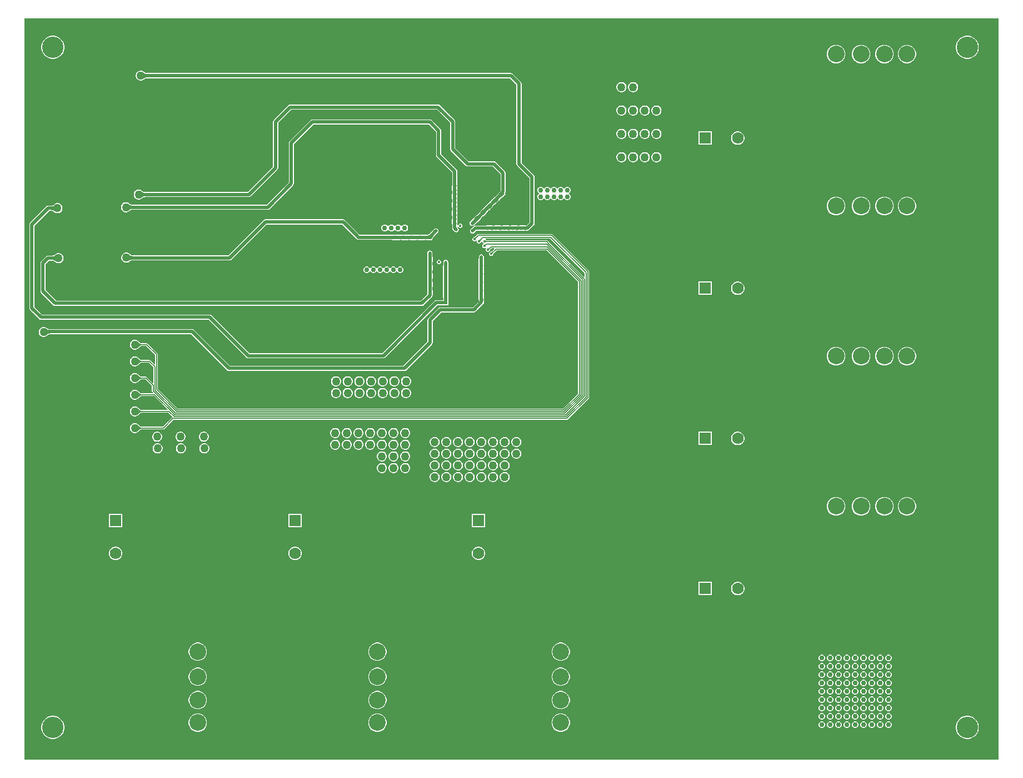
<source format=gbl>
G04*
G04 #@! TF.GenerationSoftware,Altium Limited,Altium Designer,21.2.2 (38)*
G04*
G04 Layer_Physical_Order=4*
G04 Layer_Color=16711680*
%FSLAX25Y25*%
%MOIN*%
G70*
G04*
G04 #@! TF.SameCoordinates,7CE423D0-DD0A-4659-BC9C-6402AB630EF7*
G04*
G04*
G04 #@! TF.FilePolarity,Positive*
G04*
G01*
G75*
%ADD18R,0.01968X0.02362*%
G04:AMPARAMS|DCode=19|XSize=19.68mil|YSize=23.62mil|CornerRadius=0mil|HoleSize=0mil|Usage=FLASHONLY|Rotation=45.000|XOffset=0mil|YOffset=0mil|HoleType=Round|Shape=Rectangle|*
%AMROTATEDRECTD19*
4,1,4,0.00139,-0.01531,-0.01531,0.00139,-0.00139,0.01531,0.01531,-0.00139,0.00139,-0.01531,0.0*
%
%ADD19ROTATEDRECTD19*%

%ADD71C,0.02000*%
%ADD72C,0.00500*%
%ADD74C,0.02000*%
%ADD78C,0.12835*%
%ADD79C,0.09000*%
%ADD80C,0.07000*%
%ADD81R,0.07000X0.07000*%
%ADD82R,0.07000X0.07000*%
%ADD83C,0.01600*%
%ADD84C,0.05000*%
%ADD85C,0.03000*%
%ADD86C,0.10000*%
%ADD94R,0.02362X0.01968*%
G36*
X584400Y0D02*
X584400Y0D01*
X0D01*
Y444100D01*
X584400D01*
Y0D01*
D02*
G37*
%LPC*%
G36*
X566282Y433825D02*
X564918D01*
X563580Y433559D01*
X562320Y433037D01*
X561186Y432279D01*
X560221Y431314D01*
X559463Y430180D01*
X558941Y428920D01*
X558675Y427582D01*
Y426218D01*
X558941Y424880D01*
X559463Y423620D01*
X560221Y422486D01*
X561186Y421521D01*
X562320Y420763D01*
X563580Y420241D01*
X564918Y419975D01*
X566282D01*
X567620Y420241D01*
X568880Y420763D01*
X570014Y421521D01*
X570979Y422486D01*
X571737Y423620D01*
X572259Y424880D01*
X572525Y426218D01*
Y427582D01*
X572259Y428920D01*
X571737Y430180D01*
X570979Y431314D01*
X570014Y432279D01*
X568880Y433037D01*
X567620Y433559D01*
X566282Y433825D01*
D02*
G37*
G36*
X17782D02*
X16418D01*
X15080Y433559D01*
X13820Y433037D01*
X12686Y432279D01*
X11721Y431314D01*
X10963Y430180D01*
X10441Y428920D01*
X10175Y427582D01*
Y426218D01*
X10441Y424880D01*
X10963Y423620D01*
X11721Y422486D01*
X12686Y421521D01*
X13820Y420763D01*
X15080Y420241D01*
X16418Y419975D01*
X17782D01*
X19120Y420241D01*
X20380Y420763D01*
X21514Y421521D01*
X22479Y422486D01*
X23237Y423620D01*
X23759Y424880D01*
X24025Y426218D01*
Y427582D01*
X23759Y428920D01*
X23237Y430180D01*
X22479Y431314D01*
X21514Y432279D01*
X20380Y433037D01*
X19120Y433559D01*
X17782Y433825D01*
D02*
G37*
G36*
X530115Y428331D02*
X528666D01*
X527268Y427956D01*
X526013Y427232D01*
X524989Y426208D01*
X524265Y424954D01*
X523890Y423555D01*
Y422107D01*
X524265Y420708D01*
X524989Y419454D01*
X526013Y418430D01*
X527268Y417706D01*
X528666Y417331D01*
X530115D01*
X531513Y417706D01*
X532767Y418430D01*
X533791Y419454D01*
X534516Y420708D01*
X534890Y422107D01*
Y423555D01*
X534516Y424954D01*
X533791Y426208D01*
X532767Y427232D01*
X531513Y427956D01*
X530115Y428331D01*
D02*
G37*
G36*
X516614D02*
X515166D01*
X513767Y427956D01*
X512513Y427232D01*
X511489Y426208D01*
X510765Y424954D01*
X510390Y423555D01*
Y422107D01*
X510765Y420708D01*
X511489Y419454D01*
X512513Y418430D01*
X513767Y417706D01*
X515166Y417331D01*
X516614D01*
X518013Y417706D01*
X519268Y418430D01*
X520292Y419454D01*
X521016Y420708D01*
X521390Y422107D01*
Y423555D01*
X521016Y424954D01*
X520292Y426208D01*
X519268Y427232D01*
X518013Y427956D01*
X516614Y428331D01*
D02*
G37*
G36*
X502614D02*
X501166D01*
X499767Y427956D01*
X498513Y427232D01*
X497489Y426208D01*
X496765Y424954D01*
X496390Y423555D01*
Y422107D01*
X496765Y420708D01*
X497489Y419454D01*
X498513Y418430D01*
X499767Y417706D01*
X501166Y417331D01*
X502614D01*
X504013Y417706D01*
X505267Y418430D01*
X506291Y419454D01*
X507016Y420708D01*
X507390Y422107D01*
Y423555D01*
X507016Y424954D01*
X506291Y426208D01*
X505267Y427232D01*
X504013Y427956D01*
X502614Y428331D01*
D02*
G37*
G36*
X487614D02*
X486166D01*
X484767Y427956D01*
X483513Y427232D01*
X482489Y426208D01*
X481765Y424954D01*
X481390Y423555D01*
Y422107D01*
X481765Y420708D01*
X482489Y419454D01*
X483513Y418430D01*
X484767Y417706D01*
X486166Y417331D01*
X487614D01*
X489013Y417706D01*
X490268Y418430D01*
X491292Y419454D01*
X492016Y420708D01*
X492390Y422107D01*
Y423555D01*
X492016Y424954D01*
X491292Y426208D01*
X490268Y427232D01*
X489013Y427956D01*
X487614Y428331D01*
D02*
G37*
G36*
X365595Y406000D02*
X364805D01*
X364042Y405796D01*
X363358Y405401D01*
X362799Y404842D01*
X362404Y404158D01*
X362200Y403395D01*
Y402605D01*
X362404Y401842D01*
X362799Y401158D01*
X363358Y400599D01*
X364042Y400204D01*
X364805Y400000D01*
X365595D01*
X366358Y400204D01*
X367042Y400599D01*
X367601Y401158D01*
X367996Y401842D01*
X368200Y402605D01*
Y403395D01*
X367996Y404158D01*
X367601Y404842D01*
X367042Y405401D01*
X366358Y405796D01*
X365595Y406000D01*
D02*
G37*
G36*
X358595D02*
X357805D01*
X357042Y405796D01*
X356358Y405401D01*
X355799Y404842D01*
X355404Y404158D01*
X355200Y403395D01*
Y402605D01*
X355404Y401842D01*
X355799Y401158D01*
X356358Y400599D01*
X357042Y400204D01*
X357805Y400000D01*
X358595D01*
X359358Y400204D01*
X360042Y400599D01*
X360601Y401158D01*
X360996Y401842D01*
X361200Y402605D01*
Y403395D01*
X360996Y404158D01*
X360601Y404842D01*
X360042Y405401D01*
X359358Y405796D01*
X358595Y406000D01*
D02*
G37*
G36*
X379595Y392000D02*
X378805D01*
X378042Y391796D01*
X377358Y391401D01*
X376799Y390842D01*
X376404Y390158D01*
X376200Y389395D01*
Y388605D01*
X376404Y387842D01*
X376799Y387158D01*
X377358Y386599D01*
X378042Y386204D01*
X378805Y386000D01*
X379595D01*
X380358Y386204D01*
X381042Y386599D01*
X381601Y387158D01*
X381996Y387842D01*
X382200Y388605D01*
Y389395D01*
X381996Y390158D01*
X381601Y390842D01*
X381042Y391401D01*
X380358Y391796D01*
X379595Y392000D01*
D02*
G37*
G36*
X372595D02*
X371805D01*
X371042Y391796D01*
X370358Y391401D01*
X369799Y390842D01*
X369404Y390158D01*
X369200Y389395D01*
Y388605D01*
X369404Y387842D01*
X369799Y387158D01*
X370358Y386599D01*
X371042Y386204D01*
X371805Y386000D01*
X372595D01*
X373358Y386204D01*
X374042Y386599D01*
X374601Y387158D01*
X374996Y387842D01*
X375200Y388605D01*
Y389395D01*
X374996Y390158D01*
X374601Y390842D01*
X374042Y391401D01*
X373358Y391796D01*
X372595Y392000D01*
D02*
G37*
G36*
X365595D02*
X364805D01*
X364042Y391796D01*
X363358Y391401D01*
X362799Y390842D01*
X362404Y390158D01*
X362200Y389395D01*
Y388605D01*
X362404Y387842D01*
X362799Y387158D01*
X363358Y386599D01*
X364042Y386204D01*
X364805Y386000D01*
X365595D01*
X366358Y386204D01*
X367042Y386599D01*
X367601Y387158D01*
X367996Y387842D01*
X368200Y388605D01*
Y389395D01*
X367996Y390158D01*
X367601Y390842D01*
X367042Y391401D01*
X366358Y391796D01*
X365595Y392000D01*
D02*
G37*
G36*
X358595D02*
X357805D01*
X357042Y391796D01*
X356358Y391401D01*
X355799Y390842D01*
X355404Y390158D01*
X355200Y389395D01*
Y388605D01*
X355404Y387842D01*
X355799Y387158D01*
X356358Y386599D01*
X357042Y386204D01*
X357805Y386000D01*
X358595D01*
X359358Y386204D01*
X360042Y386599D01*
X360601Y387158D01*
X360996Y387842D01*
X361200Y388605D01*
Y389395D01*
X360996Y390158D01*
X360601Y390842D01*
X360042Y391401D01*
X359358Y391796D01*
X358595Y392000D01*
D02*
G37*
G36*
X379595Y378000D02*
X378805D01*
X378042Y377796D01*
X377358Y377401D01*
X376799Y376842D01*
X376404Y376158D01*
X376200Y375395D01*
Y374605D01*
X376404Y373842D01*
X376799Y373158D01*
X377358Y372599D01*
X378042Y372204D01*
X378805Y372000D01*
X379595D01*
X380358Y372204D01*
X381042Y372599D01*
X381601Y373158D01*
X381996Y373842D01*
X382200Y374605D01*
Y375395D01*
X381996Y376158D01*
X381601Y376842D01*
X381042Y377401D01*
X380358Y377796D01*
X379595Y378000D01*
D02*
G37*
G36*
X372595D02*
X371805D01*
X371042Y377796D01*
X370358Y377401D01*
X369799Y376842D01*
X369404Y376158D01*
X369200Y375395D01*
Y374605D01*
X369404Y373842D01*
X369799Y373158D01*
X370358Y372599D01*
X371042Y372204D01*
X371805Y372000D01*
X372595D01*
X373358Y372204D01*
X374042Y372599D01*
X374601Y373158D01*
X374996Y373842D01*
X375200Y374605D01*
Y375395D01*
X374996Y376158D01*
X374601Y376842D01*
X374042Y377401D01*
X373358Y377796D01*
X372595Y378000D01*
D02*
G37*
G36*
X365595D02*
X364805D01*
X364042Y377796D01*
X363358Y377401D01*
X362799Y376842D01*
X362404Y376158D01*
X362200Y375395D01*
Y374605D01*
X362404Y373842D01*
X362799Y373158D01*
X363358Y372599D01*
X364042Y372204D01*
X364805Y372000D01*
X365595D01*
X366358Y372204D01*
X367042Y372599D01*
X367601Y373158D01*
X367996Y373842D01*
X368200Y374605D01*
Y375395D01*
X367996Y376158D01*
X367601Y376842D01*
X367042Y377401D01*
X366358Y377796D01*
X365595Y378000D01*
D02*
G37*
G36*
X358595D02*
X357805D01*
X357042Y377796D01*
X356358Y377401D01*
X355799Y376842D01*
X355404Y376158D01*
X355200Y375395D01*
Y374605D01*
X355404Y373842D01*
X355799Y373158D01*
X356358Y372599D01*
X357042Y372204D01*
X357805Y372000D01*
X358595D01*
X359358Y372204D01*
X360042Y372599D01*
X360601Y373158D01*
X360996Y373842D01*
X361200Y374605D01*
Y375395D01*
X360996Y376158D01*
X360601Y376842D01*
X360042Y377401D01*
X359358Y377796D01*
X358595Y378000D01*
D02*
G37*
G36*
X428417Y376400D02*
X427364D01*
X426346Y376127D01*
X425434Y375601D01*
X424690Y374856D01*
X424163Y373944D01*
X423890Y372927D01*
Y371873D01*
X424163Y370856D01*
X424690Y369944D01*
X425434Y369199D01*
X426346Y368673D01*
X427364Y368400D01*
X428417D01*
X429434Y368673D01*
X430346Y369199D01*
X431091Y369944D01*
X431618Y370856D01*
X431890Y371873D01*
Y372927D01*
X431618Y373944D01*
X431091Y374856D01*
X430346Y375601D01*
X429434Y376127D01*
X428417Y376400D01*
D02*
G37*
G36*
X412290D02*
X404290D01*
Y368400D01*
X412290D01*
Y376400D01*
D02*
G37*
G36*
X379595Y364000D02*
X378805D01*
X378042Y363796D01*
X377358Y363401D01*
X376799Y362842D01*
X376404Y362158D01*
X376200Y361395D01*
Y360605D01*
X376404Y359842D01*
X376799Y359158D01*
X377358Y358599D01*
X378042Y358204D01*
X378805Y358000D01*
X379595D01*
X380358Y358204D01*
X381042Y358599D01*
X381601Y359158D01*
X381996Y359842D01*
X382200Y360605D01*
Y361395D01*
X381996Y362158D01*
X381601Y362842D01*
X381042Y363401D01*
X380358Y363796D01*
X379595Y364000D01*
D02*
G37*
G36*
X372595D02*
X371805D01*
X371042Y363796D01*
X370358Y363401D01*
X369799Y362842D01*
X369404Y362158D01*
X369200Y361395D01*
Y360605D01*
X369404Y359842D01*
X369799Y359158D01*
X370358Y358599D01*
X371042Y358204D01*
X371805Y358000D01*
X372595D01*
X373358Y358204D01*
X374042Y358599D01*
X374601Y359158D01*
X374996Y359842D01*
X375200Y360605D01*
Y361395D01*
X374996Y362158D01*
X374601Y362842D01*
X374042Y363401D01*
X373358Y363796D01*
X372595Y364000D01*
D02*
G37*
G36*
X365595D02*
X364805D01*
X364042Y363796D01*
X363358Y363401D01*
X362799Y362842D01*
X362404Y362158D01*
X362200Y361395D01*
Y360605D01*
X362404Y359842D01*
X362799Y359158D01*
X363358Y358599D01*
X364042Y358204D01*
X364805Y358000D01*
X365595D01*
X366358Y358204D01*
X367042Y358599D01*
X367601Y359158D01*
X367996Y359842D01*
X368200Y360605D01*
Y361395D01*
X367996Y362158D01*
X367601Y362842D01*
X367042Y363401D01*
X366358Y363796D01*
X365595Y364000D01*
D02*
G37*
G36*
X358595D02*
X357805D01*
X357042Y363796D01*
X356358Y363401D01*
X355799Y362842D01*
X355404Y362158D01*
X355200Y361395D01*
Y360605D01*
X355404Y359842D01*
X355799Y359158D01*
X356358Y358599D01*
X357042Y358204D01*
X357805Y358000D01*
X358595D01*
X359358Y358204D01*
X360042Y358599D01*
X360601Y359158D01*
X360996Y359842D01*
X361200Y360605D01*
Y361395D01*
X360996Y362158D01*
X360601Y362842D01*
X360042Y363401D01*
X359358Y363796D01*
X358595Y364000D01*
D02*
G37*
G36*
X243300Y383629D02*
X172700D01*
X172115Y383513D01*
X171619Y383181D01*
X159019Y370581D01*
X158687Y370085D01*
X158571Y369500D01*
Y345733D01*
X145367Y332529D01*
X64847D01*
X64821Y332541D01*
X64590Y332548D01*
X64388Y332567D01*
X64199Y332598D01*
X64022Y332641D01*
X63858Y332695D01*
X63705Y332759D01*
X63562Y332835D01*
X63429Y332921D01*
X63304Y333019D01*
X63169Y333145D01*
X63077Y333180D01*
X62856Y333401D01*
X62172Y333796D01*
X61409Y334000D01*
X60619D01*
X59856Y333796D01*
X59172Y333401D01*
X58613Y332842D01*
X58218Y332158D01*
X58014Y331395D01*
Y330605D01*
X58218Y329842D01*
X58613Y329158D01*
X59172Y328599D01*
X59856Y328204D01*
X60619Y328000D01*
X61409D01*
X62172Y328204D01*
X62856Y328599D01*
X63077Y328820D01*
X63169Y328855D01*
X63304Y328981D01*
X63429Y329079D01*
X63562Y329165D01*
X63705Y329241D01*
X63858Y329305D01*
X64022Y329359D01*
X64199Y329402D01*
X64388Y329433D01*
X64590Y329452D01*
X64821Y329459D01*
X64847Y329471D01*
X146000D01*
X146585Y329587D01*
X147081Y329919D01*
X161181Y344019D01*
X161513Y344515D01*
X161629Y345100D01*
Y368866D01*
X173334Y380571D01*
X242667D01*
X246971Y376267D01*
Y362300D01*
X247087Y361715D01*
X247419Y361219D01*
X256639Y351998D01*
Y345509D01*
X256627Y345482D01*
X256606Y344215D01*
X256590Y343984D01*
X256519D01*
X256494Y343544D01*
X256504Y343507D01*
X256490Y343472D01*
X256519Y343402D01*
Y341598D01*
X256490Y341528D01*
X256504Y341493D01*
X256494Y341456D01*
X256519Y341016D01*
X256563D01*
X256619Y340011D01*
X256606Y339215D01*
X256590Y338984D01*
X256519D01*
X256494Y338544D01*
X256504Y338507D01*
X256490Y338472D01*
X256519Y338402D01*
Y336598D01*
X256490Y336528D01*
X256504Y336493D01*
X256494Y336456D01*
X256519Y336016D01*
X256563D01*
X256619Y335011D01*
X256606Y334215D01*
X256590Y333984D01*
X256519D01*
X256494Y333544D01*
X256504Y333507D01*
X256490Y333472D01*
X256519Y333402D01*
Y331598D01*
X256490Y331528D01*
X256504Y331493D01*
X256494Y331456D01*
X256519Y331016D01*
X256563D01*
X256619Y330011D01*
X256606Y329216D01*
X256590Y328984D01*
X256519D01*
X256494Y328544D01*
X256504Y328507D01*
X256490Y328472D01*
X256519Y328402D01*
Y326598D01*
X256490Y326528D01*
X256504Y326493D01*
X256494Y326456D01*
X256519Y326016D01*
X256563D01*
X256619Y325011D01*
X256606Y324216D01*
X256590Y323984D01*
X256519D01*
X256494Y323544D01*
X256504Y323507D01*
X256490Y323472D01*
X256519Y323402D01*
Y321598D01*
X256490Y321528D01*
X256504Y321493D01*
X256494Y321456D01*
X256519Y321016D01*
X256563D01*
X256626Y319892D01*
X256627Y319526D01*
X256639Y319498D01*
Y318464D01*
X256755Y317879D01*
X257087Y317383D01*
X258047Y316422D01*
X258543Y316091D01*
X259129Y315974D01*
X259714Y316091D01*
X260210Y316422D01*
X260542Y316918D01*
X260658Y317504D01*
X260542Y318089D01*
X260210Y318585D01*
X259698Y319097D01*
Y319491D01*
X259710Y319518D01*
X259711Y319598D01*
X260201Y319623D01*
X260399Y319145D01*
X260765Y318779D01*
X261242Y318581D01*
X261760D01*
X262237Y318779D01*
X262603Y319145D01*
X262801Y319623D01*
Y320140D01*
X262603Y320618D01*
X262237Y320983D01*
X261760Y321181D01*
X261242D01*
X260765Y320983D01*
X260399Y320618D01*
X260201Y320140D01*
X259721Y320189D01*
X259727Y320525D01*
X259758Y320977D01*
X259762Y321016D01*
X259881Y321016D01*
X259886Y321367D01*
X259881Y321418D01*
X259881Y321457D01*
X259910Y321528D01*
X259881Y321598D01*
Y323402D01*
X259910Y323472D01*
X259881Y323543D01*
X259881Y323582D01*
X259886Y323633D01*
X259881Y323984D01*
X259787D01*
X259718Y325011D01*
X259727Y325525D01*
X259758Y325977D01*
X259762Y326016D01*
X259881Y326016D01*
X259886Y326367D01*
X259881Y326418D01*
X259881Y326457D01*
X259910Y326528D01*
X259881Y326598D01*
Y328402D01*
X259910Y328472D01*
X259881Y328543D01*
X259881Y328582D01*
X259886Y328633D01*
X259881Y328984D01*
X259787D01*
X259718Y330011D01*
X259727Y330525D01*
X259758Y330977D01*
X259762Y331016D01*
X259881Y331016D01*
X259886Y331367D01*
X259881Y331418D01*
X259881Y331457D01*
X259910Y331528D01*
X259881Y331598D01*
Y333402D01*
X259910Y333472D01*
X259881Y333543D01*
X259881Y333582D01*
X259886Y333633D01*
X259881Y333984D01*
X259787D01*
X259718Y335011D01*
X259727Y335525D01*
X259758Y335977D01*
X259762Y336016D01*
X259881Y336016D01*
X259886Y336367D01*
X259881Y336418D01*
X259881Y336457D01*
X259910Y336528D01*
X259881Y336598D01*
Y338402D01*
X259910Y338472D01*
X259881Y338543D01*
X259881Y338582D01*
X259886Y338633D01*
X259881Y338984D01*
X259787D01*
X259718Y340011D01*
X259727Y340525D01*
X259758Y340977D01*
X259762Y341016D01*
X259881Y341016D01*
X259886Y341367D01*
X259881Y341418D01*
X259881Y341457D01*
X259910Y341528D01*
X259881Y341598D01*
Y343402D01*
X259910Y343472D01*
X259881Y343543D01*
X259881Y343582D01*
X259886Y343633D01*
X259881Y343984D01*
X259787D01*
X259712Y345112D01*
X259710Y345475D01*
X259698Y345503D01*
Y352631D01*
X259581Y353217D01*
X259250Y353713D01*
X250029Y362933D01*
Y376900D01*
X249913Y377485D01*
X249581Y377981D01*
X244381Y383181D01*
X243885Y383513D01*
X243300Y383629D01*
D02*
G37*
G36*
X326098Y343300D02*
X325302D01*
X324567Y342996D01*
X324005Y342433D01*
X323950Y342301D01*
X323450D01*
X323395Y342433D01*
X322833Y342996D01*
X322098Y343300D01*
X321302D01*
X320567Y342996D01*
X320005Y342433D01*
X319950Y342301D01*
X319450D01*
X319395Y342433D01*
X318833Y342996D01*
X318098Y343300D01*
X317302D01*
X316567Y342996D01*
X316004Y342433D01*
X315950Y342301D01*
X315450D01*
X315395Y342433D01*
X314833Y342996D01*
X314098Y343300D01*
X313302D01*
X312567Y342996D01*
X312004Y342433D01*
X311950Y342301D01*
X311450D01*
X311396Y342433D01*
X310833Y342996D01*
X310098Y343300D01*
X309302D01*
X308567Y342996D01*
X308004Y342433D01*
X307700Y341698D01*
Y340902D01*
X308004Y340167D01*
X308567Y339604D01*
X308699Y339550D01*
Y339050D01*
X308567Y338996D01*
X308004Y338433D01*
X307700Y337698D01*
Y336902D01*
X308004Y336167D01*
X308567Y335605D01*
X309302Y335300D01*
X310098D01*
X310833Y335605D01*
X311396Y336167D01*
X311450Y336299D01*
X311950D01*
X312004Y336167D01*
X312567Y335605D01*
X313302Y335300D01*
X314098D01*
X314833Y335605D01*
X315395Y336167D01*
X315450Y336299D01*
X315950D01*
X316004Y336167D01*
X316567Y335605D01*
X317302Y335300D01*
X318098D01*
X318833Y335605D01*
X319395Y336167D01*
X319450Y336299D01*
X319950D01*
X320005Y336167D01*
X320567Y335605D01*
X321302Y335300D01*
X322098D01*
X322833Y335605D01*
X323395Y336167D01*
X323450Y336299D01*
X323950D01*
X324005Y336167D01*
X324567Y335605D01*
X325302Y335300D01*
X326098D01*
X326833Y335605D01*
X327396Y336167D01*
X327700Y336902D01*
Y337698D01*
X327396Y338433D01*
X326833Y338996D01*
X326701Y339050D01*
Y339550D01*
X326833Y339604D01*
X327396Y340167D01*
X327700Y340902D01*
Y341698D01*
X327396Y342433D01*
X326833Y342996D01*
X326098Y343300D01*
D02*
G37*
G36*
X248200Y392529D02*
X159400D01*
X158815Y392413D01*
X158319Y392081D01*
X149619Y383381D01*
X149287Y382885D01*
X149171Y382300D01*
Y355333D01*
X133967Y340129D01*
X72433D01*
X72408Y340141D01*
X72176Y340148D01*
X71974Y340167D01*
X71785Y340198D01*
X71609Y340241D01*
X71444Y340295D01*
X71291Y340359D01*
X71149Y340435D01*
X71015Y340521D01*
X70890Y340619D01*
X70755Y340745D01*
X70663Y340780D01*
X70442Y341001D01*
X69758Y341396D01*
X68995Y341600D01*
X68205D01*
X67442Y341396D01*
X66758Y341001D01*
X66199Y340442D01*
X65804Y339758D01*
X65600Y338995D01*
Y338205D01*
X65804Y337442D01*
X66199Y336758D01*
X66758Y336199D01*
X67442Y335804D01*
X68205Y335600D01*
X68995D01*
X69758Y335804D01*
X70442Y336199D01*
X70663Y336420D01*
X70755Y336455D01*
X70890Y336581D01*
X71015Y336679D01*
X71149Y336765D01*
X71291Y336841D01*
X71444Y336905D01*
X71609Y336959D01*
X71785Y337002D01*
X71974Y337033D01*
X72176Y337052D01*
X72408Y337059D01*
X72433Y337071D01*
X134600D01*
X135185Y337187D01*
X135681Y337519D01*
X151781Y353619D01*
X152113Y354115D01*
X152229Y354700D01*
Y381666D01*
X160034Y389471D01*
X247567D01*
X255371Y381666D01*
Y366000D01*
X255487Y365415D01*
X255819Y364919D01*
X264819Y355919D01*
X265315Y355587D01*
X265900Y355471D01*
X281066D01*
X285611Y350926D01*
Y341106D01*
X285604Y341068D01*
Y340725D01*
X285246Y340368D01*
X285073Y340108D01*
X284641Y339676D01*
X284570Y339647D01*
X284566Y339636D01*
X284555Y339631D01*
X283316Y338288D01*
X282606Y337597D01*
X282600Y337591D01*
X282578Y337613D01*
X282315Y337351D01*
X282313Y337349D01*
X282266Y337301D01*
X282195Y337272D01*
X282181Y337237D01*
X282148Y337218D01*
X282135Y337171D01*
X280891Y335926D01*
X280820Y335897D01*
X280816Y335886D01*
X280805Y335881D01*
X279566Y334539D01*
X278855Y333847D01*
X278850Y333841D01*
X278828Y333863D01*
X278565Y333601D01*
X278563Y333599D01*
X278516Y333551D01*
X278445Y333522D01*
X278431Y333487D01*
X278398Y333468D01*
X278385Y333421D01*
X277141Y332176D01*
X277070Y332147D01*
X277066Y332136D01*
X277055Y332131D01*
X275816Y330788D01*
X275106Y330097D01*
X275100Y330091D01*
X275078Y330113D01*
X274815Y329851D01*
X274814Y329849D01*
X274766Y329801D01*
X274695Y329772D01*
X274681Y329737D01*
X274648Y329718D01*
X274635Y329671D01*
X273391Y328426D01*
X273320Y328397D01*
X273316Y328386D01*
X273305Y328381D01*
X272066Y327039D01*
X271356Y326347D01*
X271350Y326341D01*
X271328Y326363D01*
X271065Y326101D01*
X271063Y326099D01*
X271016Y326051D01*
X270945Y326022D01*
X270931Y325987D01*
X270898Y325968D01*
X270885Y325921D01*
X269641Y324676D01*
X269570Y324647D01*
X269566Y324636D01*
X269555Y324631D01*
X268198Y323160D01*
X268188Y323135D01*
X267528Y322475D01*
X267197Y321978D01*
X267080Y321393D01*
X267197Y320808D01*
X267528Y320312D01*
X268024Y319980D01*
X268610Y319864D01*
X269195Y319980D01*
X269691Y320312D01*
X270362Y320982D01*
X270390Y320993D01*
X270655Y321256D01*
X271107Y321679D01*
X271450Y321968D01*
X271494Y321999D01*
X271606Y321887D01*
X271918Y322199D01*
X271989Y322228D01*
X272018Y322299D01*
X273293Y323574D01*
X273364Y323603D01*
X273393Y323674D01*
X273705Y323986D01*
X273601Y324090D01*
X274343Y324944D01*
X274370Y324971D01*
X274406Y325006D01*
X274857Y325429D01*
X275200Y325718D01*
X275243Y325749D01*
X275356Y325637D01*
X275668Y325949D01*
X275739Y325978D01*
X275768Y326049D01*
X277043Y327324D01*
X277114Y327353D01*
X277143Y327424D01*
X277455Y327736D01*
X277351Y327840D01*
X278093Y328694D01*
X278120Y328721D01*
X278155Y328756D01*
X278607Y329179D01*
X278950Y329468D01*
X278994Y329499D01*
X279106Y329387D01*
X279418Y329699D01*
X279489Y329728D01*
X279518Y329799D01*
X280793Y331074D01*
X280864Y331103D01*
X280893Y331174D01*
X281205Y331486D01*
X281101Y331590D01*
X281843Y332444D01*
X281870Y332471D01*
X281906Y332506D01*
X282357Y332929D01*
X282700Y333218D01*
X282744Y333249D01*
X282856Y333137D01*
X283168Y333449D01*
X283239Y333478D01*
X283268Y333549D01*
X284543Y334824D01*
X284614Y334853D01*
X284643Y334924D01*
X284955Y335236D01*
X284851Y335340D01*
X285593Y336194D01*
X285620Y336221D01*
X285655Y336256D01*
X286107Y336679D01*
X286450Y336968D01*
X286493Y336999D01*
X286606Y336887D01*
X286918Y337199D01*
X286989Y337228D01*
X287018Y337299D01*
X288705Y338986D01*
X288401Y339290D01*
X288546Y339507D01*
X288663Y340092D01*
Y341038D01*
X288670Y341075D01*
Y351559D01*
X288554Y352145D01*
X288222Y352641D01*
X282781Y358081D01*
X282285Y358413D01*
X281700Y358529D01*
X266533D01*
X258429Y366634D01*
Y382300D01*
X258313Y382885D01*
X257981Y383381D01*
X249281Y392081D01*
X248785Y392413D01*
X248200Y392529D01*
D02*
G37*
G36*
X20267Y333400D02*
X19477D01*
X18714Y333196D01*
X18030Y332801D01*
X17809Y332580D01*
X17717Y332545D01*
X17582Y332419D01*
X17456Y332321D01*
X17323Y332235D01*
X17180Y332159D01*
X17027Y332095D01*
X16863Y332041D01*
X16687Y331998D01*
X16498Y331967D01*
X16295Y331948D01*
X16064Y331941D01*
X16038Y331929D01*
X14300D01*
X13715Y331813D01*
X13219Y331481D01*
X3419Y321681D01*
X3087Y321185D01*
X2971Y320600D01*
Y270700D01*
X3087Y270115D01*
X3419Y269619D01*
X9019Y264019D01*
X9515Y263687D01*
X10100Y263571D01*
X110566D01*
X133219Y240919D01*
X133715Y240587D01*
X134300Y240471D01*
X215254D01*
X215839Y240587D01*
X216335Y240919D01*
X247687Y272271D01*
X252754D01*
X252981Y272316D01*
X254350D01*
Y275284D01*
X254299D01*
Y275795D01*
X254311Y275823D01*
X254322Y277094D01*
X254331Y277316D01*
X254350Y277316D01*
X254356Y277706D01*
X254350Y277738D01*
X254350Y277757D01*
X254379Y277828D01*
X254356Y277883D01*
X254366Y277943D01*
X254350Y277967D01*
Y279702D01*
X254379Y279772D01*
X254375Y279781D01*
X254379Y279791D01*
X254318Y281590D01*
X254322Y282094D01*
X254331Y282316D01*
X254350Y282316D01*
X254356Y282706D01*
X254350Y282738D01*
X254350Y282757D01*
X254379Y282828D01*
X254356Y282883D01*
X254366Y282943D01*
X254350Y282967D01*
Y284702D01*
X254379Y284772D01*
X254375Y284781D01*
X254379Y284791D01*
X254318Y286590D01*
X254322Y287094D01*
X254331Y287316D01*
X254350Y287316D01*
X254356Y287706D01*
X254350Y287738D01*
X254350Y287757D01*
X254379Y287828D01*
X254356Y287883D01*
X254366Y287943D01*
X254350Y287967D01*
Y289702D01*
X254379Y289772D01*
X254375Y289781D01*
X254379Y289791D01*
X254318Y291590D01*
X254322Y292094D01*
X254331Y292316D01*
X254350Y292316D01*
X254356Y292706D01*
X254350Y292738D01*
X254350Y292757D01*
X254379Y292828D01*
X254356Y292883D01*
X254366Y292943D01*
X254350Y292967D01*
Y294702D01*
X254379Y294772D01*
X254375Y294781D01*
X254379Y294791D01*
X254311Y296791D01*
X254299Y296816D01*
Y298031D01*
X254183Y298617D01*
X253851Y299113D01*
X253355Y299444D01*
X252770Y299561D01*
X252185Y299444D01*
X251689Y299113D01*
X251357Y298617D01*
X251240Y298031D01*
Y296804D01*
X251229Y296776D01*
X251226Y296406D01*
X251187Y295534D01*
X251166Y295346D01*
X251156Y295284D01*
X250987D01*
Y294843D01*
X250958Y294772D01*
X250987Y294702D01*
Y292898D01*
X250958Y292828D01*
X250987Y292757D01*
Y292316D01*
X251144D01*
X251220Y291271D01*
X251187Y290534D01*
X251166Y290346D01*
X251156Y290284D01*
X250987D01*
Y289843D01*
X250958Y289772D01*
X250987Y289702D01*
Y287898D01*
X250958Y287828D01*
X250987Y287757D01*
Y287316D01*
X251144D01*
X251220Y286271D01*
X251187Y285534D01*
X251166Y285346D01*
X251156Y285284D01*
X250987D01*
Y284843D01*
X250958Y284772D01*
X250987Y284702D01*
Y282898D01*
X250958Y282828D01*
X250987Y282757D01*
Y282316D01*
X251144D01*
X251220Y281271D01*
X251187Y280534D01*
X251166Y280346D01*
X251156Y280284D01*
X250987D01*
Y279843D01*
X250958Y279772D01*
X250987Y279702D01*
Y277898D01*
X250958Y277828D01*
X250987Y277757D01*
Y277316D01*
X251144D01*
X251226Y276186D01*
X251229Y275829D01*
X251219Y275329D01*
X247054D01*
X246469Y275213D01*
X245972Y274881D01*
X214620Y243529D01*
X134933D01*
X112281Y266181D01*
X111785Y266513D01*
X111200Y266629D01*
X10734D01*
X6029Y271334D01*
Y319967D01*
X14933Y328871D01*
X16038D01*
X16064Y328859D01*
X16295Y328852D01*
X16498Y328833D01*
X16687Y328802D01*
X16863Y328759D01*
X17027Y328705D01*
X17180Y328641D01*
X17323Y328565D01*
X17456Y328479D01*
X17582Y328381D01*
X17717Y328255D01*
X17809Y328220D01*
X18030Y327999D01*
X18714Y327604D01*
X19477Y327400D01*
X20267D01*
X21030Y327604D01*
X21714Y327999D01*
X22272Y328558D01*
X22667Y329242D01*
X22872Y330005D01*
Y330795D01*
X22667Y331558D01*
X22272Y332242D01*
X21714Y332801D01*
X21030Y333196D01*
X20267Y333400D01*
D02*
G37*
G36*
X530115Y337231D02*
X528666D01*
X527268Y336856D01*
X526013Y336132D01*
X524989Y335108D01*
X524265Y333854D01*
X523890Y332455D01*
Y331007D01*
X524265Y329608D01*
X524989Y328354D01*
X526013Y327330D01*
X527268Y326606D01*
X528666Y326231D01*
X530115D01*
X531513Y326606D01*
X532767Y327330D01*
X533791Y328354D01*
X534516Y329608D01*
X534890Y331007D01*
Y332455D01*
X534516Y333854D01*
X533791Y335108D01*
X532767Y336132D01*
X531513Y336856D01*
X530115Y337231D01*
D02*
G37*
G36*
X516614D02*
X515166D01*
X513767Y336856D01*
X512513Y336132D01*
X511489Y335108D01*
X510765Y333854D01*
X510390Y332455D01*
Y331007D01*
X510765Y329608D01*
X511489Y328354D01*
X512513Y327330D01*
X513767Y326606D01*
X515166Y326231D01*
X516614D01*
X518013Y326606D01*
X519268Y327330D01*
X520292Y328354D01*
X521016Y329608D01*
X521390Y331007D01*
Y332455D01*
X521016Y333854D01*
X520292Y335108D01*
X519268Y336132D01*
X518013Y336856D01*
X516614Y337231D01*
D02*
G37*
G36*
X502614D02*
X501166D01*
X499767Y336856D01*
X498513Y336132D01*
X497489Y335108D01*
X496765Y333854D01*
X496390Y332455D01*
Y331007D01*
X496765Y329608D01*
X497489Y328354D01*
X498513Y327330D01*
X499767Y326606D01*
X501166Y326231D01*
X502614D01*
X504013Y326606D01*
X505267Y327330D01*
X506291Y328354D01*
X507016Y329608D01*
X507390Y331007D01*
Y332455D01*
X507016Y333854D01*
X506291Y335108D01*
X505267Y336132D01*
X504013Y336856D01*
X502614Y337231D01*
D02*
G37*
G36*
X487614D02*
X486166D01*
X484767Y336856D01*
X483513Y336132D01*
X482489Y335108D01*
X481765Y333854D01*
X481390Y332455D01*
Y331007D01*
X481765Y329608D01*
X482489Y328354D01*
X483513Y327330D01*
X484767Y326606D01*
X486166Y326231D01*
X487614D01*
X489013Y326606D01*
X490268Y327330D01*
X491292Y328354D01*
X492016Y329608D01*
X492390Y331007D01*
Y332455D01*
X492016Y333854D01*
X491292Y335108D01*
X490268Y336132D01*
X489013Y336856D01*
X487614Y337231D01*
D02*
G37*
G36*
X70255Y412900D02*
X69465D01*
X68702Y412696D01*
X68018Y412301D01*
X67459Y411742D01*
X67064Y411058D01*
X66860Y410295D01*
Y409505D01*
X67064Y408742D01*
X67459Y408058D01*
X68018Y407499D01*
X68702Y407104D01*
X69465Y406900D01*
X70255D01*
X71018Y407104D01*
X71702Y407499D01*
X71923Y407720D01*
X72015Y407755D01*
X72150Y407881D01*
X72275Y407979D01*
X72409Y408065D01*
X72551Y408141D01*
X72704Y408205D01*
X72869Y408259D01*
X73045Y408302D01*
X73234Y408333D01*
X73436Y408352D01*
X73668Y408359D01*
X73693Y408371D01*
X291266D01*
X295171Y404466D01*
Y357006D01*
X295287Y356420D01*
X295619Y355924D01*
X302971Y348572D01*
Y321833D01*
X301166Y320028D01*
X300584Y320057D01*
Y320150D01*
X300216Y320160D01*
X300141Y320150D01*
X300072Y320179D01*
X300002Y320150D01*
X298198D01*
X298128Y320179D01*
X298065Y320153D01*
X297999Y320163D01*
X297616Y320150D01*
Y320072D01*
X296550Y320010D01*
X296368Y320012D01*
X295614Y320047D01*
X295584Y320050D01*
Y320150D01*
X295201Y320163D01*
X295134Y320153D01*
X295072Y320179D01*
X295002Y320150D01*
X293198D01*
X293128Y320179D01*
X293066Y320153D01*
X292999Y320163D01*
X292616Y320150D01*
Y320072D01*
X291549Y320010D01*
X291368Y320012D01*
X290614Y320047D01*
X290584Y320050D01*
Y320150D01*
X290201Y320163D01*
X290135Y320153D01*
X290072Y320179D01*
X290002Y320150D01*
X288198D01*
X288128Y320179D01*
X288066Y320153D01*
X287999Y320163D01*
X287616Y320150D01*
Y320072D01*
X286549Y320010D01*
X286368Y320012D01*
X285613Y320047D01*
X285584Y320050D01*
Y320150D01*
X285201Y320163D01*
X285135Y320153D01*
X285072Y320179D01*
X285002Y320150D01*
X283198D01*
X283128Y320179D01*
X283066Y320153D01*
X282999Y320163D01*
X282616Y320150D01*
Y320072D01*
X281550Y320010D01*
X281368Y320012D01*
X280613Y320047D01*
X280584Y320050D01*
Y320150D01*
X280201Y320163D01*
X280135Y320153D01*
X280072Y320179D01*
X280002Y320150D01*
X278198D01*
X278128Y320179D01*
X278065Y320153D01*
X277999Y320163D01*
X277616Y320150D01*
Y320072D01*
X276491Y320007D01*
X276125Y320005D01*
X276097Y319993D01*
X271189D01*
X270883Y319933D01*
X270577Y319993D01*
X269991Y319877D01*
X269495Y319545D01*
X267762Y317813D01*
X267431Y317316D01*
X267314Y316731D01*
X267431Y316146D01*
X267762Y315650D01*
X268258Y315318D01*
X268844Y315202D01*
X269429Y315318D01*
X269925Y315650D01*
X271210Y316935D01*
X276097D01*
X276125Y316923D01*
X276499Y316921D01*
X277378Y316897D01*
X277616Y316878D01*
Y316787D01*
X278012Y316771D01*
X278071Y316781D01*
X278128Y316758D01*
X278198Y316787D01*
X280002D01*
X280072Y316758D01*
X280129Y316781D01*
X280188Y316771D01*
X280584Y316787D01*
Y316845D01*
X281650Y316917D01*
X282378Y316897D01*
X282616Y316878D01*
Y316787D01*
X283012Y316771D01*
X283071Y316781D01*
X283128Y316758D01*
X283198Y316787D01*
X285002D01*
X285072Y316758D01*
X285128Y316781D01*
X285188Y316771D01*
X285584Y316787D01*
Y316845D01*
X286650Y316917D01*
X287378Y316897D01*
X287616Y316878D01*
Y316787D01*
X288012Y316771D01*
X288071Y316781D01*
X288128Y316758D01*
X288198Y316787D01*
X290002D01*
X290072Y316758D01*
X290128Y316781D01*
X290188Y316771D01*
X290584Y316787D01*
Y316845D01*
X291650Y316917D01*
X292378Y316897D01*
X292616Y316878D01*
Y316787D01*
X293012Y316771D01*
X293072Y316781D01*
X293128Y316758D01*
X293198Y316787D01*
X295002D01*
X295072Y316758D01*
X295128Y316781D01*
X295188Y316771D01*
X295584Y316787D01*
Y316845D01*
X296650Y316917D01*
X297378Y316897D01*
X297616Y316878D01*
Y316787D01*
X298012Y316771D01*
X298072Y316781D01*
X298128Y316758D01*
X298198Y316787D01*
X300002D01*
X300072Y316758D01*
X300143Y316787D01*
X300227Y316787D01*
X300244Y316786D01*
X300584Y316787D01*
Y316874D01*
X301477Y316937D01*
X301784Y316938D01*
X301839Y316962D01*
X302366Y317067D01*
X302862Y317398D01*
X305581Y320118D01*
X305913Y320614D01*
X306029Y321199D01*
Y349206D01*
X305913Y349791D01*
X305581Y350287D01*
X298229Y357639D01*
Y405100D01*
X298113Y405685D01*
X297781Y406181D01*
X292981Y410981D01*
X292485Y411313D01*
X291900Y411429D01*
X73693D01*
X73668Y411441D01*
X73436Y411448D01*
X73234Y411467D01*
X73045Y411498D01*
X72869Y411541D01*
X72704Y411595D01*
X72551Y411659D01*
X72409Y411735D01*
X72275Y411821D01*
X72150Y411919D01*
X72015Y412045D01*
X71923Y412080D01*
X71702Y412301D01*
X71018Y412696D01*
X70255Y412900D01*
D02*
G37*
G36*
X228598Y320600D02*
X227802D01*
X227067Y320296D01*
X226504Y319733D01*
X226450Y319601D01*
X225950D01*
X225896Y319733D01*
X225333Y320296D01*
X224598Y320600D01*
X223802D01*
X223067Y320296D01*
X222504Y319733D01*
X222450Y319601D01*
X221950D01*
X221896Y319733D01*
X221333Y320296D01*
X220598Y320600D01*
X219802D01*
X219067Y320296D01*
X218505Y319733D01*
X218450Y319601D01*
X217950D01*
X217896Y319733D01*
X217333Y320296D01*
X216598Y320600D01*
X215802D01*
X215067Y320296D01*
X214505Y319733D01*
X214200Y318998D01*
Y318202D01*
X214505Y317467D01*
X215067Y316904D01*
X215802Y316600D01*
X216598D01*
X217333Y316904D01*
X217896Y317467D01*
X217950Y317599D01*
X218450D01*
X218505Y317467D01*
X219067Y316904D01*
X219802Y316600D01*
X220598D01*
X221333Y316904D01*
X221896Y317467D01*
X221950Y317599D01*
X222450D01*
X222504Y317467D01*
X223067Y316904D01*
X223802Y316600D01*
X224598D01*
X225333Y316904D01*
X225896Y317467D01*
X225950Y317599D01*
X226450D01*
X226504Y317467D01*
X227067Y316904D01*
X227802Y316600D01*
X228598D01*
X229333Y316904D01*
X229895Y317467D01*
X230200Y318202D01*
Y318998D01*
X229895Y319733D01*
X229333Y320296D01*
X228598Y320600D01*
D02*
G37*
G36*
X191300Y323729D02*
X144600D01*
X144015Y323613D01*
X143519Y323281D01*
X122467Y302229D01*
X65098D01*
X65074Y302241D01*
X65069Y302239D01*
X65065Y302241D01*
X64833Y302248D01*
X64633Y302268D01*
X64447Y302300D01*
X64275Y302344D01*
X64115Y302399D01*
X63968Y302465D01*
X63832Y302541D01*
X63705Y302629D01*
X63586Y302729D01*
X63459Y302859D01*
X63367Y302899D01*
X63053Y303212D01*
X62369Y303607D01*
X61606Y303811D01*
X60816D01*
X60053Y303607D01*
X59369Y303212D01*
X58811Y302653D01*
X58416Y301969D01*
X58211Y301206D01*
Y300416D01*
X58416Y299653D01*
X58811Y298969D01*
X59369Y298411D01*
X60053Y298016D01*
X60816Y297811D01*
X61606D01*
X62369Y298016D01*
X63053Y298411D01*
X63189Y298547D01*
X63270Y298573D01*
X63411Y298694D01*
X63543Y298790D01*
X63682Y298874D01*
X63831Y298947D01*
X63989Y299010D01*
X64158Y299062D01*
X64338Y299104D01*
X64530Y299134D01*
X64735Y299152D01*
X64966Y299159D01*
X64992Y299171D01*
X123100D01*
X123685Y299287D01*
X124181Y299619D01*
X145234Y320671D01*
X190666D01*
X198322Y313015D01*
X198322Y313015D01*
X199463Y311875D01*
X199959Y311543D01*
X200544Y311426D01*
X220250D01*
X220277Y311415D01*
X221543Y311393D01*
X221774Y311377D01*
Y311306D01*
X222215Y311282D01*
X222251Y311292D01*
X222286Y311277D01*
X222357Y311306D01*
X224160D01*
X224231Y311277D01*
X224266Y311292D01*
X224302Y311282D01*
X224743Y311306D01*
Y311350D01*
X225748Y311407D01*
X226543Y311393D01*
X226774Y311377D01*
Y311306D01*
X227215Y311282D01*
X227251Y311292D01*
X227286Y311277D01*
X227357Y311306D01*
X229160D01*
X229230Y311277D01*
X229265Y311292D01*
X229302Y311282D01*
X229743Y311306D01*
Y311350D01*
X230748Y311407D01*
X231543Y311393D01*
X231774Y311377D01*
Y311306D01*
X232214Y311282D01*
X232251Y311292D01*
X232286Y311277D01*
X232357Y311306D01*
X234160D01*
X234230Y311277D01*
X234265Y311292D01*
X234302Y311282D01*
X234742Y311306D01*
Y311350D01*
X235748Y311407D01*
X236543Y311393D01*
X236774Y311377D01*
Y311306D01*
X237214Y311282D01*
X237251Y311292D01*
X237286Y311277D01*
X237356Y311306D01*
X239160D01*
X239230Y311277D01*
X239265Y311292D01*
X239302Y311282D01*
X239742Y311306D01*
Y311350D01*
X240748Y311407D01*
X241543Y311393D01*
X241774Y311377D01*
Y311306D01*
X242214Y311282D01*
X242251Y311292D01*
X242286Y311277D01*
X242356Y311306D01*
X244130D01*
X244181Y311279D01*
X244184Y311280D01*
X244188Y311279D01*
X244272Y311306D01*
X244742D01*
Y311718D01*
X244770Y311769D01*
X244768Y311772D01*
X244770Y311775D01*
X244781Y311915D01*
X244808Y312035D01*
X244859Y312179D01*
X244937Y312346D01*
X245044Y312532D01*
X245181Y312737D01*
X245344Y312954D01*
X245775Y313450D01*
X246033Y313717D01*
X246044Y313744D01*
X247777Y315477D01*
X248035Y315650D01*
X248367Y316146D01*
X248483Y316731D01*
X248367Y317316D01*
X248035Y317813D01*
X247539Y318144D01*
X246954Y318261D01*
X246868D01*
X246283Y318144D01*
X245787Y317813D01*
X243953Y315979D01*
X243928Y315970D01*
X243926Y315964D01*
X243920Y315962D01*
X243398Y315464D01*
X242956Y315089D01*
X242774Y314953D01*
X242610Y314845D01*
X242473Y314768D01*
X242369Y314722D01*
X242305Y314703D01*
X242226Y314694D01*
X242179Y314668D01*
X242177Y314668D01*
X242125Y314673D01*
X241774Y314668D01*
Y314574D01*
X240747Y314506D01*
X240233Y314515D01*
X239782Y314545D01*
X239742Y314550D01*
X239742Y314668D01*
X239392Y314673D01*
X239340Y314668D01*
X239301Y314668D01*
X239230Y314698D01*
X239160Y314668D01*
X237356D01*
X237286Y314698D01*
X237215Y314668D01*
X237176Y314668D01*
X237125Y314673D01*
X236774Y314668D01*
Y314574D01*
X235747Y314506D01*
X235233Y314515D01*
X234782Y314545D01*
X234742Y314550D01*
X234742Y314668D01*
X234392Y314673D01*
X234340Y314668D01*
X234301Y314668D01*
X234230Y314698D01*
X234160Y314668D01*
X232357D01*
X232286Y314698D01*
X232215Y314668D01*
X232176Y314668D01*
X232125Y314673D01*
X231774Y314668D01*
Y314574D01*
X230747Y314506D01*
X230233Y314515D01*
X229782Y314545D01*
X229743Y314550D01*
X229743Y314668D01*
X229392Y314673D01*
X229340Y314668D01*
X229301Y314668D01*
X229230Y314698D01*
X229160Y314668D01*
X227357D01*
X227286Y314698D01*
X227216Y314668D01*
X227176Y314668D01*
X227125Y314673D01*
X226774Y314668D01*
Y314574D01*
X225747Y314506D01*
X225233Y314515D01*
X224782Y314545D01*
X224743Y314550D01*
X224743Y314668D01*
X224392Y314673D01*
X224340Y314668D01*
X224301Y314668D01*
X224231Y314698D01*
X224160Y314668D01*
X222357D01*
X222286Y314698D01*
X222216Y314668D01*
X222177Y314668D01*
X222125Y314673D01*
X221774Y314668D01*
Y314574D01*
X220647Y314499D01*
X220283Y314497D01*
X220255Y314485D01*
X201178D01*
X200485Y315178D01*
X200485Y315178D01*
X192381Y323281D01*
X191885Y323613D01*
X191300Y323729D01*
D02*
G37*
G36*
X243285Y305133D02*
X242700Y305017D01*
X242204Y304685D01*
X241873Y304189D01*
X241756Y303604D01*
Y301184D01*
X241719D01*
Y298216D01*
X241756D01*
Y296184D01*
X241719D01*
Y293216D01*
X241756D01*
Y291184D01*
X241719D01*
Y288216D01*
X241756D01*
Y286184D01*
X241719D01*
Y283216D01*
X241756D01*
Y281184D01*
X241719D01*
Y278882D01*
X237767Y274929D01*
X19105D01*
X12629Y281405D01*
Y296866D01*
X14733Y298971D01*
X16655D01*
X16681Y298959D01*
X16912Y298952D01*
X17114Y298933D01*
X17303Y298902D01*
X17480Y298859D01*
X17644Y298805D01*
X17797Y298741D01*
X17940Y298665D01*
X18073Y298579D01*
X18198Y298481D01*
X18333Y298355D01*
X18426Y298320D01*
X18646Y298099D01*
X19331Y297704D01*
X20094Y297500D01*
X20883D01*
X21646Y297704D01*
X22331Y298099D01*
X22889Y298658D01*
X23284Y299342D01*
X23488Y300105D01*
Y300895D01*
X23284Y301658D01*
X22889Y302342D01*
X22331Y302901D01*
X21646Y303296D01*
X20883Y303500D01*
X20094D01*
X19331Y303296D01*
X18646Y302901D01*
X18426Y302680D01*
X18333Y302645D01*
X18198Y302519D01*
X18073Y302421D01*
X17940Y302335D01*
X17797Y302259D01*
X17644Y302195D01*
X17480Y302141D01*
X17303Y302098D01*
X17114Y302067D01*
X16912Y302048D01*
X16681Y302041D01*
X16655Y302029D01*
X14100D01*
X13515Y301913D01*
X13019Y301581D01*
X10019Y298581D01*
X9687Y298085D01*
X9571Y297500D01*
Y280772D01*
X9687Y280186D01*
X10019Y279690D01*
X17390Y272319D01*
X17886Y271987D01*
X18472Y271871D01*
X238400D01*
X238985Y271987D01*
X239481Y272319D01*
X244335Y277172D01*
X244667Y277669D01*
X244776Y278216D01*
X245081D01*
Y281184D01*
X244815D01*
Y283216D01*
X245081D01*
Y286184D01*
X244815D01*
Y288216D01*
X245081D01*
Y291184D01*
X244815D01*
Y293216D01*
X245081D01*
Y296184D01*
X244815D01*
Y298216D01*
X245081D01*
Y301184D01*
X244815D01*
Y303604D01*
X244698Y304189D01*
X244367Y304685D01*
X243871Y305017D01*
X243285Y305133D01*
D02*
G37*
G36*
X248960Y299431D02*
X248443D01*
X247965Y299233D01*
X247599Y298868D01*
X247401Y298390D01*
Y297873D01*
X247599Y297395D01*
X247965Y297029D01*
X248443Y296831D01*
X248960D01*
X249438Y297029D01*
X249803Y297395D01*
X250001Y297873D01*
Y298390D01*
X249803Y298868D01*
X249438Y299233D01*
X248960Y299431D01*
D02*
G37*
G36*
X225798Y295500D02*
X225002D01*
X224267Y295196D01*
X223705Y294633D01*
X223650Y294501D01*
X223150D01*
X223095Y294633D01*
X222533Y295196D01*
X221798Y295500D01*
X221002D01*
X220267Y295196D01*
X219705Y294633D01*
X219650Y294501D01*
X219150D01*
X219095Y294633D01*
X218533Y295196D01*
X217798Y295500D01*
X217002D01*
X216267Y295196D01*
X215704Y294633D01*
X215650Y294501D01*
X215150D01*
X215095Y294633D01*
X214533Y295196D01*
X213798Y295500D01*
X213002D01*
X212267Y295196D01*
X211704Y294633D01*
X211650Y294501D01*
X211150D01*
X211095Y294633D01*
X210533Y295196D01*
X209798Y295500D01*
X209002D01*
X208267Y295196D01*
X207704Y294633D01*
X207650Y294501D01*
X207150D01*
X207096Y294633D01*
X206533Y295196D01*
X205798Y295500D01*
X205002D01*
X204267Y295196D01*
X203705Y294633D01*
X203400Y293898D01*
Y293102D01*
X203705Y292367D01*
X204267Y291805D01*
X205002Y291500D01*
X205798D01*
X206533Y291805D01*
X207096Y292367D01*
X207150Y292499D01*
X207650D01*
X207704Y292367D01*
X208267Y291805D01*
X209002Y291500D01*
X209798D01*
X210533Y291805D01*
X211095Y292367D01*
X211150Y292499D01*
X211650D01*
X211704Y292367D01*
X212267Y291805D01*
X213002Y291500D01*
X213798D01*
X214533Y291805D01*
X215095Y292367D01*
X215150Y292499D01*
X215650D01*
X215704Y292367D01*
X216267Y291805D01*
X217002Y291500D01*
X217798D01*
X218533Y291805D01*
X219095Y292367D01*
X219150Y292499D01*
X219650D01*
X219705Y292367D01*
X220267Y291805D01*
X221002Y291500D01*
X221798D01*
X222533Y291805D01*
X223095Y292367D01*
X223150Y292499D01*
X223650D01*
X223705Y292367D01*
X224267Y291805D01*
X225002Y291500D01*
X225798D01*
X226533Y291805D01*
X227096Y292367D01*
X227400Y293102D01*
Y293898D01*
X227096Y294633D01*
X226533Y295196D01*
X225798Y295500D01*
D02*
G37*
G36*
X428417Y286400D02*
X427364D01*
X426346Y286127D01*
X425434Y285601D01*
X424690Y284856D01*
X424163Y283944D01*
X423890Y282927D01*
Y281873D01*
X424163Y280856D01*
X424690Y279944D01*
X425434Y279199D01*
X426346Y278673D01*
X427364Y278400D01*
X428417D01*
X429434Y278673D01*
X430346Y279199D01*
X431091Y279944D01*
X431618Y280856D01*
X431890Y281873D01*
Y282927D01*
X431618Y283944D01*
X431091Y284856D01*
X430346Y285601D01*
X429434Y286127D01*
X428417Y286400D01*
D02*
G37*
G36*
X412290D02*
X404290D01*
Y278400D01*
X412290D01*
Y286400D01*
D02*
G37*
G36*
X274086Y302838D02*
X273501Y302722D01*
X273004Y302390D01*
X272673Y301894D01*
X272556Y301309D01*
Y300207D01*
X272545Y300180D01*
X272523Y298694D01*
X272523Y298684D01*
X272487D01*
Y298243D01*
X272458Y298172D01*
X272469Y298146D01*
X272461Y298119D01*
X272487Y298070D01*
Y296298D01*
X272458Y296228D01*
X272463Y296216D01*
X272459Y296204D01*
X272534Y294456D01*
X272523Y293694D01*
X272523Y293684D01*
X272487D01*
Y293243D01*
X272458Y293172D01*
X272469Y293146D01*
X272461Y293120D01*
X272487Y293070D01*
Y291298D01*
X272458Y291228D01*
X272463Y291216D01*
X272459Y291204D01*
X272534Y289456D01*
X272523Y288694D01*
X272523Y288684D01*
X272487D01*
Y288243D01*
X272458Y288172D01*
X272469Y288146D01*
X272461Y288120D01*
X272487Y288070D01*
Y286298D01*
X272458Y286228D01*
X272463Y286216D01*
X272459Y286204D01*
X272534Y284456D01*
X272523Y283694D01*
X272523Y283684D01*
X272487D01*
Y283243D01*
X272458Y283172D01*
X272469Y283146D01*
X272461Y283120D01*
X272487Y283070D01*
Y281298D01*
X272458Y281228D01*
X272463Y281216D01*
X272459Y281204D01*
X272534Y279456D01*
X272523Y278694D01*
X272523Y278684D01*
X272487D01*
Y278243D01*
X272458Y278172D01*
X272469Y278146D01*
X272461Y278119D01*
X272487Y278070D01*
Y276298D01*
X272458Y276228D01*
X272487Y276157D01*
X272487Y276118D01*
X272483Y276067D01*
X272487Y275716D01*
X272582D01*
X272649Y274711D01*
X268967Y271029D01*
X249500D01*
X248915Y270913D01*
X248419Y270581D01*
X242319Y264481D01*
X241987Y263985D01*
X241871Y263400D01*
Y250399D01*
X227401Y235929D01*
X123334D01*
X101781Y257481D01*
X101285Y257813D01*
X100700Y257929D01*
X15334D01*
X15308Y257941D01*
X15076Y257947D01*
X14871Y257965D01*
X14676Y257994D01*
X14493Y258034D01*
X14321Y258085D01*
X14158Y258147D01*
X14005Y258218D01*
X13861Y258300D01*
X13724Y258393D01*
X13578Y258509D01*
X13515Y258528D01*
X13442Y258601D01*
X12758Y258996D01*
X11995Y259200D01*
X11205D01*
X10442Y258996D01*
X9758Y258601D01*
X9199Y258042D01*
X8804Y257358D01*
X8600Y256595D01*
Y255805D01*
X8804Y255042D01*
X9199Y254358D01*
X9758Y253799D01*
X10442Y253404D01*
X11205Y253200D01*
X11995D01*
X12758Y253404D01*
X13442Y253799D01*
X13837Y254195D01*
X13918Y254232D01*
X14040Y254365D01*
X14153Y254466D01*
X14274Y254555D01*
X14405Y254632D01*
X14548Y254699D01*
X14703Y254754D01*
X14872Y254799D01*
X15056Y254832D01*
X15255Y254852D01*
X15486Y254859D01*
X15500Y254866D01*
X15516Y254861D01*
X15534Y254871D01*
X100066D01*
X121619Y233319D01*
X122115Y232987D01*
X122700Y232871D01*
X228034D01*
X228620Y232987D01*
X229116Y233319D01*
X244481Y248684D01*
X244813Y249180D01*
X244929Y249766D01*
Y262767D01*
X250133Y267971D01*
X269600D01*
X270185Y268087D01*
X270681Y268419D01*
X275281Y273019D01*
X275613Y273515D01*
X275729Y274100D01*
Y274191D01*
X275741Y274218D01*
X275763Y275485D01*
X275779Y275716D01*
X275850D01*
X275874Y276156D01*
X275864Y276193D01*
X275879Y276228D01*
X275850Y276298D01*
Y278102D01*
X275879Y278172D01*
X275850Y278243D01*
Y278684D01*
X275706D01*
X275638Y279693D01*
X275649Y280219D01*
X275687Y280664D01*
X275694Y280716D01*
X275850D01*
Y281157D01*
X275879Y281228D01*
X275850Y281298D01*
Y283102D01*
X275879Y283172D01*
X275850Y283243D01*
Y283684D01*
X275706D01*
X275638Y284693D01*
X275649Y285219D01*
X275687Y285664D01*
X275694Y285716D01*
X275850D01*
Y286157D01*
X275879Y286228D01*
X275850Y286298D01*
Y288102D01*
X275879Y288172D01*
X275850Y288243D01*
Y288684D01*
X275706D01*
X275638Y289693D01*
X275649Y290219D01*
X275687Y290664D01*
X275694Y290716D01*
X275850D01*
Y291157D01*
X275879Y291228D01*
X275850Y291298D01*
Y293102D01*
X275879Y293172D01*
X275850Y293243D01*
Y293684D01*
X275706D01*
X275638Y294693D01*
X275649Y295219D01*
X275687Y295664D01*
X275694Y295716D01*
X275850D01*
Y296157D01*
X275879Y296228D01*
X275850Y296298D01*
Y298102D01*
X275879Y298172D01*
X275850Y298243D01*
Y298684D01*
X275706D01*
X275629Y299812D01*
X275627Y300176D01*
X275615Y300204D01*
Y301309D01*
X275499Y301894D01*
X275167Y302390D01*
X274671Y302722D01*
X274086Y302838D01*
D02*
G37*
G36*
X530115Y247231D02*
X528666D01*
X527268Y246856D01*
X526013Y246132D01*
X524989Y245108D01*
X524265Y243854D01*
X523890Y242455D01*
Y241007D01*
X524265Y239608D01*
X524989Y238354D01*
X526013Y237330D01*
X527268Y236606D01*
X528666Y236231D01*
X530115D01*
X531513Y236606D01*
X532767Y237330D01*
X533791Y238354D01*
X534516Y239608D01*
X534890Y241007D01*
Y242455D01*
X534516Y243854D01*
X533791Y245108D01*
X532767Y246132D01*
X531513Y246856D01*
X530115Y247231D01*
D02*
G37*
G36*
X516614D02*
X515166D01*
X513767Y246856D01*
X512513Y246132D01*
X511489Y245108D01*
X510765Y243854D01*
X510390Y242455D01*
Y241007D01*
X510765Y239608D01*
X511489Y238354D01*
X512513Y237330D01*
X513767Y236606D01*
X515166Y236231D01*
X516614D01*
X518013Y236606D01*
X519268Y237330D01*
X520292Y238354D01*
X521016Y239608D01*
X521390Y241007D01*
Y242455D01*
X521016Y243854D01*
X520292Y245108D01*
X519268Y246132D01*
X518013Y246856D01*
X516614Y247231D01*
D02*
G37*
G36*
X502614D02*
X501166D01*
X499767Y246856D01*
X498513Y246132D01*
X497489Y245108D01*
X496765Y243854D01*
X496390Y242455D01*
Y241007D01*
X496765Y239608D01*
X497489Y238354D01*
X498513Y237330D01*
X499767Y236606D01*
X501166Y236231D01*
X502614D01*
X504013Y236606D01*
X505267Y237330D01*
X506291Y238354D01*
X507016Y239608D01*
X507390Y241007D01*
Y242455D01*
X507016Y243854D01*
X506291Y245108D01*
X505267Y246132D01*
X504013Y246856D01*
X502614Y247231D01*
D02*
G37*
G36*
X487614D02*
X486166D01*
X484767Y246856D01*
X483513Y246132D01*
X482489Y245108D01*
X481765Y243854D01*
X481390Y242455D01*
Y241007D01*
X481765Y239608D01*
X482489Y238354D01*
X483513Y237330D01*
X484767Y236606D01*
X486166Y236231D01*
X487614D01*
X489013Y236606D01*
X490268Y237330D01*
X491292Y238354D01*
X492016Y239608D01*
X492390Y241007D01*
Y242455D01*
X492016Y243854D01*
X491292Y245108D01*
X490268Y246132D01*
X489013Y246856D01*
X487614Y247231D01*
D02*
G37*
G36*
X229295Y229700D02*
X228505D01*
X227742Y229496D01*
X227058Y229101D01*
X226499Y228542D01*
X226104Y227858D01*
X225900Y227095D01*
Y226305D01*
X226104Y225542D01*
X226499Y224858D01*
X227058Y224299D01*
X227742Y223904D01*
X228505Y223700D01*
X229295D01*
X230058Y223904D01*
X230742Y224299D01*
X231301Y224858D01*
X231696Y225542D01*
X231900Y226305D01*
Y227095D01*
X231696Y227858D01*
X231301Y228542D01*
X230742Y229101D01*
X230058Y229496D01*
X229295Y229700D01*
D02*
G37*
G36*
X222295D02*
X221505D01*
X220742Y229496D01*
X220058Y229101D01*
X219499Y228542D01*
X219104Y227858D01*
X218900Y227095D01*
Y226305D01*
X219104Y225542D01*
X219499Y224858D01*
X220058Y224299D01*
X220742Y223904D01*
X221505Y223700D01*
X222295D01*
X223058Y223904D01*
X223742Y224299D01*
X224301Y224858D01*
X224696Y225542D01*
X224900Y226305D01*
Y227095D01*
X224696Y227858D01*
X224301Y228542D01*
X223742Y229101D01*
X223058Y229496D01*
X222295Y229700D01*
D02*
G37*
G36*
X215295D02*
X214505D01*
X213742Y229496D01*
X213058Y229101D01*
X212499Y228542D01*
X212104Y227858D01*
X211900Y227095D01*
Y226305D01*
X212104Y225542D01*
X212499Y224858D01*
X213058Y224299D01*
X213742Y223904D01*
X214505Y223700D01*
X215295D01*
X216058Y223904D01*
X216742Y224299D01*
X217301Y224858D01*
X217696Y225542D01*
X217900Y226305D01*
Y227095D01*
X217696Y227858D01*
X217301Y228542D01*
X216742Y229101D01*
X216058Y229496D01*
X215295Y229700D01*
D02*
G37*
G36*
X208295D02*
X207505D01*
X206742Y229496D01*
X206058Y229101D01*
X205499Y228542D01*
X205104Y227858D01*
X204900Y227095D01*
Y226305D01*
X205104Y225542D01*
X205499Y224858D01*
X206058Y224299D01*
X206742Y223904D01*
X207505Y223700D01*
X208295D01*
X209058Y223904D01*
X209742Y224299D01*
X210301Y224858D01*
X210696Y225542D01*
X210900Y226305D01*
Y227095D01*
X210696Y227858D01*
X210301Y228542D01*
X209742Y229101D01*
X209058Y229496D01*
X208295Y229700D01*
D02*
G37*
G36*
X201295D02*
X200505D01*
X199742Y229496D01*
X199058Y229101D01*
X198499Y228542D01*
X198104Y227858D01*
X197900Y227095D01*
Y226305D01*
X198104Y225542D01*
X198499Y224858D01*
X199058Y224299D01*
X199742Y223904D01*
X200505Y223700D01*
X201295D01*
X202058Y223904D01*
X202742Y224299D01*
X203301Y224858D01*
X203696Y225542D01*
X203900Y226305D01*
Y227095D01*
X203696Y227858D01*
X203301Y228542D01*
X202742Y229101D01*
X202058Y229496D01*
X201295Y229700D01*
D02*
G37*
G36*
X194295D02*
X193505D01*
X192742Y229496D01*
X192058Y229101D01*
X191499Y228542D01*
X191104Y227858D01*
X190900Y227095D01*
Y226305D01*
X191104Y225542D01*
X191499Y224858D01*
X192058Y224299D01*
X192742Y223904D01*
X193505Y223700D01*
X194295D01*
X195058Y223904D01*
X195742Y224299D01*
X196301Y224858D01*
X196696Y225542D01*
X196900Y226305D01*
Y227095D01*
X196696Y227858D01*
X196301Y228542D01*
X195742Y229101D01*
X195058Y229496D01*
X194295Y229700D01*
D02*
G37*
G36*
X187295D02*
X186505D01*
X185742Y229496D01*
X185058Y229101D01*
X184499Y228542D01*
X184104Y227858D01*
X183900Y227095D01*
Y226305D01*
X184104Y225542D01*
X184499Y224858D01*
X185058Y224299D01*
X185742Y223904D01*
X186505Y223700D01*
X187295D01*
X188058Y223904D01*
X188742Y224299D01*
X189301Y224858D01*
X189696Y225542D01*
X189900Y226305D01*
Y227095D01*
X189696Y227858D01*
X189301Y228542D01*
X188742Y229101D01*
X188058Y229496D01*
X187295Y229700D01*
D02*
G37*
G36*
X229295Y222700D02*
X228505D01*
X227742Y222496D01*
X227058Y222101D01*
X226499Y221542D01*
X226104Y220858D01*
X225900Y220095D01*
Y219305D01*
X226104Y218542D01*
X226499Y217858D01*
X227058Y217299D01*
X227742Y216904D01*
X228505Y216700D01*
X229295D01*
X230058Y216904D01*
X230742Y217299D01*
X231301Y217858D01*
X231696Y218542D01*
X231900Y219305D01*
Y220095D01*
X231696Y220858D01*
X231301Y221542D01*
X230742Y222101D01*
X230058Y222496D01*
X229295Y222700D01*
D02*
G37*
G36*
X222295D02*
X221505D01*
X220742Y222496D01*
X220058Y222101D01*
X219499Y221542D01*
X219104Y220858D01*
X218900Y220095D01*
Y219305D01*
X219104Y218542D01*
X219499Y217858D01*
X220058Y217299D01*
X220742Y216904D01*
X221505Y216700D01*
X222295D01*
X223058Y216904D01*
X223742Y217299D01*
X224301Y217858D01*
X224696Y218542D01*
X224900Y219305D01*
Y220095D01*
X224696Y220858D01*
X224301Y221542D01*
X223742Y222101D01*
X223058Y222496D01*
X222295Y222700D01*
D02*
G37*
G36*
X215295D02*
X214505D01*
X213742Y222496D01*
X213058Y222101D01*
X212499Y221542D01*
X212104Y220858D01*
X211900Y220095D01*
Y219305D01*
X212104Y218542D01*
X212499Y217858D01*
X213058Y217299D01*
X213742Y216904D01*
X214505Y216700D01*
X215295D01*
X216058Y216904D01*
X216742Y217299D01*
X217301Y217858D01*
X217696Y218542D01*
X217900Y219305D01*
Y220095D01*
X217696Y220858D01*
X217301Y221542D01*
X216742Y222101D01*
X216058Y222496D01*
X215295Y222700D01*
D02*
G37*
G36*
X208295D02*
X207505D01*
X206742Y222496D01*
X206058Y222101D01*
X205499Y221542D01*
X205104Y220858D01*
X204900Y220095D01*
Y219305D01*
X205104Y218542D01*
X205499Y217858D01*
X206058Y217299D01*
X206742Y216904D01*
X207505Y216700D01*
X208295D01*
X209058Y216904D01*
X209742Y217299D01*
X210301Y217858D01*
X210696Y218542D01*
X210900Y219305D01*
Y220095D01*
X210696Y220858D01*
X210301Y221542D01*
X209742Y222101D01*
X209058Y222496D01*
X208295Y222700D01*
D02*
G37*
G36*
X201295D02*
X200505D01*
X199742Y222496D01*
X199058Y222101D01*
X198499Y221542D01*
X198104Y220858D01*
X197900Y220095D01*
Y219305D01*
X198104Y218542D01*
X198499Y217858D01*
X199058Y217299D01*
X199742Y216904D01*
X200505Y216700D01*
X201295D01*
X202058Y216904D01*
X202742Y217299D01*
X203301Y217858D01*
X203696Y218542D01*
X203900Y219305D01*
Y220095D01*
X203696Y220858D01*
X203301Y221542D01*
X202742Y222101D01*
X202058Y222496D01*
X201295Y222700D01*
D02*
G37*
G36*
X194295D02*
X193505D01*
X192742Y222496D01*
X192058Y222101D01*
X191499Y221542D01*
X191104Y220858D01*
X190900Y220095D01*
Y219305D01*
X191104Y218542D01*
X191499Y217858D01*
X192058Y217299D01*
X192742Y216904D01*
X193505Y216700D01*
X194295D01*
X195058Y216904D01*
X195742Y217299D01*
X196301Y217858D01*
X196696Y218542D01*
X196900Y219305D01*
Y220095D01*
X196696Y220858D01*
X196301Y221542D01*
X195742Y222101D01*
X195058Y222496D01*
X194295Y222700D01*
D02*
G37*
G36*
X187295D02*
X186505D01*
X185742Y222496D01*
X185058Y222101D01*
X184499Y221542D01*
X184104Y220858D01*
X183900Y220095D01*
Y219305D01*
X184104Y218542D01*
X184499Y217858D01*
X185058Y217299D01*
X185742Y216904D01*
X186505Y216700D01*
X187295D01*
X188058Y216904D01*
X188742Y217299D01*
X189301Y217858D01*
X189696Y218542D01*
X189900Y219305D01*
Y220095D01*
X189696Y220858D01*
X189301Y221542D01*
X188742Y222101D01*
X188058Y222496D01*
X187295Y222700D01*
D02*
G37*
G36*
X316269Y314996D02*
X272327D01*
X272034Y314938D01*
X271786Y314772D01*
X270424Y313410D01*
X270366Y313389D01*
X270330Y313356D01*
X270311Y313341D01*
X270291Y313328D01*
X270269Y313317D01*
X270244Y313306D01*
X270215Y313297D01*
X270181Y313289D01*
X270142Y313283D01*
X270097Y313279D01*
X270029Y313278D01*
X269936Y313237D01*
X269774D01*
X269296Y313039D01*
X268930Y312673D01*
X268732Y312195D01*
Y311678D01*
X268930Y311200D01*
X269296Y310835D01*
X269774Y310637D01*
X270291D01*
X270769Y310835D01*
X271083Y311149D01*
X271134Y311200D01*
X271535Y310948D01*
X271521Y310912D01*
X271504Y310872D01*
Y310355D01*
X271702Y309877D01*
X272068Y309511D01*
X272545Y309314D01*
X273063D01*
X273540Y309511D01*
X273906Y309877D01*
X274104Y310355D01*
Y310422D01*
X274173Y310494D01*
X274657Y310300D01*
X274673Y310278D01*
X274871Y309800D01*
X275237Y309434D01*
X275282Y309416D01*
Y308875D01*
X275237Y308856D01*
X274871Y308490D01*
X274673Y308012D01*
Y307495D01*
X274871Y307017D01*
X275237Y306652D01*
X275715Y306454D01*
X276232D01*
X276656Y306629D01*
X276710Y306652D01*
X277053Y306294D01*
X276999Y306240D01*
X276802Y305762D01*
Y305245D01*
X276999Y304767D01*
X277365Y304402D01*
X277843Y304204D01*
X278360D01*
X278838Y304402D01*
X279204Y304767D01*
X279402Y305245D01*
Y305407D01*
X279443Y305501D01*
X279444Y305568D01*
X279448Y305613D01*
X279454Y305652D01*
X279462Y305686D01*
X279471Y305715D01*
X279482Y305740D01*
X279493Y305763D01*
X279506Y305783D01*
X279521Y305802D01*
X279554Y305838D01*
X279575Y305896D01*
X280246Y306567D01*
X281760D01*
X281967Y306067D01*
X280478Y304577D01*
X280420Y304556D01*
X280384Y304523D01*
X280365Y304508D01*
X280345Y304495D01*
X280322Y304484D01*
X280297Y304473D01*
X280268Y304464D01*
X280235Y304456D01*
X280195Y304450D01*
X280150Y304446D01*
X280083Y304445D01*
X279989Y304404D01*
X279827D01*
X279349Y304206D01*
X278984Y303840D01*
X278786Y303362D01*
Y302845D01*
X278984Y302367D01*
X279349Y302002D01*
X279827Y301804D01*
X280345D01*
X280822Y302002D01*
X281188Y302367D01*
X281386Y302845D01*
Y303007D01*
X281427Y303101D01*
X281428Y303168D01*
X281432Y303213D01*
X281438Y303252D01*
X281446Y303286D01*
X281455Y303315D01*
X281466Y303340D01*
X281477Y303362D01*
X281490Y303383D01*
X281505Y303402D01*
X281538Y303438D01*
X281559Y303496D01*
X283230Y305167D01*
X313287D01*
X332135Y286319D01*
Y219318D01*
X323013Y210196D01*
X91985D01*
X80065Y222117D01*
Y242747D01*
X80006Y243040D01*
X79841Y243288D01*
X73941Y249188D01*
X73693Y249354D01*
X73400Y249412D01*
X70385D01*
X70340Y249436D01*
X70231Y249447D01*
X70138Y249471D01*
X70012Y249523D01*
X69856Y249605D01*
X69675Y249720D01*
X69481Y249861D01*
X68741Y250508D01*
X68467Y250781D01*
X68368Y250821D01*
X68142Y251048D01*
X67458Y251443D01*
X66695Y251647D01*
X65905D01*
X65142Y251443D01*
X64458Y251048D01*
X63899Y250489D01*
X63504Y249805D01*
X63300Y249042D01*
Y248252D01*
X63504Y247489D01*
X63899Y246805D01*
X64458Y246247D01*
X65142Y245852D01*
X65905Y245647D01*
X66695D01*
X67458Y245852D01*
X68142Y246247D01*
X68368Y246473D01*
X68467Y246513D01*
X68748Y246793D01*
X69003Y247032D01*
X69477Y247430D01*
X69675Y247574D01*
X69856Y247689D01*
X70012Y247772D01*
X70138Y247823D01*
X70231Y247848D01*
X70340Y247859D01*
X70385Y247883D01*
X73083D01*
X78535Y242430D01*
Y236947D01*
X78073Y236755D01*
X75641Y239188D01*
X75393Y239354D01*
X75100Y239412D01*
X70385D01*
X70340Y239436D01*
X70231Y239447D01*
X70138Y239471D01*
X70012Y239523D01*
X69856Y239605D01*
X69675Y239720D01*
X69481Y239861D01*
X68741Y240508D01*
X68467Y240781D01*
X68368Y240822D01*
X68142Y241048D01*
X67458Y241443D01*
X66695Y241647D01*
X65905D01*
X65142Y241443D01*
X64458Y241048D01*
X63899Y240489D01*
X63504Y239805D01*
X63300Y239042D01*
Y238252D01*
X63504Y237489D01*
X63899Y236805D01*
X64458Y236247D01*
X65142Y235852D01*
X65905Y235647D01*
X66695D01*
X67458Y235852D01*
X68142Y236247D01*
X68368Y236473D01*
X68467Y236513D01*
X68748Y236793D01*
X69003Y237032D01*
X69477Y237431D01*
X69675Y237574D01*
X69856Y237689D01*
X70012Y237772D01*
X70138Y237823D01*
X70231Y237848D01*
X70340Y237859D01*
X70385Y237882D01*
X74783D01*
X77535Y235131D01*
Y225747D01*
X77073Y225555D01*
X73441Y229188D01*
X73193Y229354D01*
X72900Y229412D01*
X70385D01*
X70340Y229436D01*
X70231Y229447D01*
X70138Y229471D01*
X70012Y229523D01*
X69856Y229606D01*
X69675Y229720D01*
X69481Y229861D01*
X68741Y230508D01*
X68467Y230781D01*
X68368Y230821D01*
X68142Y231048D01*
X67458Y231443D01*
X66695Y231647D01*
X65905D01*
X65142Y231443D01*
X64458Y231048D01*
X63899Y230489D01*
X63504Y229805D01*
X63300Y229042D01*
Y228252D01*
X63504Y227489D01*
X63899Y226805D01*
X64458Y226247D01*
X65142Y225852D01*
X65905Y225647D01*
X66695D01*
X67458Y225852D01*
X68142Y226247D01*
X68368Y226473D01*
X68467Y226513D01*
X68748Y226793D01*
X69003Y227032D01*
X69477Y227431D01*
X69675Y227574D01*
X69856Y227689D01*
X70012Y227771D01*
X70138Y227823D01*
X70231Y227848D01*
X70340Y227859D01*
X70385Y227883D01*
X72583D01*
X76535Y223931D01*
Y220972D01*
X76594Y220679D01*
X76759Y220431D01*
X77316Y219874D01*
X77125Y219412D01*
X70385D01*
X70340Y219436D01*
X70231Y219447D01*
X70138Y219471D01*
X70012Y219523D01*
X69856Y219605D01*
X69675Y219720D01*
X69481Y219861D01*
X68741Y220508D01*
X68467Y220781D01*
X68368Y220821D01*
X68142Y221048D01*
X67458Y221443D01*
X66695Y221647D01*
X65905D01*
X65142Y221443D01*
X64458Y221048D01*
X63899Y220489D01*
X63504Y219805D01*
X63300Y219042D01*
Y218252D01*
X63504Y217489D01*
X63899Y216805D01*
X64458Y216247D01*
X65142Y215852D01*
X65905Y215647D01*
X66695D01*
X67458Y215852D01*
X68142Y216247D01*
X68368Y216473D01*
X68467Y216513D01*
X68748Y216793D01*
X69003Y217032D01*
X69477Y217430D01*
X69675Y217574D01*
X69856Y217689D01*
X70012Y217772D01*
X70138Y217823D01*
X70231Y217848D01*
X70340Y217859D01*
X70385Y217882D01*
X77893D01*
X85902Y209874D01*
X85711Y209412D01*
X70385D01*
X70340Y209436D01*
X70231Y209447D01*
X70138Y209471D01*
X70012Y209523D01*
X69856Y209606D01*
X69675Y209720D01*
X69481Y209861D01*
X68741Y210508D01*
X68467Y210781D01*
X68368Y210822D01*
X68142Y211048D01*
X67458Y211443D01*
X66695Y211647D01*
X65905D01*
X65142Y211443D01*
X64458Y211048D01*
X63899Y210489D01*
X63504Y209805D01*
X63300Y209042D01*
Y208252D01*
X63504Y207489D01*
X63899Y206805D01*
X64458Y206247D01*
X65142Y205852D01*
X65905Y205647D01*
X66695D01*
X67458Y205852D01*
X68142Y206247D01*
X68368Y206473D01*
X68467Y206513D01*
X68748Y206793D01*
X69003Y207032D01*
X69477Y207431D01*
X69675Y207574D01*
X69856Y207689D01*
X70012Y207771D01*
X70138Y207823D01*
X70231Y207848D01*
X70340Y207859D01*
X70385Y207882D01*
X86479D01*
X88737Y205625D01*
X88755Y205537D01*
X88646Y205009D01*
X88591Y204972D01*
X88591Y204972D01*
X83030Y199412D01*
X70385D01*
X70340Y199436D01*
X70231Y199447D01*
X70138Y199471D01*
X70012Y199523D01*
X69856Y199606D01*
X69675Y199720D01*
X69481Y199861D01*
X68741Y200508D01*
X68467Y200781D01*
X68368Y200821D01*
X68142Y201048D01*
X67458Y201443D01*
X66695Y201647D01*
X65905D01*
X65142Y201443D01*
X64458Y201048D01*
X63899Y200489D01*
X63504Y199805D01*
X63300Y199042D01*
Y198252D01*
X63504Y197489D01*
X63899Y196805D01*
X64458Y196247D01*
X65142Y195852D01*
X65905Y195647D01*
X66695D01*
X67458Y195852D01*
X68142Y196247D01*
X68368Y196473D01*
X68467Y196513D01*
X68748Y196793D01*
X69003Y197032D01*
X69477Y197431D01*
X69675Y197574D01*
X69856Y197689D01*
X70012Y197772D01*
X70138Y197823D01*
X70231Y197848D01*
X70340Y197859D01*
X70385Y197882D01*
X83347D01*
X83640Y197941D01*
X83888Y198107D01*
X89448Y203667D01*
X325401D01*
X325694Y203725D01*
X325942Y203891D01*
X338441Y216389D01*
X338607Y216637D01*
X338665Y216930D01*
Y292600D01*
X338665Y292600D01*
X338607Y292893D01*
X338441Y293141D01*
X338441Y293141D01*
X316810Y314772D01*
X316561Y314938D01*
X316269Y314996D01*
D02*
G37*
G36*
X228795Y198700D02*
X228005D01*
X227242Y198496D01*
X226558Y198101D01*
X225999Y197542D01*
X225604Y196858D01*
X225400Y196095D01*
Y195305D01*
X225604Y194542D01*
X225999Y193858D01*
X226558Y193299D01*
X227242Y192904D01*
X228005Y192700D01*
X228795D01*
X229558Y192904D01*
X230242Y193299D01*
X230801Y193858D01*
X231196Y194542D01*
X231400Y195305D01*
Y196095D01*
X231196Y196858D01*
X230801Y197542D01*
X230242Y198101D01*
X229558Y198496D01*
X228795Y198700D01*
D02*
G37*
G36*
X221795D02*
X221005D01*
X220242Y198496D01*
X219558Y198101D01*
X218999Y197542D01*
X218604Y196858D01*
X218400Y196095D01*
Y195305D01*
X218604Y194542D01*
X218999Y193858D01*
X219558Y193299D01*
X220242Y192904D01*
X221005Y192700D01*
X221795D01*
X222558Y192904D01*
X223242Y193299D01*
X223801Y193858D01*
X224196Y194542D01*
X224400Y195305D01*
Y196095D01*
X224196Y196858D01*
X223801Y197542D01*
X223242Y198101D01*
X222558Y198496D01*
X221795Y198700D01*
D02*
G37*
G36*
X214795D02*
X214005D01*
X213242Y198496D01*
X212558Y198101D01*
X211999Y197542D01*
X211604Y196858D01*
X211400Y196095D01*
Y195305D01*
X211604Y194542D01*
X211999Y193858D01*
X212558Y193299D01*
X213242Y192904D01*
X214005Y192700D01*
X214795D01*
X215558Y192904D01*
X216242Y193299D01*
X216801Y193858D01*
X217196Y194542D01*
X217400Y195305D01*
Y196095D01*
X217196Y196858D01*
X216801Y197542D01*
X216242Y198101D01*
X215558Y198496D01*
X214795Y198700D01*
D02*
G37*
G36*
X207795D02*
X207005D01*
X206242Y198496D01*
X205558Y198101D01*
X204999Y197542D01*
X204604Y196858D01*
X204400Y196095D01*
Y195305D01*
X204604Y194542D01*
X204999Y193858D01*
X205558Y193299D01*
X206242Y192904D01*
X207005Y192700D01*
X207795D01*
X208558Y192904D01*
X209242Y193299D01*
X209801Y193858D01*
X210196Y194542D01*
X210400Y195305D01*
Y196095D01*
X210196Y196858D01*
X209801Y197542D01*
X209242Y198101D01*
X208558Y198496D01*
X207795Y198700D01*
D02*
G37*
G36*
X200795D02*
X200005D01*
X199242Y198496D01*
X198558Y198101D01*
X197999Y197542D01*
X197604Y196858D01*
X197400Y196095D01*
Y195305D01*
X197604Y194542D01*
X197999Y193858D01*
X198558Y193299D01*
X199242Y192904D01*
X200005Y192700D01*
X200795D01*
X201558Y192904D01*
X202242Y193299D01*
X202801Y193858D01*
X203196Y194542D01*
X203400Y195305D01*
Y196095D01*
X203196Y196858D01*
X202801Y197542D01*
X202242Y198101D01*
X201558Y198496D01*
X200795Y198700D01*
D02*
G37*
G36*
X193795D02*
X193005D01*
X192242Y198496D01*
X191558Y198101D01*
X190999Y197542D01*
X190604Y196858D01*
X190400Y196095D01*
Y195305D01*
X190604Y194542D01*
X190999Y193858D01*
X191558Y193299D01*
X192242Y192904D01*
X193005Y192700D01*
X193795D01*
X194558Y192904D01*
X195242Y193299D01*
X195801Y193858D01*
X196196Y194542D01*
X196400Y195305D01*
Y196095D01*
X196196Y196858D01*
X195801Y197542D01*
X195242Y198101D01*
X194558Y198496D01*
X193795Y198700D01*
D02*
G37*
G36*
X186795D02*
X186005D01*
X185242Y198496D01*
X184558Y198101D01*
X183999Y197542D01*
X183604Y196858D01*
X183400Y196095D01*
Y195305D01*
X183604Y194542D01*
X183999Y193858D01*
X184558Y193299D01*
X185242Y192904D01*
X186005Y192700D01*
X186795D01*
X187558Y192904D01*
X188242Y193299D01*
X188801Y193858D01*
X189196Y194542D01*
X189400Y195305D01*
Y196095D01*
X189196Y196858D01*
X188801Y197542D01*
X188242Y198101D01*
X187558Y198496D01*
X186795Y198700D01*
D02*
G37*
G36*
X108095Y196500D02*
X107305D01*
X106542Y196296D01*
X105858Y195901D01*
X105299Y195342D01*
X104904Y194658D01*
X104700Y193895D01*
Y193105D01*
X104904Y192342D01*
X105299Y191658D01*
X105858Y191099D01*
X106542Y190704D01*
X107305Y190500D01*
X108095D01*
X108858Y190704D01*
X109542Y191099D01*
X110101Y191658D01*
X110496Y192342D01*
X110700Y193105D01*
Y193895D01*
X110496Y194658D01*
X110101Y195342D01*
X109542Y195901D01*
X108858Y196296D01*
X108095Y196500D01*
D02*
G37*
G36*
X94095D02*
X93305D01*
X92542Y196296D01*
X91858Y195901D01*
X91299Y195342D01*
X90904Y194658D01*
X90700Y193895D01*
Y193105D01*
X90904Y192342D01*
X91299Y191658D01*
X91858Y191099D01*
X92542Y190704D01*
X93305Y190500D01*
X94095D01*
X94858Y190704D01*
X95542Y191099D01*
X96101Y191658D01*
X96496Y192342D01*
X96700Y193105D01*
Y193895D01*
X96496Y194658D01*
X96101Y195342D01*
X95542Y195901D01*
X94858Y196296D01*
X94095Y196500D01*
D02*
G37*
G36*
X80095D02*
X79305D01*
X78542Y196296D01*
X77858Y195901D01*
X77299Y195342D01*
X76904Y194658D01*
X76700Y193895D01*
Y193105D01*
X76904Y192342D01*
X77299Y191658D01*
X77858Y191099D01*
X78542Y190704D01*
X79305Y190500D01*
X80095D01*
X80858Y190704D01*
X81542Y191099D01*
X82101Y191658D01*
X82496Y192342D01*
X82700Y193105D01*
Y193895D01*
X82496Y194658D01*
X82101Y195342D01*
X81542Y195901D01*
X80858Y196296D01*
X80095Y196500D01*
D02*
G37*
G36*
X428417Y196400D02*
X427364D01*
X426346Y196127D01*
X425434Y195601D01*
X424690Y194856D01*
X424163Y193944D01*
X423890Y192927D01*
Y191873D01*
X424163Y190856D01*
X424690Y189944D01*
X425434Y189199D01*
X426346Y188673D01*
X427364Y188400D01*
X428417D01*
X429434Y188673D01*
X430346Y189199D01*
X431091Y189944D01*
X431618Y190856D01*
X431890Y191873D01*
Y192927D01*
X431618Y193944D01*
X431091Y194856D01*
X430346Y195601D01*
X429434Y196127D01*
X428417Y196400D01*
D02*
G37*
G36*
X412290D02*
X404290D01*
Y188400D01*
X412290D01*
Y196400D01*
D02*
G37*
G36*
X295495Y193300D02*
X294705D01*
X293942Y193096D01*
X293258Y192701D01*
X292699Y192142D01*
X292304Y191458D01*
X292100Y190695D01*
Y189905D01*
X292304Y189142D01*
X292699Y188458D01*
X293258Y187899D01*
X293942Y187504D01*
X294705Y187300D01*
X295495D01*
X296258Y187504D01*
X296942Y187899D01*
X297501Y188458D01*
X297896Y189142D01*
X298100Y189905D01*
Y190695D01*
X297896Y191458D01*
X297501Y192142D01*
X296942Y192701D01*
X296258Y193096D01*
X295495Y193300D01*
D02*
G37*
G36*
X288495D02*
X287705D01*
X286942Y193096D01*
X286258Y192701D01*
X285699Y192142D01*
X285304Y191458D01*
X285100Y190695D01*
Y189905D01*
X285304Y189142D01*
X285699Y188458D01*
X286258Y187899D01*
X286942Y187504D01*
X287705Y187300D01*
X288495D01*
X289258Y187504D01*
X289942Y187899D01*
X290501Y188458D01*
X290896Y189142D01*
X291100Y189905D01*
Y190695D01*
X290896Y191458D01*
X290501Y192142D01*
X289942Y192701D01*
X289258Y193096D01*
X288495Y193300D01*
D02*
G37*
G36*
X281495D02*
X280705D01*
X279942Y193096D01*
X279258Y192701D01*
X278699Y192142D01*
X278304Y191458D01*
X278100Y190695D01*
Y189905D01*
X278304Y189142D01*
X278699Y188458D01*
X279258Y187899D01*
X279942Y187504D01*
X280705Y187300D01*
X281495D01*
X282258Y187504D01*
X282942Y187899D01*
X283501Y188458D01*
X283896Y189142D01*
X284100Y189905D01*
Y190695D01*
X283896Y191458D01*
X283501Y192142D01*
X282942Y192701D01*
X282258Y193096D01*
X281495Y193300D01*
D02*
G37*
G36*
X274495D02*
X273705D01*
X272942Y193096D01*
X272258Y192701D01*
X271699Y192142D01*
X271304Y191458D01*
X271100Y190695D01*
Y189905D01*
X271304Y189142D01*
X271699Y188458D01*
X272258Y187899D01*
X272942Y187504D01*
X273705Y187300D01*
X274495D01*
X275258Y187504D01*
X275942Y187899D01*
X276501Y188458D01*
X276896Y189142D01*
X277100Y189905D01*
Y190695D01*
X276896Y191458D01*
X276501Y192142D01*
X275942Y192701D01*
X275258Y193096D01*
X274495Y193300D01*
D02*
G37*
G36*
X267495D02*
X266705D01*
X265942Y193096D01*
X265258Y192701D01*
X264699Y192142D01*
X264304Y191458D01*
X264100Y190695D01*
Y189905D01*
X264304Y189142D01*
X264699Y188458D01*
X265258Y187899D01*
X265942Y187504D01*
X266705Y187300D01*
X267495D01*
X268258Y187504D01*
X268942Y187899D01*
X269501Y188458D01*
X269896Y189142D01*
X270100Y189905D01*
Y190695D01*
X269896Y191458D01*
X269501Y192142D01*
X268942Y192701D01*
X268258Y193096D01*
X267495Y193300D01*
D02*
G37*
G36*
X260495D02*
X259705D01*
X258942Y193096D01*
X258258Y192701D01*
X257699Y192142D01*
X257304Y191458D01*
X257100Y190695D01*
Y189905D01*
X257304Y189142D01*
X257699Y188458D01*
X258258Y187899D01*
X258942Y187504D01*
X259705Y187300D01*
X260495D01*
X261258Y187504D01*
X261942Y187899D01*
X262501Y188458D01*
X262896Y189142D01*
X263100Y189905D01*
Y190695D01*
X262896Y191458D01*
X262501Y192142D01*
X261942Y192701D01*
X261258Y193096D01*
X260495Y193300D01*
D02*
G37*
G36*
X253495D02*
X252705D01*
X251942Y193096D01*
X251258Y192701D01*
X250699Y192142D01*
X250304Y191458D01*
X250100Y190695D01*
Y189905D01*
X250304Y189142D01*
X250699Y188458D01*
X251258Y187899D01*
X251942Y187504D01*
X252705Y187300D01*
X253495D01*
X254258Y187504D01*
X254942Y187899D01*
X255501Y188458D01*
X255896Y189142D01*
X256100Y189905D01*
Y190695D01*
X255896Y191458D01*
X255501Y192142D01*
X254942Y192701D01*
X254258Y193096D01*
X253495Y193300D01*
D02*
G37*
G36*
X246495D02*
X245705D01*
X244942Y193096D01*
X244258Y192701D01*
X243699Y192142D01*
X243304Y191458D01*
X243100Y190695D01*
Y189905D01*
X243304Y189142D01*
X243699Y188458D01*
X244258Y187899D01*
X244942Y187504D01*
X245705Y187300D01*
X246495D01*
X247258Y187504D01*
X247942Y187899D01*
X248501Y188458D01*
X248896Y189142D01*
X249100Y189905D01*
Y190695D01*
X248896Y191458D01*
X248501Y192142D01*
X247942Y192701D01*
X247258Y193096D01*
X246495Y193300D01*
D02*
G37*
G36*
X228795Y191700D02*
X228005D01*
X227242Y191496D01*
X226558Y191101D01*
X225999Y190542D01*
X225604Y189858D01*
X225400Y189095D01*
Y188305D01*
X225604Y187542D01*
X225999Y186858D01*
X226558Y186299D01*
X227242Y185904D01*
X228005Y185700D01*
X228795D01*
X229558Y185904D01*
X230242Y186299D01*
X230801Y186858D01*
X231196Y187542D01*
X231400Y188305D01*
Y189095D01*
X231196Y189858D01*
X230801Y190542D01*
X230242Y191101D01*
X229558Y191496D01*
X228795Y191700D01*
D02*
G37*
G36*
X221795D02*
X221005D01*
X220242Y191496D01*
X219558Y191101D01*
X218999Y190542D01*
X218604Y189858D01*
X218400Y189095D01*
Y188305D01*
X218604Y187542D01*
X218999Y186858D01*
X219558Y186299D01*
X220242Y185904D01*
X221005Y185700D01*
X221795D01*
X222558Y185904D01*
X223242Y186299D01*
X223801Y186858D01*
X224196Y187542D01*
X224400Y188305D01*
Y189095D01*
X224196Y189858D01*
X223801Y190542D01*
X223242Y191101D01*
X222558Y191496D01*
X221795Y191700D01*
D02*
G37*
G36*
X214795D02*
X214005D01*
X213242Y191496D01*
X212558Y191101D01*
X211999Y190542D01*
X211604Y189858D01*
X211400Y189095D01*
Y188305D01*
X211604Y187542D01*
X211999Y186858D01*
X212558Y186299D01*
X213242Y185904D01*
X214005Y185700D01*
X214795D01*
X215558Y185904D01*
X216242Y186299D01*
X216801Y186858D01*
X217196Y187542D01*
X217400Y188305D01*
Y189095D01*
X217196Y189858D01*
X216801Y190542D01*
X216242Y191101D01*
X215558Y191496D01*
X214795Y191700D01*
D02*
G37*
G36*
X207795D02*
X207005D01*
X206242Y191496D01*
X205558Y191101D01*
X204999Y190542D01*
X204604Y189858D01*
X204400Y189095D01*
Y188305D01*
X204604Y187542D01*
X204999Y186858D01*
X205558Y186299D01*
X206242Y185904D01*
X207005Y185700D01*
X207795D01*
X208558Y185904D01*
X209242Y186299D01*
X209801Y186858D01*
X210196Y187542D01*
X210400Y188305D01*
Y189095D01*
X210196Y189858D01*
X209801Y190542D01*
X209242Y191101D01*
X208558Y191496D01*
X207795Y191700D01*
D02*
G37*
G36*
X200795D02*
X200005D01*
X199242Y191496D01*
X198558Y191101D01*
X197999Y190542D01*
X197604Y189858D01*
X197400Y189095D01*
Y188305D01*
X197604Y187542D01*
X197999Y186858D01*
X198558Y186299D01*
X199242Y185904D01*
X200005Y185700D01*
X200795D01*
X201558Y185904D01*
X202242Y186299D01*
X202801Y186858D01*
X203196Y187542D01*
X203400Y188305D01*
Y189095D01*
X203196Y189858D01*
X202801Y190542D01*
X202242Y191101D01*
X201558Y191496D01*
X200795Y191700D01*
D02*
G37*
G36*
X193795D02*
X193005D01*
X192242Y191496D01*
X191558Y191101D01*
X190999Y190542D01*
X190604Y189858D01*
X190400Y189095D01*
Y188305D01*
X190604Y187542D01*
X190999Y186858D01*
X191558Y186299D01*
X192242Y185904D01*
X193005Y185700D01*
X193795D01*
X194558Y185904D01*
X195242Y186299D01*
X195801Y186858D01*
X196196Y187542D01*
X196400Y188305D01*
Y189095D01*
X196196Y189858D01*
X195801Y190542D01*
X195242Y191101D01*
X194558Y191496D01*
X193795Y191700D01*
D02*
G37*
G36*
X186795D02*
X186005D01*
X185242Y191496D01*
X184558Y191101D01*
X183999Y190542D01*
X183604Y189858D01*
X183400Y189095D01*
Y188305D01*
X183604Y187542D01*
X183999Y186858D01*
X184558Y186299D01*
X185242Y185904D01*
X186005Y185700D01*
X186795D01*
X187558Y185904D01*
X188242Y186299D01*
X188801Y186858D01*
X189196Y187542D01*
X189400Y188305D01*
Y189095D01*
X189196Y189858D01*
X188801Y190542D01*
X188242Y191101D01*
X187558Y191496D01*
X186795Y191700D01*
D02*
G37*
G36*
X108295Y189500D02*
X107505D01*
X106742Y189296D01*
X106058Y188901D01*
X105499Y188342D01*
X105104Y187658D01*
X104900Y186895D01*
Y186105D01*
X105104Y185342D01*
X105499Y184658D01*
X106058Y184099D01*
X106742Y183704D01*
X107505Y183500D01*
X108295D01*
X109058Y183704D01*
X109742Y184099D01*
X110301Y184658D01*
X110696Y185342D01*
X110900Y186105D01*
Y186895D01*
X110696Y187658D01*
X110301Y188342D01*
X109742Y188901D01*
X109058Y189296D01*
X108295Y189500D01*
D02*
G37*
G36*
X94295D02*
X93505D01*
X92742Y189296D01*
X92058Y188901D01*
X91499Y188342D01*
X91104Y187658D01*
X90900Y186895D01*
Y186105D01*
X91104Y185342D01*
X91499Y184658D01*
X92058Y184099D01*
X92742Y183704D01*
X93505Y183500D01*
X94295D01*
X95058Y183704D01*
X95742Y184099D01*
X96301Y184658D01*
X96696Y185342D01*
X96900Y186105D01*
Y186895D01*
X96696Y187658D01*
X96301Y188342D01*
X95742Y188901D01*
X95058Y189296D01*
X94295Y189500D01*
D02*
G37*
G36*
X80295D02*
X79505D01*
X78742Y189296D01*
X78058Y188901D01*
X77499Y188342D01*
X77104Y187658D01*
X76900Y186895D01*
Y186105D01*
X77104Y185342D01*
X77499Y184658D01*
X78058Y184099D01*
X78742Y183704D01*
X79505Y183500D01*
X80295D01*
X81058Y183704D01*
X81742Y184099D01*
X82301Y184658D01*
X82696Y185342D01*
X82900Y186105D01*
Y186895D01*
X82696Y187658D01*
X82301Y188342D01*
X81742Y188901D01*
X81058Y189296D01*
X80295Y189500D01*
D02*
G37*
G36*
X295495Y186300D02*
X294705D01*
X293942Y186096D01*
X293258Y185701D01*
X292699Y185142D01*
X292304Y184458D01*
X292100Y183695D01*
Y182905D01*
X292304Y182142D01*
X292699Y181458D01*
X293258Y180899D01*
X293942Y180504D01*
X294705Y180300D01*
X295495D01*
X296258Y180504D01*
X296942Y180899D01*
X297501Y181458D01*
X297896Y182142D01*
X298100Y182905D01*
Y183695D01*
X297896Y184458D01*
X297501Y185142D01*
X296942Y185701D01*
X296258Y186096D01*
X295495Y186300D01*
D02*
G37*
G36*
X288495D02*
X287705D01*
X286942Y186096D01*
X286258Y185701D01*
X285699Y185142D01*
X285304Y184458D01*
X285100Y183695D01*
Y182905D01*
X285304Y182142D01*
X285699Y181458D01*
X286258Y180899D01*
X286942Y180504D01*
X287705Y180300D01*
X288495D01*
X289258Y180504D01*
X289942Y180899D01*
X290501Y181458D01*
X290896Y182142D01*
X291100Y182905D01*
Y183695D01*
X290896Y184458D01*
X290501Y185142D01*
X289942Y185701D01*
X289258Y186096D01*
X288495Y186300D01*
D02*
G37*
G36*
X281495D02*
X280705D01*
X279942Y186096D01*
X279258Y185701D01*
X278699Y185142D01*
X278304Y184458D01*
X278100Y183695D01*
Y182905D01*
X278304Y182142D01*
X278699Y181458D01*
X279258Y180899D01*
X279942Y180504D01*
X280705Y180300D01*
X281495D01*
X282258Y180504D01*
X282942Y180899D01*
X283501Y181458D01*
X283896Y182142D01*
X284100Y182905D01*
Y183695D01*
X283896Y184458D01*
X283501Y185142D01*
X282942Y185701D01*
X282258Y186096D01*
X281495Y186300D01*
D02*
G37*
G36*
X274495D02*
X273705D01*
X272942Y186096D01*
X272258Y185701D01*
X271699Y185142D01*
X271304Y184458D01*
X271100Y183695D01*
Y182905D01*
X271304Y182142D01*
X271699Y181458D01*
X272258Y180899D01*
X272942Y180504D01*
X273705Y180300D01*
X274495D01*
X275258Y180504D01*
X275942Y180899D01*
X276501Y181458D01*
X276896Y182142D01*
X277100Y182905D01*
Y183695D01*
X276896Y184458D01*
X276501Y185142D01*
X275942Y185701D01*
X275258Y186096D01*
X274495Y186300D01*
D02*
G37*
G36*
X267495D02*
X266705D01*
X265942Y186096D01*
X265258Y185701D01*
X264699Y185142D01*
X264304Y184458D01*
X264100Y183695D01*
Y182905D01*
X264304Y182142D01*
X264699Y181458D01*
X265258Y180899D01*
X265942Y180504D01*
X266705Y180300D01*
X267495D01*
X268258Y180504D01*
X268942Y180899D01*
X269501Y181458D01*
X269896Y182142D01*
X270100Y182905D01*
Y183695D01*
X269896Y184458D01*
X269501Y185142D01*
X268942Y185701D01*
X268258Y186096D01*
X267495Y186300D01*
D02*
G37*
G36*
X260495D02*
X259705D01*
X258942Y186096D01*
X258258Y185701D01*
X257699Y185142D01*
X257304Y184458D01*
X257100Y183695D01*
Y182905D01*
X257304Y182142D01*
X257699Y181458D01*
X258258Y180899D01*
X258942Y180504D01*
X259705Y180300D01*
X260495D01*
X261258Y180504D01*
X261942Y180899D01*
X262501Y181458D01*
X262896Y182142D01*
X263100Y182905D01*
Y183695D01*
X262896Y184458D01*
X262501Y185142D01*
X261942Y185701D01*
X261258Y186096D01*
X260495Y186300D01*
D02*
G37*
G36*
X253495D02*
X252705D01*
X251942Y186096D01*
X251258Y185701D01*
X250699Y185142D01*
X250304Y184458D01*
X250100Y183695D01*
Y182905D01*
X250304Y182142D01*
X250699Y181458D01*
X251258Y180899D01*
X251942Y180504D01*
X252705Y180300D01*
X253495D01*
X254258Y180504D01*
X254942Y180899D01*
X255501Y181458D01*
X255896Y182142D01*
X256100Y182905D01*
Y183695D01*
X255896Y184458D01*
X255501Y185142D01*
X254942Y185701D01*
X254258Y186096D01*
X253495Y186300D01*
D02*
G37*
G36*
X246495D02*
X245705D01*
X244942Y186096D01*
X244258Y185701D01*
X243699Y185142D01*
X243304Y184458D01*
X243100Y183695D01*
Y182905D01*
X243304Y182142D01*
X243699Y181458D01*
X244258Y180899D01*
X244942Y180504D01*
X245705Y180300D01*
X246495D01*
X247258Y180504D01*
X247942Y180899D01*
X248501Y181458D01*
X248896Y182142D01*
X249100Y182905D01*
Y183695D01*
X248896Y184458D01*
X248501Y185142D01*
X247942Y185701D01*
X247258Y186096D01*
X246495Y186300D01*
D02*
G37*
G36*
X228795Y184700D02*
X228005D01*
X227242Y184496D01*
X226558Y184101D01*
X225999Y183542D01*
X225604Y182858D01*
X225400Y182095D01*
Y181305D01*
X225604Y180542D01*
X225999Y179858D01*
X226558Y179299D01*
X227242Y178904D01*
X228005Y178700D01*
X228795D01*
X229558Y178904D01*
X230242Y179299D01*
X230801Y179858D01*
X231196Y180542D01*
X231400Y181305D01*
Y182095D01*
X231196Y182858D01*
X230801Y183542D01*
X230242Y184101D01*
X229558Y184496D01*
X228795Y184700D01*
D02*
G37*
G36*
X221795D02*
X221005D01*
X220242Y184496D01*
X219558Y184101D01*
X218999Y183542D01*
X218604Y182858D01*
X218400Y182095D01*
Y181305D01*
X218604Y180542D01*
X218999Y179858D01*
X219558Y179299D01*
X220242Y178904D01*
X221005Y178700D01*
X221795D01*
X222558Y178904D01*
X223242Y179299D01*
X223801Y179858D01*
X224196Y180542D01*
X224400Y181305D01*
Y182095D01*
X224196Y182858D01*
X223801Y183542D01*
X223242Y184101D01*
X222558Y184496D01*
X221795Y184700D01*
D02*
G37*
G36*
X214795D02*
X214005D01*
X213242Y184496D01*
X212558Y184101D01*
X211999Y183542D01*
X211604Y182858D01*
X211400Y182095D01*
Y181305D01*
X211604Y180542D01*
X211999Y179858D01*
X212558Y179299D01*
X213242Y178904D01*
X214005Y178700D01*
X214795D01*
X215558Y178904D01*
X216242Y179299D01*
X216801Y179858D01*
X217196Y180542D01*
X217400Y181305D01*
Y182095D01*
X217196Y182858D01*
X216801Y183542D01*
X216242Y184101D01*
X215558Y184496D01*
X214795Y184700D01*
D02*
G37*
G36*
X288495Y179300D02*
X287705D01*
X286942Y179095D01*
X286258Y178701D01*
X285699Y178142D01*
X285304Y177458D01*
X285100Y176695D01*
Y175905D01*
X285304Y175142D01*
X285699Y174458D01*
X286258Y173899D01*
X286942Y173504D01*
X287705Y173300D01*
X288495D01*
X289258Y173504D01*
X289942Y173899D01*
X290501Y174458D01*
X290896Y175142D01*
X291100Y175905D01*
Y176695D01*
X290896Y177458D01*
X290501Y178142D01*
X289942Y178701D01*
X289258Y179095D01*
X288495Y179300D01*
D02*
G37*
G36*
X281495D02*
X280705D01*
X279942Y179095D01*
X279258Y178701D01*
X278699Y178142D01*
X278304Y177458D01*
X278100Y176695D01*
Y175905D01*
X278304Y175142D01*
X278699Y174458D01*
X279258Y173899D01*
X279942Y173504D01*
X280705Y173300D01*
X281495D01*
X282258Y173504D01*
X282942Y173899D01*
X283501Y174458D01*
X283896Y175142D01*
X284100Y175905D01*
Y176695D01*
X283896Y177458D01*
X283501Y178142D01*
X282942Y178701D01*
X282258Y179095D01*
X281495Y179300D01*
D02*
G37*
G36*
X274495D02*
X273705D01*
X272942Y179095D01*
X272258Y178701D01*
X271699Y178142D01*
X271304Y177458D01*
X271100Y176695D01*
Y175905D01*
X271304Y175142D01*
X271699Y174458D01*
X272258Y173899D01*
X272942Y173504D01*
X273705Y173300D01*
X274495D01*
X275258Y173504D01*
X275942Y173899D01*
X276501Y174458D01*
X276896Y175142D01*
X277100Y175905D01*
Y176695D01*
X276896Y177458D01*
X276501Y178142D01*
X275942Y178701D01*
X275258Y179095D01*
X274495Y179300D01*
D02*
G37*
G36*
X267495D02*
X266705D01*
X265942Y179095D01*
X265258Y178701D01*
X264699Y178142D01*
X264304Y177458D01*
X264100Y176695D01*
Y175905D01*
X264304Y175142D01*
X264699Y174458D01*
X265258Y173899D01*
X265942Y173504D01*
X266705Y173300D01*
X267495D01*
X268258Y173504D01*
X268942Y173899D01*
X269501Y174458D01*
X269896Y175142D01*
X270100Y175905D01*
Y176695D01*
X269896Y177458D01*
X269501Y178142D01*
X268942Y178701D01*
X268258Y179095D01*
X267495Y179300D01*
D02*
G37*
G36*
X260495D02*
X259705D01*
X258942Y179095D01*
X258258Y178701D01*
X257699Y178142D01*
X257304Y177458D01*
X257100Y176695D01*
Y175905D01*
X257304Y175142D01*
X257699Y174458D01*
X258258Y173899D01*
X258942Y173504D01*
X259705Y173300D01*
X260495D01*
X261258Y173504D01*
X261942Y173899D01*
X262501Y174458D01*
X262896Y175142D01*
X263100Y175905D01*
Y176695D01*
X262896Y177458D01*
X262501Y178142D01*
X261942Y178701D01*
X261258Y179095D01*
X260495Y179300D01*
D02*
G37*
G36*
X253495D02*
X252705D01*
X251942Y179095D01*
X251258Y178701D01*
X250699Y178142D01*
X250304Y177458D01*
X250100Y176695D01*
Y175905D01*
X250304Y175142D01*
X250699Y174458D01*
X251258Y173899D01*
X251942Y173504D01*
X252705Y173300D01*
X253495D01*
X254258Y173504D01*
X254942Y173899D01*
X255501Y174458D01*
X255896Y175142D01*
X256100Y175905D01*
Y176695D01*
X255896Y177458D01*
X255501Y178142D01*
X254942Y178701D01*
X254258Y179095D01*
X253495Y179300D01*
D02*
G37*
G36*
X246495D02*
X245705D01*
X244942Y179095D01*
X244258Y178701D01*
X243699Y178142D01*
X243304Y177458D01*
X243100Y176695D01*
Y175905D01*
X243304Y175142D01*
X243699Y174458D01*
X244258Y173899D01*
X244942Y173504D01*
X245705Y173300D01*
X246495D01*
X247258Y173504D01*
X247942Y173899D01*
X248501Y174458D01*
X248896Y175142D01*
X249100Y175905D01*
Y176695D01*
X248896Y177458D01*
X248501Y178142D01*
X247942Y178701D01*
X247258Y179095D01*
X246495Y179300D01*
D02*
G37*
G36*
X228795Y177700D02*
X228005D01*
X227242Y177496D01*
X226558Y177101D01*
X225999Y176542D01*
X225604Y175858D01*
X225400Y175095D01*
Y174305D01*
X225604Y173542D01*
X225999Y172858D01*
X226558Y172299D01*
X227242Y171904D01*
X228005Y171700D01*
X228795D01*
X229558Y171904D01*
X230242Y172299D01*
X230801Y172858D01*
X231196Y173542D01*
X231400Y174305D01*
Y175095D01*
X231196Y175858D01*
X230801Y176542D01*
X230242Y177101D01*
X229558Y177496D01*
X228795Y177700D01*
D02*
G37*
G36*
X221795D02*
X221005D01*
X220242Y177496D01*
X219558Y177101D01*
X218999Y176542D01*
X218604Y175858D01*
X218400Y175095D01*
Y174305D01*
X218604Y173542D01*
X218999Y172858D01*
X219558Y172299D01*
X220242Y171904D01*
X221005Y171700D01*
X221795D01*
X222558Y171904D01*
X223242Y172299D01*
X223801Y172858D01*
X224196Y173542D01*
X224400Y174305D01*
Y175095D01*
X224196Y175858D01*
X223801Y176542D01*
X223242Y177101D01*
X222558Y177496D01*
X221795Y177700D01*
D02*
G37*
G36*
X214795D02*
X214005D01*
X213242Y177496D01*
X212558Y177101D01*
X211999Y176542D01*
X211604Y175858D01*
X211400Y175095D01*
Y174305D01*
X211604Y173542D01*
X211999Y172858D01*
X212558Y172299D01*
X213242Y171904D01*
X214005Y171700D01*
X214795D01*
X215558Y171904D01*
X216242Y172299D01*
X216801Y172858D01*
X217196Y173542D01*
X217400Y174305D01*
Y175095D01*
X217196Y175858D01*
X216801Y176542D01*
X216242Y177101D01*
X215558Y177496D01*
X214795Y177700D01*
D02*
G37*
G36*
X288495Y172300D02*
X287705D01*
X286942Y172096D01*
X286258Y171701D01*
X285699Y171142D01*
X285304Y170458D01*
X285100Y169695D01*
Y168905D01*
X285304Y168142D01*
X285699Y167458D01*
X286258Y166899D01*
X286942Y166504D01*
X287705Y166300D01*
X288495D01*
X289258Y166504D01*
X289942Y166899D01*
X290501Y167458D01*
X290896Y168142D01*
X291100Y168905D01*
Y169695D01*
X290896Y170458D01*
X290501Y171142D01*
X289942Y171701D01*
X289258Y172096D01*
X288495Y172300D01*
D02*
G37*
G36*
X281495D02*
X280705D01*
X279942Y172096D01*
X279258Y171701D01*
X278699Y171142D01*
X278304Y170458D01*
X278100Y169695D01*
Y168905D01*
X278304Y168142D01*
X278699Y167458D01*
X279258Y166899D01*
X279942Y166504D01*
X280705Y166300D01*
X281495D01*
X282258Y166504D01*
X282942Y166899D01*
X283501Y167458D01*
X283896Y168142D01*
X284100Y168905D01*
Y169695D01*
X283896Y170458D01*
X283501Y171142D01*
X282942Y171701D01*
X282258Y172096D01*
X281495Y172300D01*
D02*
G37*
G36*
X274495D02*
X273705D01*
X272942Y172096D01*
X272258Y171701D01*
X271699Y171142D01*
X271304Y170458D01*
X271100Y169695D01*
Y168905D01*
X271304Y168142D01*
X271699Y167458D01*
X272258Y166899D01*
X272942Y166504D01*
X273705Y166300D01*
X274495D01*
X275258Y166504D01*
X275942Y166899D01*
X276501Y167458D01*
X276896Y168142D01*
X277100Y168905D01*
Y169695D01*
X276896Y170458D01*
X276501Y171142D01*
X275942Y171701D01*
X275258Y172096D01*
X274495Y172300D01*
D02*
G37*
G36*
X267495D02*
X266705D01*
X265942Y172096D01*
X265258Y171701D01*
X264699Y171142D01*
X264304Y170458D01*
X264100Y169695D01*
Y168905D01*
X264304Y168142D01*
X264699Y167458D01*
X265258Y166899D01*
X265942Y166504D01*
X266705Y166300D01*
X267495D01*
X268258Y166504D01*
X268942Y166899D01*
X269501Y167458D01*
X269896Y168142D01*
X270100Y168905D01*
Y169695D01*
X269896Y170458D01*
X269501Y171142D01*
X268942Y171701D01*
X268258Y172096D01*
X267495Y172300D01*
D02*
G37*
G36*
X260495D02*
X259705D01*
X258942Y172096D01*
X258258Y171701D01*
X257699Y171142D01*
X257304Y170458D01*
X257100Y169695D01*
Y168905D01*
X257304Y168142D01*
X257699Y167458D01*
X258258Y166899D01*
X258942Y166504D01*
X259705Y166300D01*
X260495D01*
X261258Y166504D01*
X261942Y166899D01*
X262501Y167458D01*
X262896Y168142D01*
X263100Y168905D01*
Y169695D01*
X262896Y170458D01*
X262501Y171142D01*
X261942Y171701D01*
X261258Y172096D01*
X260495Y172300D01*
D02*
G37*
G36*
X253495D02*
X252705D01*
X251942Y172096D01*
X251258Y171701D01*
X250699Y171142D01*
X250304Y170458D01*
X250100Y169695D01*
Y168905D01*
X250304Y168142D01*
X250699Y167458D01*
X251258Y166899D01*
X251942Y166504D01*
X252705Y166300D01*
X253495D01*
X254258Y166504D01*
X254942Y166899D01*
X255501Y167458D01*
X255896Y168142D01*
X256100Y168905D01*
Y169695D01*
X255896Y170458D01*
X255501Y171142D01*
X254942Y171701D01*
X254258Y172096D01*
X253495Y172300D01*
D02*
G37*
G36*
X246495D02*
X245705D01*
X244942Y172096D01*
X244258Y171701D01*
X243699Y171142D01*
X243304Y170458D01*
X243100Y169695D01*
Y168905D01*
X243304Y168142D01*
X243699Y167458D01*
X244258Y166899D01*
X244942Y166504D01*
X245705Y166300D01*
X246495D01*
X247258Y166504D01*
X247942Y166899D01*
X248501Y167458D01*
X248896Y168142D01*
X249100Y168905D01*
Y169695D01*
X248896Y170458D01*
X248501Y171142D01*
X247942Y171701D01*
X247258Y172096D01*
X246495Y172300D01*
D02*
G37*
G36*
X530115Y157231D02*
X528666D01*
X527268Y156856D01*
X526013Y156132D01*
X524989Y155108D01*
X524265Y153854D01*
X523890Y152455D01*
Y151007D01*
X524265Y149608D01*
X524989Y148354D01*
X526013Y147330D01*
X527268Y146606D01*
X528666Y146231D01*
X530115D01*
X531513Y146606D01*
X532767Y147330D01*
X533791Y148354D01*
X534516Y149608D01*
X534890Y151007D01*
Y152455D01*
X534516Y153854D01*
X533791Y155108D01*
X532767Y156132D01*
X531513Y156856D01*
X530115Y157231D01*
D02*
G37*
G36*
X516614D02*
X515166D01*
X513767Y156856D01*
X512513Y156132D01*
X511489Y155108D01*
X510765Y153854D01*
X510390Y152455D01*
Y151007D01*
X510765Y149608D01*
X511489Y148354D01*
X512513Y147330D01*
X513767Y146606D01*
X515166Y146231D01*
X516614D01*
X518013Y146606D01*
X519268Y147330D01*
X520292Y148354D01*
X521016Y149608D01*
X521390Y151007D01*
Y152455D01*
X521016Y153854D01*
X520292Y155108D01*
X519268Y156132D01*
X518013Y156856D01*
X516614Y157231D01*
D02*
G37*
G36*
X502614D02*
X501166D01*
X499767Y156856D01*
X498513Y156132D01*
X497489Y155108D01*
X496765Y153854D01*
X496390Y152455D01*
Y151007D01*
X496765Y149608D01*
X497489Y148354D01*
X498513Y147330D01*
X499767Y146606D01*
X501166Y146231D01*
X502614D01*
X504013Y146606D01*
X505267Y147330D01*
X506291Y148354D01*
X507016Y149608D01*
X507390Y151007D01*
Y152455D01*
X507016Y153854D01*
X506291Y155108D01*
X505267Y156132D01*
X504013Y156856D01*
X502614Y157231D01*
D02*
G37*
G36*
X487614D02*
X486166D01*
X484767Y156856D01*
X483513Y156132D01*
X482489Y155108D01*
X481765Y153854D01*
X481390Y152455D01*
Y151007D01*
X481765Y149608D01*
X482489Y148354D01*
X483513Y147330D01*
X484767Y146606D01*
X486166Y146231D01*
X487614D01*
X489013Y146606D01*
X490268Y147330D01*
X491292Y148354D01*
X492016Y149608D01*
X492390Y151007D01*
Y152455D01*
X492016Y153854D01*
X491292Y155108D01*
X490268Y156132D01*
X489013Y156856D01*
X487614Y157231D01*
D02*
G37*
G36*
X166400Y147175D02*
X158400D01*
Y139175D01*
X166400D01*
Y147175D01*
D02*
G37*
G36*
X58700D02*
X50700D01*
Y139175D01*
X58700D01*
Y147175D01*
D02*
G37*
G36*
X276428Y147175D02*
X268428D01*
Y139175D01*
X276428D01*
Y147175D01*
D02*
G37*
G36*
X162927Y127575D02*
X161873D01*
X160856Y127302D01*
X159944Y126776D01*
X159199Y126031D01*
X158673Y125119D01*
X158400Y124101D01*
Y123048D01*
X158673Y122031D01*
X159199Y121119D01*
X159944Y120374D01*
X160856Y119847D01*
X161873Y119575D01*
X162927D01*
X163944Y119847D01*
X164856Y120374D01*
X165601Y121119D01*
X166127Y122031D01*
X166400Y123048D01*
Y124101D01*
X166127Y125119D01*
X165601Y126031D01*
X164856Y126776D01*
X163944Y127302D01*
X162927Y127575D01*
D02*
G37*
G36*
X55227D02*
X54173D01*
X53156Y127302D01*
X52244Y126776D01*
X51499Y126031D01*
X50973Y125119D01*
X50700Y124101D01*
Y123048D01*
X50973Y122031D01*
X51499Y121119D01*
X52244Y120374D01*
X53156Y119847D01*
X54173Y119575D01*
X55227D01*
X56244Y119847D01*
X57156Y120374D01*
X57901Y121119D01*
X58427Y122031D01*
X58700Y123048D01*
Y124101D01*
X58427Y125119D01*
X57901Y126031D01*
X57156Y126776D01*
X56244Y127302D01*
X55227Y127575D01*
D02*
G37*
G36*
X272955Y127575D02*
X271902D01*
X270884Y127302D01*
X269972Y126776D01*
X269228Y126031D01*
X268701Y125119D01*
X268428Y124101D01*
Y123048D01*
X268701Y122031D01*
X269228Y121119D01*
X269972Y120374D01*
X270884Y119847D01*
X271902Y119575D01*
X272955D01*
X273972Y119847D01*
X274884Y120374D01*
X275629Y121119D01*
X276156Y122031D01*
X276428Y123048D01*
Y124101D01*
X276156Y125119D01*
X275629Y126031D01*
X274884Y126776D01*
X273972Y127302D01*
X272955Y127575D01*
D02*
G37*
G36*
X428417Y106400D02*
X427364D01*
X426346Y106127D01*
X425434Y105601D01*
X424690Y104856D01*
X424163Y103944D01*
X423890Y102927D01*
Y101873D01*
X424163Y100856D01*
X424690Y99944D01*
X425434Y99199D01*
X426346Y98673D01*
X427364Y98400D01*
X428417D01*
X429434Y98673D01*
X430346Y99199D01*
X431091Y99944D01*
X431618Y100856D01*
X431890Y101873D01*
Y102927D01*
X431618Y103944D01*
X431091Y104856D01*
X430346Y105601D01*
X429434Y106127D01*
X428417Y106400D01*
D02*
G37*
G36*
X412290D02*
X404290D01*
Y98400D01*
X412290D01*
Y106400D01*
D02*
G37*
G36*
X212455Y70075D02*
X211007D01*
X209608Y69700D01*
X208354Y68976D01*
X207330Y67952D01*
X206606Y66698D01*
X206231Y65299D01*
Y63851D01*
X206606Y62452D01*
X207330Y61198D01*
X208354Y60174D01*
X209608Y59450D01*
X211007Y59075D01*
X212455D01*
X213854Y59450D01*
X215108Y60174D01*
X216132Y61198D01*
X216856Y62452D01*
X217231Y63851D01*
Y65299D01*
X216856Y66698D01*
X216132Y67952D01*
X215108Y68976D01*
X213854Y69700D01*
X212455Y70075D01*
D02*
G37*
G36*
X104755D02*
X103307D01*
X101908Y69700D01*
X100654Y68976D01*
X99630Y67952D01*
X98906Y66698D01*
X98531Y65299D01*
Y63851D01*
X98906Y62452D01*
X99630Y61198D01*
X100654Y60174D01*
X101908Y59450D01*
X103307Y59075D01*
X104755D01*
X106154Y59450D01*
X107408Y60174D01*
X108432Y61198D01*
X109156Y62452D01*
X109531Y63851D01*
Y65299D01*
X109156Y66698D01*
X108432Y67952D01*
X107408Y68976D01*
X106154Y69700D01*
X104755Y70075D01*
D02*
G37*
G36*
X322484Y70075D02*
X321036D01*
X319637Y69700D01*
X318383Y68976D01*
X317358Y67952D01*
X316634Y66698D01*
X316260Y65299D01*
Y63851D01*
X316634Y62452D01*
X317358Y61198D01*
X318383Y60174D01*
X319637Y59450D01*
X321036Y59075D01*
X322484D01*
X323883Y59450D01*
X325137Y60174D01*
X326161Y61198D01*
X326885Y62452D01*
X327260Y63851D01*
Y65299D01*
X326885Y66698D01*
X326161Y67952D01*
X325137Y68976D01*
X323883Y69700D01*
X322484Y70075D01*
D02*
G37*
G36*
X518798Y62800D02*
X518002D01*
X517267Y62495D01*
X516705Y61933D01*
X516400Y61198D01*
Y60402D01*
X516705Y59667D01*
X517267Y59105D01*
X518002Y58800D01*
X518798D01*
X519533Y59105D01*
X520095Y59667D01*
X520400Y60402D01*
Y61198D01*
X520095Y61933D01*
X519533Y62495D01*
X518798Y62800D01*
D02*
G37*
G36*
X513798D02*
X513002D01*
X512267Y62495D01*
X511704Y61933D01*
X511400Y61198D01*
Y60402D01*
X511704Y59667D01*
X512267Y59105D01*
X513002Y58800D01*
X513798D01*
X514533Y59105D01*
X515096Y59667D01*
X515400Y60402D01*
Y61198D01*
X515096Y61933D01*
X514533Y62495D01*
X513798Y62800D01*
D02*
G37*
G36*
X508798D02*
X508002D01*
X507267Y62495D01*
X506705Y61933D01*
X506400Y61198D01*
Y60402D01*
X506705Y59667D01*
X507267Y59105D01*
X508002Y58800D01*
X508798D01*
X509533Y59105D01*
X510096Y59667D01*
X510400Y60402D01*
Y61198D01*
X510096Y61933D01*
X509533Y62495D01*
X508798Y62800D01*
D02*
G37*
G36*
X503798D02*
X503002D01*
X502267Y62495D01*
X501705Y61933D01*
X501400Y61198D01*
Y60402D01*
X501705Y59667D01*
X502267Y59105D01*
X503002Y58800D01*
X503798D01*
X504533Y59105D01*
X505095Y59667D01*
X505400Y60402D01*
Y61198D01*
X505095Y61933D01*
X504533Y62495D01*
X503798Y62800D01*
D02*
G37*
G36*
X498798D02*
X498002D01*
X497267Y62495D01*
X496704Y61933D01*
X496400Y61198D01*
Y60402D01*
X496704Y59667D01*
X497267Y59105D01*
X498002Y58800D01*
X498798D01*
X499533Y59105D01*
X500096Y59667D01*
X500400Y60402D01*
Y61198D01*
X500096Y61933D01*
X499533Y62495D01*
X498798Y62800D01*
D02*
G37*
G36*
X493798D02*
X493002D01*
X492267Y62495D01*
X491705Y61933D01*
X491400Y61198D01*
Y60402D01*
X491705Y59667D01*
X492267Y59105D01*
X493002Y58800D01*
X493798D01*
X494533Y59105D01*
X495095Y59667D01*
X495400Y60402D01*
Y61198D01*
X495095Y61933D01*
X494533Y62495D01*
X493798Y62800D01*
D02*
G37*
G36*
X488798D02*
X488002D01*
X487267Y62495D01*
X486704Y61933D01*
X486400Y61198D01*
Y60402D01*
X486704Y59667D01*
X487267Y59105D01*
X488002Y58800D01*
X488798D01*
X489533Y59105D01*
X490096Y59667D01*
X490400Y60402D01*
Y61198D01*
X490096Y61933D01*
X489533Y62495D01*
X488798Y62800D01*
D02*
G37*
G36*
X483798D02*
X483002D01*
X482267Y62495D01*
X481705Y61933D01*
X481400Y61198D01*
Y60402D01*
X481705Y59667D01*
X482267Y59105D01*
X483002Y58800D01*
X483798D01*
X484533Y59105D01*
X485096Y59667D01*
X485400Y60402D01*
Y61198D01*
X485096Y61933D01*
X484533Y62495D01*
X483798Y62800D01*
D02*
G37*
G36*
X478798D02*
X478002D01*
X477267Y62495D01*
X476705Y61933D01*
X476400Y61198D01*
Y60402D01*
X476705Y59667D01*
X477267Y59105D01*
X478002Y58800D01*
X478798D01*
X479533Y59105D01*
X480095Y59667D01*
X480400Y60402D01*
Y61198D01*
X480095Y61933D01*
X479533Y62495D01*
X478798Y62800D01*
D02*
G37*
G36*
X518798Y57800D02*
X518002D01*
X517267Y57495D01*
X516705Y56933D01*
X516400Y56198D01*
Y55402D01*
X516705Y54667D01*
X517267Y54105D01*
X518002Y53800D01*
X518798D01*
X519533Y54105D01*
X520095Y54667D01*
X520400Y55402D01*
Y56198D01*
X520095Y56933D01*
X519533Y57495D01*
X518798Y57800D01*
D02*
G37*
G36*
X513798D02*
X513002D01*
X512267Y57495D01*
X511704Y56933D01*
X511400Y56198D01*
Y55402D01*
X511704Y54667D01*
X512267Y54105D01*
X513002Y53800D01*
X513798D01*
X514533Y54105D01*
X515096Y54667D01*
X515400Y55402D01*
Y56198D01*
X515096Y56933D01*
X514533Y57495D01*
X513798Y57800D01*
D02*
G37*
G36*
X508798D02*
X508002D01*
X507267Y57495D01*
X506705Y56933D01*
X506400Y56198D01*
Y55402D01*
X506705Y54667D01*
X507267Y54105D01*
X508002Y53800D01*
X508798D01*
X509533Y54105D01*
X510096Y54667D01*
X510400Y55402D01*
Y56198D01*
X510096Y56933D01*
X509533Y57495D01*
X508798Y57800D01*
D02*
G37*
G36*
X503798D02*
X503002D01*
X502267Y57495D01*
X501705Y56933D01*
X501400Y56198D01*
Y55402D01*
X501705Y54667D01*
X502267Y54105D01*
X503002Y53800D01*
X503798D01*
X504533Y54105D01*
X505095Y54667D01*
X505400Y55402D01*
Y56198D01*
X505095Y56933D01*
X504533Y57495D01*
X503798Y57800D01*
D02*
G37*
G36*
X498798D02*
X498002D01*
X497267Y57495D01*
X496704Y56933D01*
X496400Y56198D01*
Y55402D01*
X496704Y54667D01*
X497267Y54105D01*
X498002Y53800D01*
X498798D01*
X499533Y54105D01*
X500096Y54667D01*
X500400Y55402D01*
Y56198D01*
X500096Y56933D01*
X499533Y57495D01*
X498798Y57800D01*
D02*
G37*
G36*
X493798D02*
X493002D01*
X492267Y57495D01*
X491705Y56933D01*
X491400Y56198D01*
Y55402D01*
X491705Y54667D01*
X492267Y54105D01*
X493002Y53800D01*
X493798D01*
X494533Y54105D01*
X495095Y54667D01*
X495400Y55402D01*
Y56198D01*
X495095Y56933D01*
X494533Y57495D01*
X493798Y57800D01*
D02*
G37*
G36*
X488798D02*
X488002D01*
X487267Y57495D01*
X486704Y56933D01*
X486400Y56198D01*
Y55402D01*
X486704Y54667D01*
X487267Y54105D01*
X488002Y53800D01*
X488798D01*
X489533Y54105D01*
X490096Y54667D01*
X490400Y55402D01*
Y56198D01*
X490096Y56933D01*
X489533Y57495D01*
X488798Y57800D01*
D02*
G37*
G36*
X483798D02*
X483002D01*
X482267Y57495D01*
X481705Y56933D01*
X481400Y56198D01*
Y55402D01*
X481705Y54667D01*
X482267Y54105D01*
X483002Y53800D01*
X483798D01*
X484533Y54105D01*
X485096Y54667D01*
X485400Y55402D01*
Y56198D01*
X485096Y56933D01*
X484533Y57495D01*
X483798Y57800D01*
D02*
G37*
G36*
X478798D02*
X478002D01*
X477267Y57495D01*
X476705Y56933D01*
X476400Y56198D01*
Y55402D01*
X476705Y54667D01*
X477267Y54105D01*
X478002Y53800D01*
X478798D01*
X479533Y54105D01*
X480095Y54667D01*
X480400Y55402D01*
Y56198D01*
X480095Y56933D01*
X479533Y57495D01*
X478798Y57800D01*
D02*
G37*
G36*
X518798Y52800D02*
X518002D01*
X517267Y52495D01*
X516705Y51933D01*
X516400Y51198D01*
Y50402D01*
X516705Y49667D01*
X517267Y49104D01*
X518002Y48800D01*
X518798D01*
X519533Y49104D01*
X520095Y49667D01*
X520400Y50402D01*
Y51198D01*
X520095Y51933D01*
X519533Y52495D01*
X518798Y52800D01*
D02*
G37*
G36*
X513798D02*
X513002D01*
X512267Y52495D01*
X511704Y51933D01*
X511400Y51198D01*
Y50402D01*
X511704Y49667D01*
X512267Y49104D01*
X513002Y48800D01*
X513798D01*
X514533Y49104D01*
X515096Y49667D01*
X515400Y50402D01*
Y51198D01*
X515096Y51933D01*
X514533Y52495D01*
X513798Y52800D01*
D02*
G37*
G36*
X508798D02*
X508002D01*
X507267Y52495D01*
X506705Y51933D01*
X506400Y51198D01*
Y50402D01*
X506705Y49667D01*
X507267Y49104D01*
X508002Y48800D01*
X508798D01*
X509533Y49104D01*
X510096Y49667D01*
X510400Y50402D01*
Y51198D01*
X510096Y51933D01*
X509533Y52495D01*
X508798Y52800D01*
D02*
G37*
G36*
X503798D02*
X503002D01*
X502267Y52495D01*
X501705Y51933D01*
X501400Y51198D01*
Y50402D01*
X501705Y49667D01*
X502267Y49104D01*
X503002Y48800D01*
X503798D01*
X504533Y49104D01*
X505095Y49667D01*
X505400Y50402D01*
Y51198D01*
X505095Y51933D01*
X504533Y52495D01*
X503798Y52800D01*
D02*
G37*
G36*
X498798D02*
X498002D01*
X497267Y52495D01*
X496704Y51933D01*
X496400Y51198D01*
Y50402D01*
X496704Y49667D01*
X497267Y49104D01*
X498002Y48800D01*
X498798D01*
X499533Y49104D01*
X500096Y49667D01*
X500400Y50402D01*
Y51198D01*
X500096Y51933D01*
X499533Y52495D01*
X498798Y52800D01*
D02*
G37*
G36*
X493798D02*
X493002D01*
X492267Y52495D01*
X491705Y51933D01*
X491400Y51198D01*
Y50402D01*
X491705Y49667D01*
X492267Y49104D01*
X493002Y48800D01*
X493798D01*
X494533Y49104D01*
X495095Y49667D01*
X495400Y50402D01*
Y51198D01*
X495095Y51933D01*
X494533Y52495D01*
X493798Y52800D01*
D02*
G37*
G36*
X488798D02*
X488002D01*
X487267Y52495D01*
X486704Y51933D01*
X486400Y51198D01*
Y50402D01*
X486704Y49667D01*
X487267Y49104D01*
X488002Y48800D01*
X488798D01*
X489533Y49104D01*
X490096Y49667D01*
X490400Y50402D01*
Y51198D01*
X490096Y51933D01*
X489533Y52495D01*
X488798Y52800D01*
D02*
G37*
G36*
X483798D02*
X483002D01*
X482267Y52495D01*
X481705Y51933D01*
X481400Y51198D01*
Y50402D01*
X481705Y49667D01*
X482267Y49104D01*
X483002Y48800D01*
X483798D01*
X484533Y49104D01*
X485096Y49667D01*
X485400Y50402D01*
Y51198D01*
X485096Y51933D01*
X484533Y52495D01*
X483798Y52800D01*
D02*
G37*
G36*
X478798D02*
X478002D01*
X477267Y52495D01*
X476705Y51933D01*
X476400Y51198D01*
Y50402D01*
X476705Y49667D01*
X477267Y49104D01*
X478002Y48800D01*
X478798D01*
X479533Y49104D01*
X480095Y49667D01*
X480400Y50402D01*
Y51198D01*
X480095Y51933D01*
X479533Y52495D01*
X478798Y52800D01*
D02*
G37*
G36*
X212455Y55075D02*
X211007D01*
X209608Y54700D01*
X208354Y53976D01*
X207330Y52952D01*
X206606Y51698D01*
X206231Y50299D01*
Y48851D01*
X206606Y47452D01*
X207330Y46198D01*
X208354Y45174D01*
X209608Y44450D01*
X211007Y44075D01*
X212455D01*
X213854Y44450D01*
X215108Y45174D01*
X216132Y46198D01*
X216856Y47452D01*
X217231Y48851D01*
Y50299D01*
X216856Y51698D01*
X216132Y52952D01*
X215108Y53976D01*
X213854Y54700D01*
X212455Y55075D01*
D02*
G37*
G36*
X104755D02*
X103307D01*
X101908Y54700D01*
X100654Y53976D01*
X99630Y52952D01*
X98906Y51698D01*
X98531Y50299D01*
Y48851D01*
X98906Y47452D01*
X99630Y46198D01*
X100654Y45174D01*
X101908Y44450D01*
X103307Y44075D01*
X104755D01*
X106154Y44450D01*
X107408Y45174D01*
X108432Y46198D01*
X109156Y47452D01*
X109531Y48851D01*
Y50299D01*
X109156Y51698D01*
X108432Y52952D01*
X107408Y53976D01*
X106154Y54700D01*
X104755Y55075D01*
D02*
G37*
G36*
X322484Y55075D02*
X321036D01*
X319637Y54700D01*
X318383Y53976D01*
X317358Y52952D01*
X316634Y51698D01*
X316260Y50299D01*
Y48851D01*
X316634Y47452D01*
X317358Y46198D01*
X318383Y45174D01*
X319637Y44450D01*
X321036Y44075D01*
X322484D01*
X323883Y44450D01*
X325137Y45174D01*
X326161Y46198D01*
X326885Y47452D01*
X327260Y48851D01*
Y50299D01*
X326885Y51698D01*
X326161Y52952D01*
X325137Y53976D01*
X323883Y54700D01*
X322484Y55075D01*
D02*
G37*
G36*
X518798Y47800D02*
X518002D01*
X517267Y47495D01*
X516705Y46933D01*
X516400Y46198D01*
Y45402D01*
X516705Y44667D01*
X517267Y44104D01*
X518002Y43800D01*
X518798D01*
X519533Y44104D01*
X520095Y44667D01*
X520400Y45402D01*
Y46198D01*
X520095Y46933D01*
X519533Y47495D01*
X518798Y47800D01*
D02*
G37*
G36*
X513798D02*
X513002D01*
X512267Y47495D01*
X511704Y46933D01*
X511400Y46198D01*
Y45402D01*
X511704Y44667D01*
X512267Y44104D01*
X513002Y43800D01*
X513798D01*
X514533Y44104D01*
X515096Y44667D01*
X515400Y45402D01*
Y46198D01*
X515096Y46933D01*
X514533Y47495D01*
X513798Y47800D01*
D02*
G37*
G36*
X508798D02*
X508002D01*
X507267Y47495D01*
X506705Y46933D01*
X506400Y46198D01*
Y45402D01*
X506705Y44667D01*
X507267Y44104D01*
X508002Y43800D01*
X508798D01*
X509533Y44104D01*
X510096Y44667D01*
X510400Y45402D01*
Y46198D01*
X510096Y46933D01*
X509533Y47495D01*
X508798Y47800D01*
D02*
G37*
G36*
X503798D02*
X503002D01*
X502267Y47495D01*
X501705Y46933D01*
X501400Y46198D01*
Y45402D01*
X501705Y44667D01*
X502267Y44104D01*
X503002Y43800D01*
X503798D01*
X504533Y44104D01*
X505095Y44667D01*
X505400Y45402D01*
Y46198D01*
X505095Y46933D01*
X504533Y47495D01*
X503798Y47800D01*
D02*
G37*
G36*
X498798D02*
X498002D01*
X497267Y47495D01*
X496704Y46933D01*
X496400Y46198D01*
Y45402D01*
X496704Y44667D01*
X497267Y44104D01*
X498002Y43800D01*
X498798D01*
X499533Y44104D01*
X500096Y44667D01*
X500400Y45402D01*
Y46198D01*
X500096Y46933D01*
X499533Y47495D01*
X498798Y47800D01*
D02*
G37*
G36*
X493798D02*
X493002D01*
X492267Y47495D01*
X491705Y46933D01*
X491400Y46198D01*
Y45402D01*
X491705Y44667D01*
X492267Y44104D01*
X493002Y43800D01*
X493798D01*
X494533Y44104D01*
X495095Y44667D01*
X495400Y45402D01*
Y46198D01*
X495095Y46933D01*
X494533Y47495D01*
X493798Y47800D01*
D02*
G37*
G36*
X488798D02*
X488002D01*
X487267Y47495D01*
X486704Y46933D01*
X486400Y46198D01*
Y45402D01*
X486704Y44667D01*
X487267Y44104D01*
X488002Y43800D01*
X488798D01*
X489533Y44104D01*
X490096Y44667D01*
X490400Y45402D01*
Y46198D01*
X490096Y46933D01*
X489533Y47495D01*
X488798Y47800D01*
D02*
G37*
G36*
X483798D02*
X483002D01*
X482267Y47495D01*
X481705Y46933D01*
X481400Y46198D01*
Y45402D01*
X481705Y44667D01*
X482267Y44104D01*
X483002Y43800D01*
X483798D01*
X484533Y44104D01*
X485096Y44667D01*
X485400Y45402D01*
Y46198D01*
X485096Y46933D01*
X484533Y47495D01*
X483798Y47800D01*
D02*
G37*
G36*
X478798D02*
X478002D01*
X477267Y47495D01*
X476705Y46933D01*
X476400Y46198D01*
Y45402D01*
X476705Y44667D01*
X477267Y44104D01*
X478002Y43800D01*
X478798D01*
X479533Y44104D01*
X480095Y44667D01*
X480400Y45402D01*
Y46198D01*
X480095Y46933D01*
X479533Y47495D01*
X478798Y47800D01*
D02*
G37*
G36*
X518798Y42800D02*
X518002D01*
X517267Y42496D01*
X516705Y41933D01*
X516400Y41198D01*
Y40402D01*
X516705Y39667D01*
X517267Y39105D01*
X518002Y38800D01*
X518798D01*
X519533Y39105D01*
X520095Y39667D01*
X520400Y40402D01*
Y41198D01*
X520095Y41933D01*
X519533Y42496D01*
X518798Y42800D01*
D02*
G37*
G36*
X513798D02*
X513002D01*
X512267Y42496D01*
X511704Y41933D01*
X511400Y41198D01*
Y40402D01*
X511704Y39667D01*
X512267Y39105D01*
X513002Y38800D01*
X513798D01*
X514533Y39105D01*
X515096Y39667D01*
X515400Y40402D01*
Y41198D01*
X515096Y41933D01*
X514533Y42496D01*
X513798Y42800D01*
D02*
G37*
G36*
X508798D02*
X508002D01*
X507267Y42496D01*
X506705Y41933D01*
X506400Y41198D01*
Y40402D01*
X506705Y39667D01*
X507267Y39105D01*
X508002Y38800D01*
X508798D01*
X509533Y39105D01*
X510096Y39667D01*
X510400Y40402D01*
Y41198D01*
X510096Y41933D01*
X509533Y42496D01*
X508798Y42800D01*
D02*
G37*
G36*
X503798D02*
X503002D01*
X502267Y42496D01*
X501705Y41933D01*
X501400Y41198D01*
Y40402D01*
X501705Y39667D01*
X502267Y39105D01*
X503002Y38800D01*
X503798D01*
X504533Y39105D01*
X505095Y39667D01*
X505400Y40402D01*
Y41198D01*
X505095Y41933D01*
X504533Y42496D01*
X503798Y42800D01*
D02*
G37*
G36*
X498798D02*
X498002D01*
X497267Y42496D01*
X496704Y41933D01*
X496400Y41198D01*
Y40402D01*
X496704Y39667D01*
X497267Y39105D01*
X498002Y38800D01*
X498798D01*
X499533Y39105D01*
X500096Y39667D01*
X500400Y40402D01*
Y41198D01*
X500096Y41933D01*
X499533Y42496D01*
X498798Y42800D01*
D02*
G37*
G36*
X493798D02*
X493002D01*
X492267Y42496D01*
X491705Y41933D01*
X491400Y41198D01*
Y40402D01*
X491705Y39667D01*
X492267Y39105D01*
X493002Y38800D01*
X493798D01*
X494533Y39105D01*
X495095Y39667D01*
X495400Y40402D01*
Y41198D01*
X495095Y41933D01*
X494533Y42496D01*
X493798Y42800D01*
D02*
G37*
G36*
X488798D02*
X488002D01*
X487267Y42496D01*
X486704Y41933D01*
X486400Y41198D01*
Y40402D01*
X486704Y39667D01*
X487267Y39105D01*
X488002Y38800D01*
X488798D01*
X489533Y39105D01*
X490096Y39667D01*
X490400Y40402D01*
Y41198D01*
X490096Y41933D01*
X489533Y42496D01*
X488798Y42800D01*
D02*
G37*
G36*
X483798D02*
X483002D01*
X482267Y42496D01*
X481705Y41933D01*
X481400Y41198D01*
Y40402D01*
X481705Y39667D01*
X482267Y39105D01*
X483002Y38800D01*
X483798D01*
X484533Y39105D01*
X485096Y39667D01*
X485400Y40402D01*
Y41198D01*
X485096Y41933D01*
X484533Y42496D01*
X483798Y42800D01*
D02*
G37*
G36*
X478798D02*
X478002D01*
X477267Y42496D01*
X476705Y41933D01*
X476400Y41198D01*
Y40402D01*
X476705Y39667D01*
X477267Y39105D01*
X478002Y38800D01*
X478798D01*
X479533Y39105D01*
X480095Y39667D01*
X480400Y40402D01*
Y41198D01*
X480095Y41933D01*
X479533Y42496D01*
X478798Y42800D01*
D02*
G37*
G36*
X518798Y37800D02*
X518002D01*
X517267Y37495D01*
X516705Y36933D01*
X516400Y36198D01*
Y35402D01*
X516705Y34667D01*
X517267Y34104D01*
X518002Y33800D01*
X518798D01*
X519533Y34104D01*
X520095Y34667D01*
X520400Y35402D01*
Y36198D01*
X520095Y36933D01*
X519533Y37495D01*
X518798Y37800D01*
D02*
G37*
G36*
X513798D02*
X513002D01*
X512267Y37495D01*
X511704Y36933D01*
X511400Y36198D01*
Y35402D01*
X511704Y34667D01*
X512267Y34104D01*
X513002Y33800D01*
X513798D01*
X514533Y34104D01*
X515096Y34667D01*
X515400Y35402D01*
Y36198D01*
X515096Y36933D01*
X514533Y37495D01*
X513798Y37800D01*
D02*
G37*
G36*
X508798D02*
X508002D01*
X507267Y37495D01*
X506705Y36933D01*
X506400Y36198D01*
Y35402D01*
X506705Y34667D01*
X507267Y34104D01*
X508002Y33800D01*
X508798D01*
X509533Y34104D01*
X510096Y34667D01*
X510400Y35402D01*
Y36198D01*
X510096Y36933D01*
X509533Y37495D01*
X508798Y37800D01*
D02*
G37*
G36*
X503798D02*
X503002D01*
X502267Y37495D01*
X501705Y36933D01*
X501400Y36198D01*
Y35402D01*
X501705Y34667D01*
X502267Y34104D01*
X503002Y33800D01*
X503798D01*
X504533Y34104D01*
X505095Y34667D01*
X505400Y35402D01*
Y36198D01*
X505095Y36933D01*
X504533Y37495D01*
X503798Y37800D01*
D02*
G37*
G36*
X498798D02*
X498002D01*
X497267Y37495D01*
X496704Y36933D01*
X496400Y36198D01*
Y35402D01*
X496704Y34667D01*
X497267Y34104D01*
X498002Y33800D01*
X498798D01*
X499533Y34104D01*
X500096Y34667D01*
X500400Y35402D01*
Y36198D01*
X500096Y36933D01*
X499533Y37495D01*
X498798Y37800D01*
D02*
G37*
G36*
X493798D02*
X493002D01*
X492267Y37495D01*
X491705Y36933D01*
X491400Y36198D01*
Y35402D01*
X491705Y34667D01*
X492267Y34104D01*
X493002Y33800D01*
X493798D01*
X494533Y34104D01*
X495095Y34667D01*
X495400Y35402D01*
Y36198D01*
X495095Y36933D01*
X494533Y37495D01*
X493798Y37800D01*
D02*
G37*
G36*
X488798D02*
X488002D01*
X487267Y37495D01*
X486704Y36933D01*
X486400Y36198D01*
Y35402D01*
X486704Y34667D01*
X487267Y34104D01*
X488002Y33800D01*
X488798D01*
X489533Y34104D01*
X490096Y34667D01*
X490400Y35402D01*
Y36198D01*
X490096Y36933D01*
X489533Y37495D01*
X488798Y37800D01*
D02*
G37*
G36*
X483798D02*
X483002D01*
X482267Y37495D01*
X481705Y36933D01*
X481400Y36198D01*
Y35402D01*
X481705Y34667D01*
X482267Y34104D01*
X483002Y33800D01*
X483798D01*
X484533Y34104D01*
X485096Y34667D01*
X485400Y35402D01*
Y36198D01*
X485096Y36933D01*
X484533Y37495D01*
X483798Y37800D01*
D02*
G37*
G36*
X478798D02*
X478002D01*
X477267Y37495D01*
X476705Y36933D01*
X476400Y36198D01*
Y35402D01*
X476705Y34667D01*
X477267Y34104D01*
X478002Y33800D01*
X478798D01*
X479533Y34104D01*
X480095Y34667D01*
X480400Y35402D01*
Y36198D01*
X480095Y36933D01*
X479533Y37495D01*
X478798Y37800D01*
D02*
G37*
G36*
X212455Y41075D02*
X211007D01*
X209608Y40700D01*
X208354Y39976D01*
X207330Y38952D01*
X206606Y37698D01*
X206231Y36299D01*
Y34851D01*
X206606Y33452D01*
X207330Y32198D01*
X208354Y31174D01*
X209608Y30450D01*
X211007Y30075D01*
X212455D01*
X213854Y30450D01*
X215108Y31174D01*
X216132Y32198D01*
X216856Y33452D01*
X217231Y34851D01*
Y36299D01*
X216856Y37698D01*
X216132Y38952D01*
X215108Y39976D01*
X213854Y40700D01*
X212455Y41075D01*
D02*
G37*
G36*
X104755D02*
X103307D01*
X101908Y40700D01*
X100654Y39976D01*
X99630Y38952D01*
X98906Y37698D01*
X98531Y36299D01*
Y34851D01*
X98906Y33452D01*
X99630Y32198D01*
X100654Y31174D01*
X101908Y30450D01*
X103307Y30075D01*
X104755D01*
X106154Y30450D01*
X107408Y31174D01*
X108432Y32198D01*
X109156Y33452D01*
X109531Y34851D01*
Y36299D01*
X109156Y37698D01*
X108432Y38952D01*
X107408Y39976D01*
X106154Y40700D01*
X104755Y41075D01*
D02*
G37*
G36*
X322484Y41075D02*
X321036D01*
X319637Y40700D01*
X318383Y39976D01*
X317358Y38952D01*
X316634Y37698D01*
X316260Y36299D01*
Y34851D01*
X316634Y33452D01*
X317358Y32198D01*
X318383Y31174D01*
X319637Y30450D01*
X321036Y30075D01*
X322484D01*
X323883Y30450D01*
X325137Y31174D01*
X326161Y32198D01*
X326885Y33452D01*
X327260Y34851D01*
Y36299D01*
X326885Y37698D01*
X326161Y38952D01*
X325137Y39976D01*
X323883Y40700D01*
X322484Y41075D01*
D02*
G37*
G36*
X518798Y32800D02*
X518002D01*
X517267Y32495D01*
X516705Y31933D01*
X516400Y31198D01*
Y30402D01*
X516705Y29667D01*
X517267Y29105D01*
X518002Y28800D01*
X518798D01*
X519533Y29105D01*
X520095Y29667D01*
X520400Y30402D01*
Y31198D01*
X520095Y31933D01*
X519533Y32495D01*
X518798Y32800D01*
D02*
G37*
G36*
X513798D02*
X513002D01*
X512267Y32495D01*
X511704Y31933D01*
X511400Y31198D01*
Y30402D01*
X511704Y29667D01*
X512267Y29105D01*
X513002Y28800D01*
X513798D01*
X514533Y29105D01*
X515096Y29667D01*
X515400Y30402D01*
Y31198D01*
X515096Y31933D01*
X514533Y32495D01*
X513798Y32800D01*
D02*
G37*
G36*
X508798D02*
X508002D01*
X507267Y32495D01*
X506705Y31933D01*
X506400Y31198D01*
Y30402D01*
X506705Y29667D01*
X507267Y29105D01*
X508002Y28800D01*
X508798D01*
X509533Y29105D01*
X510096Y29667D01*
X510400Y30402D01*
Y31198D01*
X510096Y31933D01*
X509533Y32495D01*
X508798Y32800D01*
D02*
G37*
G36*
X503798D02*
X503002D01*
X502267Y32495D01*
X501705Y31933D01*
X501400Y31198D01*
Y30402D01*
X501705Y29667D01*
X502267Y29105D01*
X503002Y28800D01*
X503798D01*
X504533Y29105D01*
X505095Y29667D01*
X505400Y30402D01*
Y31198D01*
X505095Y31933D01*
X504533Y32495D01*
X503798Y32800D01*
D02*
G37*
G36*
X498798D02*
X498002D01*
X497267Y32495D01*
X496704Y31933D01*
X496400Y31198D01*
Y30402D01*
X496704Y29667D01*
X497267Y29105D01*
X498002Y28800D01*
X498798D01*
X499533Y29105D01*
X500096Y29667D01*
X500400Y30402D01*
Y31198D01*
X500096Y31933D01*
X499533Y32495D01*
X498798Y32800D01*
D02*
G37*
G36*
X493798D02*
X493002D01*
X492267Y32495D01*
X491705Y31933D01*
X491400Y31198D01*
Y30402D01*
X491705Y29667D01*
X492267Y29105D01*
X493002Y28800D01*
X493798D01*
X494533Y29105D01*
X495095Y29667D01*
X495400Y30402D01*
Y31198D01*
X495095Y31933D01*
X494533Y32495D01*
X493798Y32800D01*
D02*
G37*
G36*
X488798D02*
X488002D01*
X487267Y32495D01*
X486704Y31933D01*
X486400Y31198D01*
Y30402D01*
X486704Y29667D01*
X487267Y29105D01*
X488002Y28800D01*
X488798D01*
X489533Y29105D01*
X490096Y29667D01*
X490400Y30402D01*
Y31198D01*
X490096Y31933D01*
X489533Y32495D01*
X488798Y32800D01*
D02*
G37*
G36*
X483798D02*
X483002D01*
X482267Y32495D01*
X481705Y31933D01*
X481400Y31198D01*
Y30402D01*
X481705Y29667D01*
X482267Y29105D01*
X483002Y28800D01*
X483798D01*
X484533Y29105D01*
X485096Y29667D01*
X485400Y30402D01*
Y31198D01*
X485096Y31933D01*
X484533Y32495D01*
X483798Y32800D01*
D02*
G37*
G36*
X478798D02*
X478002D01*
X477267Y32495D01*
X476705Y31933D01*
X476400Y31198D01*
Y30402D01*
X476705Y29667D01*
X477267Y29105D01*
X478002Y28800D01*
X478798D01*
X479533Y29105D01*
X480095Y29667D01*
X480400Y30402D01*
Y31198D01*
X480095Y31933D01*
X479533Y32495D01*
X478798Y32800D01*
D02*
G37*
G36*
X518798Y27800D02*
X518002D01*
X517267Y27496D01*
X516705Y26933D01*
X516400Y26198D01*
Y25402D01*
X516705Y24667D01*
X517267Y24104D01*
X518002Y23800D01*
X518798D01*
X519533Y24104D01*
X520095Y24667D01*
X520400Y25402D01*
Y26198D01*
X520095Y26933D01*
X519533Y27496D01*
X518798Y27800D01*
D02*
G37*
G36*
X513798D02*
X513002D01*
X512267Y27496D01*
X511704Y26933D01*
X511400Y26198D01*
Y25402D01*
X511704Y24667D01*
X512267Y24104D01*
X513002Y23800D01*
X513798D01*
X514533Y24104D01*
X515096Y24667D01*
X515400Y25402D01*
Y26198D01*
X515096Y26933D01*
X514533Y27496D01*
X513798Y27800D01*
D02*
G37*
G36*
X508798D02*
X508002D01*
X507267Y27496D01*
X506705Y26933D01*
X506400Y26198D01*
Y25402D01*
X506705Y24667D01*
X507267Y24104D01*
X508002Y23800D01*
X508798D01*
X509533Y24104D01*
X510096Y24667D01*
X510400Y25402D01*
Y26198D01*
X510096Y26933D01*
X509533Y27496D01*
X508798Y27800D01*
D02*
G37*
G36*
X503798D02*
X503002D01*
X502267Y27496D01*
X501705Y26933D01*
X501400Y26198D01*
Y25402D01*
X501705Y24667D01*
X502267Y24104D01*
X503002Y23800D01*
X503798D01*
X504533Y24104D01*
X505095Y24667D01*
X505400Y25402D01*
Y26198D01*
X505095Y26933D01*
X504533Y27496D01*
X503798Y27800D01*
D02*
G37*
G36*
X498798D02*
X498002D01*
X497267Y27496D01*
X496704Y26933D01*
X496400Y26198D01*
Y25402D01*
X496704Y24667D01*
X497267Y24104D01*
X498002Y23800D01*
X498798D01*
X499533Y24104D01*
X500096Y24667D01*
X500400Y25402D01*
Y26198D01*
X500096Y26933D01*
X499533Y27496D01*
X498798Y27800D01*
D02*
G37*
G36*
X493798D02*
X493002D01*
X492267Y27496D01*
X491705Y26933D01*
X491400Y26198D01*
Y25402D01*
X491705Y24667D01*
X492267Y24104D01*
X493002Y23800D01*
X493798D01*
X494533Y24104D01*
X495095Y24667D01*
X495400Y25402D01*
Y26198D01*
X495095Y26933D01*
X494533Y27496D01*
X493798Y27800D01*
D02*
G37*
G36*
X488798D02*
X488002D01*
X487267Y27496D01*
X486704Y26933D01*
X486400Y26198D01*
Y25402D01*
X486704Y24667D01*
X487267Y24104D01*
X488002Y23800D01*
X488798D01*
X489533Y24104D01*
X490096Y24667D01*
X490400Y25402D01*
Y26198D01*
X490096Y26933D01*
X489533Y27496D01*
X488798Y27800D01*
D02*
G37*
G36*
X483798D02*
X483002D01*
X482267Y27496D01*
X481705Y26933D01*
X481400Y26198D01*
Y25402D01*
X481705Y24667D01*
X482267Y24104D01*
X483002Y23800D01*
X483798D01*
X484533Y24104D01*
X485096Y24667D01*
X485400Y25402D01*
Y26198D01*
X485096Y26933D01*
X484533Y27496D01*
X483798Y27800D01*
D02*
G37*
G36*
X478798D02*
X478002D01*
X477267Y27496D01*
X476705Y26933D01*
X476400Y26198D01*
Y25402D01*
X476705Y24667D01*
X477267Y24104D01*
X478002Y23800D01*
X478798D01*
X479533Y24104D01*
X480095Y24667D01*
X480400Y25402D01*
Y26198D01*
X480095Y26933D01*
X479533Y27496D01*
X478798Y27800D01*
D02*
G37*
G36*
X518798Y22800D02*
X518002D01*
X517267Y22496D01*
X516705Y21933D01*
X516400Y21198D01*
Y20402D01*
X516705Y19667D01*
X517267Y19105D01*
X518002Y18800D01*
X518798D01*
X519533Y19105D01*
X520095Y19667D01*
X520400Y20402D01*
Y21198D01*
X520095Y21933D01*
X519533Y22496D01*
X518798Y22800D01*
D02*
G37*
G36*
X513798D02*
X513002D01*
X512267Y22496D01*
X511704Y21933D01*
X511400Y21198D01*
Y20402D01*
X511704Y19667D01*
X512267Y19105D01*
X513002Y18800D01*
X513798D01*
X514533Y19105D01*
X515096Y19667D01*
X515400Y20402D01*
Y21198D01*
X515096Y21933D01*
X514533Y22496D01*
X513798Y22800D01*
D02*
G37*
G36*
X508798D02*
X508002D01*
X507267Y22496D01*
X506705Y21933D01*
X506400Y21198D01*
Y20402D01*
X506705Y19667D01*
X507267Y19105D01*
X508002Y18800D01*
X508798D01*
X509533Y19105D01*
X510096Y19667D01*
X510400Y20402D01*
Y21198D01*
X510096Y21933D01*
X509533Y22496D01*
X508798Y22800D01*
D02*
G37*
G36*
X503798D02*
X503002D01*
X502267Y22496D01*
X501705Y21933D01*
X501400Y21198D01*
Y20402D01*
X501705Y19667D01*
X502267Y19105D01*
X503002Y18800D01*
X503798D01*
X504533Y19105D01*
X505095Y19667D01*
X505400Y20402D01*
Y21198D01*
X505095Y21933D01*
X504533Y22496D01*
X503798Y22800D01*
D02*
G37*
G36*
X498798D02*
X498002D01*
X497267Y22496D01*
X496704Y21933D01*
X496400Y21198D01*
Y20402D01*
X496704Y19667D01*
X497267Y19105D01*
X498002Y18800D01*
X498798D01*
X499533Y19105D01*
X500096Y19667D01*
X500400Y20402D01*
Y21198D01*
X500096Y21933D01*
X499533Y22496D01*
X498798Y22800D01*
D02*
G37*
G36*
X493798D02*
X493002D01*
X492267Y22496D01*
X491705Y21933D01*
X491400Y21198D01*
Y20402D01*
X491705Y19667D01*
X492267Y19105D01*
X493002Y18800D01*
X493798D01*
X494533Y19105D01*
X495095Y19667D01*
X495400Y20402D01*
Y21198D01*
X495095Y21933D01*
X494533Y22496D01*
X493798Y22800D01*
D02*
G37*
G36*
X488798D02*
X488002D01*
X487267Y22496D01*
X486704Y21933D01*
X486400Y21198D01*
Y20402D01*
X486704Y19667D01*
X487267Y19105D01*
X488002Y18800D01*
X488798D01*
X489533Y19105D01*
X490096Y19667D01*
X490400Y20402D01*
Y21198D01*
X490096Y21933D01*
X489533Y22496D01*
X488798Y22800D01*
D02*
G37*
G36*
X483798D02*
X483002D01*
X482267Y22496D01*
X481705Y21933D01*
X481400Y21198D01*
Y20402D01*
X481705Y19667D01*
X482267Y19105D01*
X483002Y18800D01*
X483798D01*
X484533Y19105D01*
X485096Y19667D01*
X485400Y20402D01*
Y21198D01*
X485096Y21933D01*
X484533Y22496D01*
X483798Y22800D01*
D02*
G37*
G36*
X478798D02*
X478002D01*
X477267Y22496D01*
X476705Y21933D01*
X476400Y21198D01*
Y20402D01*
X476705Y19667D01*
X477267Y19105D01*
X478002Y18800D01*
X478798D01*
X479533Y19105D01*
X480095Y19667D01*
X480400Y20402D01*
Y21198D01*
X480095Y21933D01*
X479533Y22496D01*
X478798Y22800D01*
D02*
G37*
G36*
X212455Y27575D02*
X211007D01*
X209608Y27200D01*
X208354Y26476D01*
X207330Y25452D01*
X206606Y24198D01*
X206231Y22799D01*
Y21351D01*
X206606Y19952D01*
X207330Y18698D01*
X208354Y17674D01*
X209608Y16950D01*
X211007Y16575D01*
X212455D01*
X213854Y16950D01*
X215108Y17674D01*
X216132Y18698D01*
X216856Y19952D01*
X217231Y21351D01*
Y22799D01*
X216856Y24198D01*
X216132Y25452D01*
X215108Y26476D01*
X213854Y27200D01*
X212455Y27575D01*
D02*
G37*
G36*
X104755D02*
X103307D01*
X101908Y27200D01*
X100654Y26476D01*
X99630Y25452D01*
X98906Y24198D01*
X98531Y22799D01*
Y21351D01*
X98906Y19952D01*
X99630Y18698D01*
X100654Y17674D01*
X101908Y16950D01*
X103307Y16575D01*
X104755D01*
X106154Y16950D01*
X107408Y17674D01*
X108432Y18698D01*
X109156Y19952D01*
X109531Y21351D01*
Y22799D01*
X109156Y24198D01*
X108432Y25452D01*
X107408Y26476D01*
X106154Y27200D01*
X104755Y27575D01*
D02*
G37*
G36*
X322484Y27575D02*
X321036D01*
X319637Y27200D01*
X318383Y26476D01*
X317358Y25452D01*
X316634Y24198D01*
X316260Y22799D01*
Y21351D01*
X316634Y19952D01*
X317358Y18698D01*
X318383Y17674D01*
X319637Y16950D01*
X321036Y16575D01*
X322484D01*
X323883Y16950D01*
X325137Y17674D01*
X326161Y18698D01*
X326885Y19952D01*
X327260Y21351D01*
Y22799D01*
X326885Y24198D01*
X326161Y25452D01*
X325137Y26476D01*
X323883Y27200D01*
X322484Y27575D01*
D02*
G37*
G36*
X566282Y26225D02*
X564918D01*
X563580Y25959D01*
X562320Y25437D01*
X561186Y24679D01*
X560221Y23714D01*
X559463Y22580D01*
X558941Y21320D01*
X558675Y19982D01*
Y18618D01*
X558941Y17280D01*
X559463Y16020D01*
X560221Y14886D01*
X561186Y13921D01*
X562320Y13163D01*
X563580Y12641D01*
X564918Y12375D01*
X566282D01*
X567620Y12641D01*
X568880Y13163D01*
X570014Y13921D01*
X570979Y14886D01*
X571737Y16020D01*
X572259Y17280D01*
X572525Y18618D01*
Y19982D01*
X572259Y21320D01*
X571737Y22580D01*
X570979Y23714D01*
X570014Y24679D01*
X568880Y25437D01*
X567620Y25959D01*
X566282Y26225D01*
D02*
G37*
G36*
X17782D02*
X16418D01*
X15080Y25959D01*
X13820Y25437D01*
X12686Y24679D01*
X11721Y23714D01*
X10963Y22580D01*
X10441Y21320D01*
X10175Y19982D01*
Y18618D01*
X10441Y17280D01*
X10963Y16020D01*
X11721Y14886D01*
X12686Y13921D01*
X13820Y13163D01*
X15080Y12641D01*
X16418Y12375D01*
X17782D01*
X19120Y12641D01*
X20380Y13163D01*
X21514Y13921D01*
X22479Y14886D01*
X23237Y16020D01*
X23759Y17280D01*
X24025Y18618D01*
Y19982D01*
X23759Y21320D01*
X23237Y22580D01*
X22479Y23714D01*
X21514Y24679D01*
X20380Y25437D01*
X19120Y25959D01*
X17782Y26225D01*
D02*
G37*
%LPD*%
G36*
X259171Y345092D02*
X259267Y343652D01*
X259297Y343552D01*
X259331Y343492D01*
X259369Y343472D01*
X257031D01*
X257057Y343492D01*
X257080Y343552D01*
X257101Y343652D01*
X257119Y343792D01*
X257147Y344192D01*
X257169Y345472D01*
X259169D01*
X259171Y345092D01*
D02*
G37*
G36*
X259331Y341508D02*
X259297Y341448D01*
X259267Y341348D01*
X259241Y341208D01*
X259219Y341028D01*
X259187Y340548D01*
X259177Y339998D01*
X259267Y338652D01*
X259297Y338552D01*
X259331Y338492D01*
X259369Y338472D01*
X257031D01*
X257057Y338492D01*
X257080Y338552D01*
X257101Y338652D01*
X257119Y338792D01*
X257147Y339192D01*
X257161Y340021D01*
X257080Y341448D01*
X257057Y341508D01*
X257031Y341528D01*
X259369D01*
X259331Y341508D01*
D02*
G37*
G36*
Y336508D02*
X259297Y336448D01*
X259267Y336348D01*
X259241Y336208D01*
X259219Y336028D01*
X259187Y335548D01*
X259177Y334998D01*
X259267Y333652D01*
X259297Y333552D01*
X259331Y333492D01*
X259369Y333472D01*
X257031D01*
X257057Y333492D01*
X257080Y333552D01*
X257101Y333652D01*
X257119Y333792D01*
X257147Y334192D01*
X257161Y335021D01*
X257080Y336448D01*
X257057Y336508D01*
X257031Y336528D01*
X259369D01*
X259331Y336508D01*
D02*
G37*
G36*
X62952Y332608D02*
X63115Y332480D01*
X63288Y332367D01*
X63473Y332270D01*
X63668Y332188D01*
X63874Y332120D01*
X64091Y332067D01*
X64318Y332030D01*
X64556Y332008D01*
X64805Y332000D01*
Y330000D01*
X64556Y329993D01*
X64318Y329970D01*
X64091Y329932D01*
X63874Y329880D01*
X63668Y329813D01*
X63473Y329730D01*
X63288Y329632D01*
X63115Y329520D01*
X62952Y329393D01*
X62799Y329250D01*
Y332750D01*
X62952Y332608D01*
D02*
G37*
G36*
X259331Y331508D02*
X259297Y331448D01*
X259267Y331348D01*
X259241Y331208D01*
X259219Y331028D01*
X259187Y330548D01*
X259177Y329998D01*
X259267Y328652D01*
X259297Y328552D01*
X259331Y328492D01*
X259369Y328472D01*
X257031D01*
X257057Y328492D01*
X257080Y328552D01*
X257101Y328652D01*
X257119Y328792D01*
X257147Y329192D01*
X257161Y330021D01*
X257080Y331448D01*
X257057Y331508D01*
X257031Y331528D01*
X259369D01*
X259331Y331508D01*
D02*
G37*
G36*
Y326508D02*
X259297Y326448D01*
X259267Y326348D01*
X259241Y326208D01*
X259219Y326028D01*
X259187Y325548D01*
X259177Y324998D01*
X259267Y323652D01*
X259297Y323552D01*
X259331Y323492D01*
X259369Y323472D01*
X257031D01*
X257057Y323492D01*
X257080Y323552D01*
X257101Y323652D01*
X257119Y323792D01*
X257147Y324192D01*
X257161Y325021D01*
X257080Y326448D01*
X257057Y326508D01*
X257031Y326528D01*
X259369D01*
X259331Y326508D01*
D02*
G37*
G36*
Y321508D02*
X259297Y321448D01*
X259267Y321348D01*
X259241Y321208D01*
X259219Y321028D01*
X259187Y320548D01*
X259169Y319528D01*
X257169D01*
X257167Y319908D01*
X257080Y321448D01*
X257057Y321508D01*
X257031Y321528D01*
X259369D01*
X259331Y321508D01*
D02*
G37*
G36*
X286606Y337611D02*
X286557Y337631D01*
X286484Y337620D01*
X286386Y337577D01*
X286263Y337501D01*
X286116Y337394D01*
X285747Y337084D01*
X285280Y336646D01*
X285238Y336604D01*
X285196Y336562D01*
X284341Y335579D01*
X284265Y335456D01*
X284222Y335358D01*
X284211Y335284D01*
X284231Y335236D01*
X282578Y336889D01*
X282603Y336893D01*
X282655Y336925D01*
X282734Y336987D01*
X282974Y337200D01*
X283704Y337911D01*
X284953Y339264D01*
X286606Y337611D01*
D02*
G37*
G36*
X70538Y340208D02*
X70701Y340080D01*
X70875Y339967D01*
X71059Y339870D01*
X71254Y339788D01*
X71460Y339720D01*
X71677Y339668D01*
X71904Y339630D01*
X72142Y339608D01*
X72391Y339600D01*
Y337600D01*
X72142Y337593D01*
X71904Y337570D01*
X71677Y337532D01*
X71460Y337480D01*
X71254Y337413D01*
X71059Y337330D01*
X70875Y337232D01*
X70701Y337120D01*
X70538Y336993D01*
X70385Y336850D01*
Y340350D01*
X70538Y340208D01*
D02*
G37*
G36*
X282856Y333861D02*
X282807Y333881D01*
X282734Y333870D01*
X282636Y333826D01*
X282513Y333751D01*
X282366Y333644D01*
X281997Y333334D01*
X281530Y332896D01*
X281488Y332854D01*
X281446Y332812D01*
X280591Y331829D01*
X280516Y331706D01*
X280472Y331608D01*
X280461Y331535D01*
X280481Y331486D01*
X278828Y333139D01*
X278853Y333142D01*
X278905Y333175D01*
X278984Y333237D01*
X279224Y333450D01*
X279954Y334161D01*
X281203Y335514D01*
X282856Y333861D01*
D02*
G37*
G36*
X279106Y330111D02*
X279057Y330131D01*
X278984Y330120D01*
X278886Y330077D01*
X278763Y330001D01*
X278616Y329894D01*
X278247Y329584D01*
X277780Y329146D01*
X277738Y329104D01*
X277696Y329062D01*
X276841Y328079D01*
X276765Y327956D01*
X276722Y327858D01*
X276711Y327784D01*
X276731Y327736D01*
X275078Y329389D01*
X275103Y329393D01*
X275155Y329425D01*
X275234Y329487D01*
X275474Y329700D01*
X276204Y330411D01*
X277453Y331764D01*
X279106Y330111D01*
D02*
G37*
G36*
X275356Y326361D02*
X275307Y326381D01*
X275234Y326370D01*
X275136Y326326D01*
X275013Y326251D01*
X274866Y326144D01*
X274497Y325834D01*
X274030Y325396D01*
X273988Y325354D01*
X273946Y325312D01*
X273091Y324329D01*
X273015Y324206D01*
X272972Y324108D01*
X272961Y324035D01*
X272981Y323986D01*
X271328Y325639D01*
X271353Y325642D01*
X271405Y325675D01*
X271484Y325737D01*
X271724Y325950D01*
X272454Y326661D01*
X273703Y328014D01*
X275356Y326361D01*
D02*
G37*
G36*
X271606Y322611D02*
X271557Y322631D01*
X271484Y322620D01*
X271386Y322576D01*
X271263Y322501D01*
X271116Y322394D01*
X270747Y322084D01*
X270280Y321646D01*
X270010Y321379D01*
X268596Y322793D01*
X269953Y324264D01*
X271606Y322611D01*
D02*
G37*
G36*
X18086Y328650D02*
X17934Y328793D01*
X17771Y328920D01*
X17597Y329032D01*
X17412Y329130D01*
X17217Y329212D01*
X17011Y329280D01*
X16795Y329332D01*
X16567Y329370D01*
X16329Y329393D01*
X16080Y329400D01*
Y331400D01*
X16329Y331407D01*
X16567Y331430D01*
X16795Y331468D01*
X17011Y331520D01*
X17217Y331588D01*
X17412Y331670D01*
X17597Y331768D01*
X17771Y331880D01*
X17934Y332008D01*
X18086Y332150D01*
Y328650D01*
D02*
G37*
G36*
X253838Y294772D02*
X251499D01*
X251551Y294792D01*
X251597Y294852D01*
X251637Y294952D01*
X251673Y295092D01*
X251702Y295272D01*
X251727Y295492D01*
X251767Y296392D01*
X251770Y296772D01*
X253770D01*
X253838Y294772D01*
D02*
G37*
G36*
X253825Y292808D02*
X253813Y292748D01*
X253803Y292648D01*
X253781Y292108D01*
X253776Y291583D01*
X253838Y289772D01*
X251499D01*
X251551Y289792D01*
X251597Y289852D01*
X251637Y289952D01*
X251673Y290092D01*
X251702Y290272D01*
X251727Y290492D01*
X251762Y291278D01*
X251673Y292508D01*
X251637Y292648D01*
X251597Y292748D01*
X251551Y292808D01*
X251499Y292828D01*
X253838D01*
X253825Y292808D01*
D02*
G37*
G36*
Y287808D02*
X253813Y287748D01*
X253803Y287648D01*
X253781Y287108D01*
X253776Y286583D01*
X253838Y284772D01*
X251499D01*
X251551Y284792D01*
X251597Y284852D01*
X251637Y284952D01*
X251673Y285092D01*
X251702Y285272D01*
X251727Y285492D01*
X251762Y286278D01*
X251673Y287508D01*
X251637Y287648D01*
X251597Y287748D01*
X251551Y287808D01*
X251499Y287828D01*
X253838D01*
X253825Y287808D01*
D02*
G37*
G36*
Y282808D02*
X253813Y282748D01*
X253803Y282648D01*
X253781Y282108D01*
X253776Y281583D01*
X253838Y279772D01*
X251499D01*
X251551Y279792D01*
X251597Y279852D01*
X251637Y279952D01*
X251673Y280092D01*
X251702Y280272D01*
X251727Y280492D01*
X251762Y281278D01*
X251673Y282508D01*
X251637Y282648D01*
X251597Y282748D01*
X251551Y282808D01*
X251499Y282828D01*
X253838D01*
X253825Y282808D01*
D02*
G37*
G36*
Y277808D02*
X253813Y277748D01*
X253803Y277648D01*
X253781Y277108D01*
X253770Y275828D01*
X251770D01*
X251767Y276208D01*
X251673Y277508D01*
X251637Y277648D01*
X251597Y277748D01*
X251551Y277808D01*
X251499Y277828D01*
X253838D01*
X253825Y277808D01*
D02*
G37*
G36*
X71798Y411508D02*
X71961Y411380D01*
X72135Y411268D01*
X72319Y411170D01*
X72514Y411088D01*
X72720Y411020D01*
X72937Y410967D01*
X73164Y410930D01*
X73403Y410908D01*
X73651Y410900D01*
Y408900D01*
X73403Y408892D01*
X73164Y408870D01*
X72937Y408833D01*
X72720Y408780D01*
X72514Y408712D01*
X72319Y408630D01*
X72135Y408532D01*
X71961Y408420D01*
X71798Y408292D01*
X71645Y408150D01*
Y411650D01*
X71798Y411508D01*
D02*
G37*
G36*
X298128Y317299D02*
X298108Y317331D01*
X298048Y317359D01*
X297948Y317383D01*
X297808Y317405D01*
X297408Y317438D01*
X296639Y317459D01*
X295152Y317359D01*
X295092Y317331D01*
X295072Y317299D01*
Y319638D01*
X295092Y319605D01*
X295152Y319575D01*
X295252Y319549D01*
X295392Y319527D01*
X295572Y319507D01*
X296352Y319471D01*
X296563Y319469D01*
X297948Y319549D01*
X298048Y319575D01*
X298108Y319605D01*
X298128Y319638D01*
Y317299D01*
D02*
G37*
G36*
X293128D02*
X293108Y317331D01*
X293048Y317359D01*
X292948Y317383D01*
X292808Y317405D01*
X292408Y317438D01*
X291639Y317459D01*
X290152Y317359D01*
X290092Y317331D01*
X290072Y317299D01*
Y319638D01*
X290092Y319605D01*
X290152Y319575D01*
X290252Y319549D01*
X290392Y319527D01*
X290572Y319507D01*
X291352Y319471D01*
X291563Y319469D01*
X292948Y319549D01*
X293048Y319575D01*
X293108Y319605D01*
X293128Y319638D01*
Y317299D01*
D02*
G37*
G36*
X288128D02*
X288108Y317331D01*
X288048Y317359D01*
X287948Y317383D01*
X287808Y317405D01*
X287408Y317438D01*
X286639Y317459D01*
X285152Y317359D01*
X285092Y317331D01*
X285072Y317299D01*
Y319638D01*
X285092Y319605D01*
X285152Y319575D01*
X285252Y319549D01*
X285392Y319527D01*
X285572Y319507D01*
X286352Y319471D01*
X286563Y319469D01*
X287948Y319549D01*
X288048Y319575D01*
X288108Y319605D01*
X288128Y319638D01*
Y317299D01*
D02*
G37*
G36*
X283128D02*
X283108Y317331D01*
X283048Y317359D01*
X282948Y317383D01*
X282808Y317405D01*
X282408Y317438D01*
X281639Y317459D01*
X280152Y317359D01*
X280092Y317331D01*
X280072Y317299D01*
Y319638D01*
X280092Y319605D01*
X280152Y319575D01*
X280252Y319549D01*
X280392Y319527D01*
X280572Y319507D01*
X281352Y319471D01*
X281563Y319469D01*
X282948Y319549D01*
X283048Y319575D01*
X283108Y319605D01*
X283128Y319638D01*
Y317299D01*
D02*
G37*
G36*
X300089Y319608D02*
X300141Y319581D01*
X300226Y319557D01*
X300346Y319536D01*
X300499Y319519D01*
X301166Y319486D01*
X301781Y319480D01*
Y317480D01*
X301456Y317478D01*
X300226Y317391D01*
X300141Y317364D01*
X300089Y317334D01*
X300072Y317299D01*
Y319638D01*
X300089Y319608D01*
D02*
G37*
G36*
X278128Y317299D02*
X278108Y317331D01*
X278048Y317359D01*
X277948Y317383D01*
X277808Y317405D01*
X277408Y317438D01*
X276508Y317462D01*
X276128Y317464D01*
Y319464D01*
X276508Y319466D01*
X277948Y319549D01*
X278048Y319575D01*
X278108Y319605D01*
X278128Y319638D01*
Y317299D01*
D02*
G37*
G36*
X242286Y311818D02*
X242266Y311844D01*
X242206Y311868D01*
X242106Y311889D01*
X241966Y311906D01*
X241566Y311934D01*
X240737Y311948D01*
X239311Y311868D01*
X239250Y311844D01*
X239230Y311818D01*
Y314157D01*
X239250Y314118D01*
X239311Y314084D01*
X239410Y314054D01*
X239550Y314028D01*
X239731Y314006D01*
X240211Y313974D01*
X240760Y313964D01*
X242106Y314054D01*
X242206Y314084D01*
X242266Y314118D01*
X242286Y314157D01*
Y311818D01*
D02*
G37*
G36*
X237286D02*
X237266Y311844D01*
X237206Y311868D01*
X237106Y311889D01*
X236966Y311906D01*
X236566Y311934D01*
X235737Y311948D01*
X234311Y311868D01*
X234250Y311844D01*
X234230Y311818D01*
Y314157D01*
X234250Y314118D01*
X234311Y314084D01*
X234411Y314054D01*
X234550Y314028D01*
X234731Y314006D01*
X235210Y313974D01*
X235760Y313964D01*
X237106Y314054D01*
X237206Y314084D01*
X237266Y314118D01*
X237286Y314157D01*
Y311818D01*
D02*
G37*
G36*
X232286D02*
X232266Y311844D01*
X232206Y311868D01*
X232106Y311889D01*
X231966Y311906D01*
X231566Y311934D01*
X230737Y311948D01*
X229310Y311868D01*
X229251Y311844D01*
X229230Y311818D01*
Y314157D01*
X229251Y314118D01*
X229310Y314084D01*
X229411Y314054D01*
X229551Y314028D01*
X229731Y314006D01*
X230210Y313974D01*
X230760Y313964D01*
X232106Y314054D01*
X232206Y314084D01*
X232266Y314118D01*
X232286Y314157D01*
Y311818D01*
D02*
G37*
G36*
X227286D02*
X227266Y311844D01*
X227206Y311868D01*
X227106Y311889D01*
X226966Y311906D01*
X226566Y311934D01*
X225737Y311948D01*
X224310Y311868D01*
X224251Y311844D01*
X224231Y311818D01*
Y314157D01*
X224251Y314118D01*
X224310Y314084D01*
X224411Y314054D01*
X224551Y314028D01*
X224730Y314006D01*
X225210Y313974D01*
X225760Y313964D01*
X227106Y314054D01*
X227206Y314084D01*
X227266Y314118D01*
X227286Y314157D01*
Y311818D01*
D02*
G37*
G36*
X245645Y314093D02*
X245376Y313816D01*
X244923Y313295D01*
X244740Y313051D01*
X244584Y312818D01*
X244457Y312596D01*
X244358Y312385D01*
X244287Y312185D01*
X244245Y311996D01*
X244231Y311818D01*
X242286Y314157D01*
X242413Y314171D01*
X242556Y314213D01*
X242716Y314284D01*
X242892Y314383D01*
X243085Y314510D01*
X243293Y314666D01*
X243761Y315062D01*
X244293Y315571D01*
X245645Y314093D01*
D02*
G37*
G36*
X222286Y311818D02*
X222266Y311844D01*
X222206Y311868D01*
X222106Y311889D01*
X221966Y311906D01*
X221566Y311934D01*
X220286Y311956D01*
Y313956D01*
X220666Y313958D01*
X222106Y314054D01*
X222206Y314084D01*
X222266Y314118D01*
X222286Y314157D01*
Y311818D01*
D02*
G37*
G36*
X63218Y302332D02*
X63375Y302199D01*
X63544Y302082D01*
X63724Y301981D01*
X63916Y301895D01*
X64119Y301825D01*
X64334Y301770D01*
X64561Y301731D01*
X64798Y301708D01*
X65048Y301700D01*
X64951Y299700D01*
X64702Y299693D01*
X64464Y299671D01*
X64236Y299636D01*
X64018Y299585D01*
X63809Y299521D01*
X63611Y299442D01*
X63422Y299349D01*
X63244Y299241D01*
X63076Y299120D01*
X62917Y298984D01*
X63073Y302480D01*
X63218Y302332D01*
D02*
G37*
G36*
X18703Y298750D02*
X18551Y298892D01*
X18388Y299020D01*
X18214Y299132D01*
X18029Y299230D01*
X17834Y299312D01*
X17628Y299380D01*
X17411Y299432D01*
X17184Y299470D01*
X16946Y299493D01*
X16697Y299500D01*
Y301500D01*
X16946Y301507D01*
X17184Y301530D01*
X17411Y301568D01*
X17628Y301620D01*
X17834Y301688D01*
X18029Y301770D01*
X18214Y301868D01*
X18388Y301980D01*
X18551Y302108D01*
X18703Y302250D01*
Y298750D01*
D02*
G37*
G36*
X275088Y299792D02*
X275177Y298492D01*
X275209Y298352D01*
X275247Y298252D01*
X275290Y298192D01*
X275338Y298172D01*
X272999D01*
X273016Y298192D01*
X273030Y298252D01*
X273043Y298352D01*
X273064Y298672D01*
X273086Y300172D01*
X275086D01*
X275088Y299792D01*
D02*
G37*
G36*
X275290Y296208D02*
X275247Y296148D01*
X275209Y296048D01*
X275177Y295908D01*
X275149Y295728D01*
X275109Y295248D01*
X275096Y294681D01*
X275177Y293492D01*
X275209Y293352D01*
X275247Y293252D01*
X275290Y293192D01*
X275338Y293172D01*
X272999D01*
X273016Y293192D01*
X273030Y293252D01*
X273043Y293352D01*
X273064Y293672D01*
X273076Y294464D01*
X272999Y296228D01*
X275338D01*
X275290Y296208D01*
D02*
G37*
G36*
Y291208D02*
X275247Y291148D01*
X275209Y291048D01*
X275177Y290908D01*
X275149Y290728D01*
X275109Y290248D01*
X275096Y289681D01*
X275177Y288492D01*
X275209Y288352D01*
X275247Y288252D01*
X275290Y288192D01*
X275338Y288172D01*
X272999D01*
X273016Y288192D01*
X273030Y288252D01*
X273043Y288352D01*
X273064Y288672D01*
X273076Y289464D01*
X272999Y291228D01*
X275338D01*
X275290Y291208D01*
D02*
G37*
G36*
Y286208D02*
X275247Y286148D01*
X275209Y286048D01*
X275177Y285908D01*
X275149Y285728D01*
X275109Y285248D01*
X275096Y284681D01*
X275177Y283492D01*
X275209Y283352D01*
X275247Y283252D01*
X275290Y283192D01*
X275338Y283172D01*
X272999D01*
X273016Y283192D01*
X273030Y283252D01*
X273043Y283352D01*
X273064Y283672D01*
X273076Y284464D01*
X272999Y286228D01*
X275338D01*
X275290Y286208D01*
D02*
G37*
G36*
Y281208D02*
X275247Y281148D01*
X275209Y281048D01*
X275177Y280908D01*
X275149Y280728D01*
X275109Y280248D01*
X275096Y279681D01*
X275177Y278492D01*
X275209Y278352D01*
X275247Y278252D01*
X275290Y278192D01*
X275338Y278172D01*
X272999D01*
X273016Y278192D01*
X273030Y278252D01*
X273043Y278352D01*
X273064Y278672D01*
X273076Y279464D01*
X272999Y281228D01*
X275338D01*
X275290Y281208D01*
D02*
G37*
G36*
X275311Y276208D02*
X275288Y276148D01*
X275267Y276048D01*
X275250Y275908D01*
X275222Y275508D01*
X275200Y274228D01*
X273200D01*
X273198Y274608D01*
X273102Y276048D01*
X273072Y276148D01*
X273038Y276208D01*
X272999Y276228D01*
X275338D01*
X275311Y276208D01*
D02*
G37*
G36*
X13402Y257957D02*
X13575Y257840D01*
X13757Y257737D01*
X13948Y257647D01*
X14149Y257572D01*
X14359Y257510D01*
X14578Y257462D01*
X14807Y257428D01*
X15045Y257407D01*
X15293Y257400D01*
X15469Y255400D01*
X15219Y255392D01*
X14981Y255368D01*
X14755Y255328D01*
X14542Y255272D01*
X14341Y255200D01*
X14153Y255111D01*
X13976Y255007D01*
X13812Y254887D01*
X13659Y254751D01*
X13520Y254598D01*
X13240Y258087D01*
X13402Y257957D01*
D02*
G37*
G36*
X271086Y312637D02*
X271037Y312583D01*
X270993Y312526D01*
X270955Y312466D01*
X270921Y312402D01*
X270894Y312335D01*
X270871Y312264D01*
X270853Y312189D01*
X270841Y312111D01*
X270834Y312030D01*
X270832Y311945D01*
X270040Y312737D01*
X270125Y312738D01*
X270207Y312745D01*
X270285Y312758D01*
X270359Y312775D01*
X270430Y312798D01*
X270498Y312826D01*
X270562Y312859D01*
X270622Y312897D01*
X270679Y312941D01*
X270732Y312990D01*
X271086Y312637D01*
D02*
G37*
G36*
X273857Y311314D02*
X273809Y311260D01*
X273765Y311203D01*
X273726Y311143D01*
X273693Y311079D01*
X273665Y311012D01*
X273642Y310941D01*
X273625Y310866D01*
X273613Y310788D01*
X273606Y310707D01*
X273604Y310622D01*
X272812Y311414D01*
X272897Y311415D01*
X272978Y311422D01*
X273057Y311435D01*
X273131Y311452D01*
X273202Y311475D01*
X273269Y311503D01*
X273333Y311536D01*
X273394Y311575D01*
X273451Y311618D01*
X273504Y311667D01*
X273857Y311314D01*
D02*
G37*
G36*
X276606Y311038D02*
X276668Y310985D01*
X276732Y310938D01*
X276797Y310898D01*
X276864Y310864D01*
X276931Y310836D01*
X277000Y310814D01*
X277070Y310799D01*
X277141Y310790D01*
X277213Y310787D01*
Y310286D01*
X277141Y310283D01*
X277070Y310274D01*
X277000Y310259D01*
X276931Y310237D01*
X276864Y310209D01*
X276797Y310175D01*
X276732Y310135D01*
X276668Y310088D01*
X276606Y310035D01*
X276544Y309977D01*
Y311097D01*
X276606Y311038D01*
D02*
G37*
G36*
X277027Y308454D02*
X276978Y308400D01*
X276934Y308344D01*
X276895Y308283D01*
X276862Y308219D01*
X276834Y308152D01*
X276812Y308081D01*
X276794Y308006D01*
X276782Y307928D01*
X276775Y307847D01*
X276773Y307762D01*
X275981Y308554D01*
X276066Y308556D01*
X276148Y308562D01*
X276226Y308575D01*
X276300Y308592D01*
X276371Y308615D01*
X276439Y308643D01*
X276502Y308676D01*
X276563Y308715D01*
X276620Y308758D01*
X276673Y308807D01*
X277027Y308454D01*
D02*
G37*
G36*
X279155Y306204D02*
X279106Y306150D01*
X279063Y306094D01*
X279024Y306033D01*
X278991Y305969D01*
X278963Y305902D01*
X278940Y305831D01*
X278923Y305756D01*
X278910Y305678D01*
X278903Y305597D01*
X278902Y305512D01*
X278110Y306304D01*
X278195Y306306D01*
X278276Y306312D01*
X278354Y306325D01*
X278429Y306342D01*
X278500Y306365D01*
X278567Y306393D01*
X278631Y306426D01*
X278691Y306465D01*
X278748Y306508D01*
X278802Y306557D01*
X279155Y306204D01*
D02*
G37*
G36*
X281139Y303804D02*
X281090Y303750D01*
X281047Y303694D01*
X281008Y303633D01*
X280975Y303569D01*
X280947Y303502D01*
X280924Y303431D01*
X280907Y303356D01*
X280895Y303278D01*
X280888Y303197D01*
X280886Y303112D01*
X280094Y303904D01*
X280179Y303906D01*
X280260Y303912D01*
X280339Y303925D01*
X280413Y303942D01*
X280484Y303965D01*
X280551Y303993D01*
X280615Y304026D01*
X280676Y304065D01*
X280732Y304108D01*
X280786Y304157D01*
X281139Y303804D01*
D02*
G37*
G36*
X336135Y291483D02*
Y289378D01*
X335673Y289186D01*
X314988Y309872D01*
X314988Y309872D01*
X313782Y311077D01*
X313534Y311243D01*
X313242Y311301D01*
X277292D01*
X277236Y311327D01*
X277187Y311329D01*
X277164Y311332D01*
X277140Y311338D01*
X277116Y311345D01*
X277091Y311355D01*
X277064Y311369D01*
X277034Y311388D01*
X277003Y311411D01*
X276968Y311440D01*
X276919Y311487D01*
X276824Y311524D01*
X276710Y311639D01*
X276642Y311667D01*
X276741Y312167D01*
X315452D01*
X336135Y291483D01*
D02*
G37*
G36*
X68372Y250112D02*
X69143Y249437D01*
X69371Y249272D01*
X69584Y249137D01*
X69782Y249032D01*
X69965Y248957D01*
X70134Y248912D01*
X70288Y248897D01*
Y248397D01*
X70134Y248382D01*
X69965Y248337D01*
X69782Y248262D01*
X69584Y248157D01*
X69371Y248022D01*
X69143Y247857D01*
X68644Y247437D01*
X68372Y247182D01*
X68085Y246897D01*
Y250397D01*
X68372Y250112D01*
D02*
G37*
G36*
Y240112D02*
X69143Y239437D01*
X69371Y239272D01*
X69584Y239137D01*
X69782Y239032D01*
X69965Y238957D01*
X70134Y238912D01*
X70288Y238897D01*
Y238397D01*
X70134Y238382D01*
X69965Y238337D01*
X69782Y238262D01*
X69584Y238157D01*
X69371Y238022D01*
X69143Y237857D01*
X68644Y237437D01*
X68372Y237182D01*
X68085Y236897D01*
Y240397D01*
X68372Y240112D01*
D02*
G37*
G36*
Y230112D02*
X69143Y229437D01*
X69371Y229272D01*
X69584Y229137D01*
X69782Y229032D01*
X69965Y228957D01*
X70134Y228912D01*
X70288Y228897D01*
Y228397D01*
X70134Y228382D01*
X69965Y228337D01*
X69782Y228262D01*
X69584Y228157D01*
X69371Y228022D01*
X69143Y227857D01*
X68644Y227437D01*
X68372Y227182D01*
X68085Y226897D01*
Y230397D01*
X68372Y230112D01*
D02*
G37*
G36*
Y220112D02*
X69143Y219437D01*
X69371Y219272D01*
X69584Y219137D01*
X69782Y219032D01*
X69965Y218957D01*
X70134Y218912D01*
X70288Y218897D01*
Y218397D01*
X70134Y218382D01*
X69965Y218337D01*
X69782Y218262D01*
X69584Y218157D01*
X69371Y218022D01*
X69143Y217857D01*
X68644Y217437D01*
X68372Y217182D01*
X68085Y216897D01*
Y220397D01*
X68372Y220112D01*
D02*
G37*
G36*
Y210112D02*
X69143Y209437D01*
X69371Y209272D01*
X69584Y209137D01*
X69782Y209032D01*
X69965Y208957D01*
X70134Y208912D01*
X70288Y208897D01*
Y208397D01*
X70134Y208382D01*
X69965Y208337D01*
X69782Y208262D01*
X69584Y208157D01*
X69371Y208022D01*
X69143Y207857D01*
X68644Y207437D01*
X68372Y207182D01*
X68085Y206897D01*
Y210397D01*
X68372Y210112D01*
D02*
G37*
G36*
Y200112D02*
X69143Y199437D01*
X69371Y199272D01*
X69584Y199137D01*
X69782Y199032D01*
X69965Y198957D01*
X70134Y198912D01*
X70288Y198897D01*
Y198397D01*
X70134Y198382D01*
X69965Y198337D01*
X69782Y198262D01*
X69584Y198157D01*
X69371Y198022D01*
X69143Y197857D01*
X68644Y197437D01*
X68372Y197182D01*
X68085Y196897D01*
Y200397D01*
X68372Y200112D01*
D02*
G37*
D18*
X223258Y312987D02*
D03*
Y308987D02*
D03*
X228258D02*
D03*
Y312987D02*
D03*
X289100Y318468D02*
D03*
Y322468D02*
D03*
X233258Y308987D02*
D03*
Y312987D02*
D03*
X284100Y318468D02*
D03*
Y322468D02*
D03*
X238258Y308987D02*
D03*
Y312987D02*
D03*
X279100Y318468D02*
D03*
Y322468D02*
D03*
X243258Y308987D02*
D03*
Y312987D02*
D03*
X294100Y318468D02*
D03*
Y322468D02*
D03*
X299100D02*
D03*
Y318468D02*
D03*
D19*
X283639Y341953D02*
D03*
X286467Y339125D02*
D03*
X282717Y335375D02*
D03*
X279889Y338203D02*
D03*
X278967Y331625D02*
D03*
X276138Y334453D02*
D03*
X275217Y327875D02*
D03*
X272389Y330703D02*
D03*
X271467Y324125D02*
D03*
X268638Y326953D02*
D03*
D71*
X326100Y397200D02*
D03*
X330100Y393200D02*
D03*
Y361200D02*
D03*
X310100D02*
D03*
Y397200D02*
D03*
X330100D02*
D03*
Y389200D02*
D03*
X314100Y397200D02*
D03*
X310100Y393200D02*
D03*
X314100D02*
D03*
X326100D02*
D03*
X314100Y361200D02*
D03*
X326100D02*
D03*
X310100Y365200D02*
D03*
X314100D02*
D03*
X326100D02*
D03*
X330100D02*
D03*
X322100Y385200D02*
D03*
Y373200D02*
D03*
X326100Y377200D02*
D03*
Y381200D02*
D03*
Y373200D02*
D03*
Y385200D02*
D03*
X330100D02*
D03*
Y373200D02*
D03*
Y381200D02*
D03*
Y377200D02*
D03*
X310100Y389200D02*
D03*
X314100D02*
D03*
X326100D02*
D03*
Y369200D02*
D03*
X330100D02*
D03*
X314100D02*
D03*
X310100D02*
D03*
X286100Y389200D02*
D03*
X282100D02*
D03*
X266100D02*
D03*
X270100D02*
D03*
Y369200D02*
D03*
X282100D02*
D03*
X286100D02*
D03*
X266100Y381200D02*
D03*
Y377200D02*
D03*
Y385200D02*
D03*
Y373200D02*
D03*
X270100D02*
D03*
Y385200D02*
D03*
Y377200D02*
D03*
Y381200D02*
D03*
X274100Y385200D02*
D03*
Y373200D02*
D03*
X266100Y393200D02*
D03*
X270100D02*
D03*
X282100D02*
D03*
X286100D02*
D03*
X270100Y397200D02*
D03*
X282100D02*
D03*
X270100Y365200D02*
D03*
X282100D02*
D03*
X286100D02*
D03*
X282100Y361200D02*
D03*
X266100Y369200D02*
D03*
Y361200D02*
D03*
X286100D02*
D03*
Y397200D02*
D03*
X266100D02*
D03*
Y365200D02*
D03*
X270100Y361200D02*
D03*
X309801Y266000D02*
D03*
X313801Y262000D02*
D03*
Y230000D02*
D03*
X293801D02*
D03*
Y266000D02*
D03*
X313801D02*
D03*
Y258000D02*
D03*
X297801Y266000D02*
D03*
X293801Y262000D02*
D03*
X297801D02*
D03*
X309801D02*
D03*
X297801Y230000D02*
D03*
X309801D02*
D03*
X293801Y234000D02*
D03*
X297801D02*
D03*
X309801D02*
D03*
X313801D02*
D03*
X305801Y254000D02*
D03*
Y242000D02*
D03*
X309801Y246000D02*
D03*
Y250000D02*
D03*
Y242000D02*
D03*
Y254000D02*
D03*
X313801D02*
D03*
Y242000D02*
D03*
Y250000D02*
D03*
Y246000D02*
D03*
X293801Y258000D02*
D03*
X297801D02*
D03*
X309801D02*
D03*
Y238000D02*
D03*
X313801D02*
D03*
X297801D02*
D03*
X293801D02*
D03*
X269801Y258000D02*
D03*
X265801D02*
D03*
X249801D02*
D03*
X253801D02*
D03*
Y238000D02*
D03*
X265801D02*
D03*
X269801D02*
D03*
X249801Y250000D02*
D03*
Y246000D02*
D03*
Y254000D02*
D03*
Y242000D02*
D03*
X253801D02*
D03*
Y254000D02*
D03*
Y246000D02*
D03*
Y250000D02*
D03*
X257801Y254000D02*
D03*
Y242000D02*
D03*
X249801Y262000D02*
D03*
X253801D02*
D03*
X265801D02*
D03*
X269801D02*
D03*
X253801Y266000D02*
D03*
X265801D02*
D03*
X253801Y234000D02*
D03*
X265801D02*
D03*
X269801D02*
D03*
X265801Y230000D02*
D03*
X249801Y238000D02*
D03*
Y230000D02*
D03*
X269801D02*
D03*
Y266000D02*
D03*
X249801D02*
D03*
Y234000D02*
D03*
X253801Y230000D02*
D03*
X180850Y334000D02*
D03*
X176850Y338000D02*
D03*
Y370000D02*
D03*
X196850D02*
D03*
Y334000D02*
D03*
X176850D02*
D03*
Y342000D02*
D03*
X192850Y334000D02*
D03*
X196850Y338000D02*
D03*
X192850D02*
D03*
X180850D02*
D03*
X192850Y370000D02*
D03*
X180850D02*
D03*
X196850Y366000D02*
D03*
X192850D02*
D03*
X180850D02*
D03*
X176850D02*
D03*
X184850Y346000D02*
D03*
Y358000D02*
D03*
X180850Y354000D02*
D03*
Y350000D02*
D03*
Y358000D02*
D03*
Y346000D02*
D03*
X176850D02*
D03*
Y358000D02*
D03*
Y350000D02*
D03*
Y354000D02*
D03*
X196850Y342000D02*
D03*
X192850D02*
D03*
X180850D02*
D03*
Y362000D02*
D03*
X176850D02*
D03*
X192850D02*
D03*
X196850D02*
D03*
X220850Y342000D02*
D03*
X224850D02*
D03*
X240850D02*
D03*
X236850D02*
D03*
Y362000D02*
D03*
X224850D02*
D03*
X220850D02*
D03*
X240850Y350000D02*
D03*
Y354000D02*
D03*
Y346000D02*
D03*
Y358000D02*
D03*
X236850D02*
D03*
Y346000D02*
D03*
Y354000D02*
D03*
Y350000D02*
D03*
X232850Y346000D02*
D03*
Y358000D02*
D03*
X240850Y338000D02*
D03*
X236850D02*
D03*
X224850D02*
D03*
X220850D02*
D03*
X236850Y334000D02*
D03*
X224850D02*
D03*
X236850Y366000D02*
D03*
X224850D02*
D03*
X220850D02*
D03*
X224850Y370000D02*
D03*
X240850Y362000D02*
D03*
Y370000D02*
D03*
X220850D02*
D03*
Y334000D02*
D03*
X240850D02*
D03*
Y366000D02*
D03*
X236850Y370000D02*
D03*
X157000Y309700D02*
D03*
X161000Y313700D02*
D03*
X193000D02*
D03*
Y293700D02*
D03*
X157000D02*
D03*
Y313700D02*
D03*
X165000D02*
D03*
X157000Y297700D02*
D03*
X161000Y293700D02*
D03*
Y297700D02*
D03*
Y309700D02*
D03*
X193000Y297700D02*
D03*
Y309700D02*
D03*
X189000Y293700D02*
D03*
Y297700D02*
D03*
Y309700D02*
D03*
Y313700D02*
D03*
X169000Y305700D02*
D03*
X181000D02*
D03*
X177000Y309700D02*
D03*
X173000D02*
D03*
X181000D02*
D03*
X169000D02*
D03*
Y313700D02*
D03*
X181000D02*
D03*
X173000D02*
D03*
X177000D02*
D03*
X165000Y293700D02*
D03*
Y297700D02*
D03*
Y309700D02*
D03*
X185000D02*
D03*
Y313700D02*
D03*
Y297700D02*
D03*
Y293700D02*
D03*
X165000Y269700D02*
D03*
Y265700D02*
D03*
Y249700D02*
D03*
Y253700D02*
D03*
X185000D02*
D03*
Y265700D02*
D03*
Y269700D02*
D03*
X173000Y249700D02*
D03*
X177000D02*
D03*
X169000D02*
D03*
X181000D02*
D03*
Y253700D02*
D03*
X169000D02*
D03*
X177000D02*
D03*
X173000D02*
D03*
X169000Y257700D02*
D03*
X181000D02*
D03*
X161000Y249700D02*
D03*
Y253700D02*
D03*
Y265700D02*
D03*
Y269700D02*
D03*
X157000Y253700D02*
D03*
Y265700D02*
D03*
X189000Y253700D02*
D03*
Y265700D02*
D03*
Y269700D02*
D03*
X193000Y265700D02*
D03*
X185000Y249700D02*
D03*
X193000D02*
D03*
Y269700D02*
D03*
X157000D02*
D03*
Y249700D02*
D03*
X189000D02*
D03*
X193000Y253700D02*
D03*
D72*
X315769Y312931D02*
X336900Y291800D01*
X275122Y312931D02*
X315769D01*
X336900Y217344D02*
Y291800D01*
X316269Y314231D02*
X337900Y292600D01*
X272327Y314231D02*
X316269D01*
X337900Y216930D02*
Y292600D01*
X325401Y204431D02*
X337900Y216930D01*
X324987Y205431D02*
X336900Y217344D01*
X313242Y310537D02*
X314447Y309331D01*
X314447D02*
X335900Y287878D01*
X324573Y206431D02*
X335900Y217758D01*
Y287878D01*
X314447Y309331D02*
X314447D01*
X314033Y308331D02*
X334900Y287464D01*
Y218173D02*
Y287464D01*
X324159Y207431D02*
X334900Y218173D01*
X333900Y218587D02*
Y287050D01*
X313618Y307331D02*
X333900Y287050D01*
X323744Y208431D02*
X333900Y218587D01*
X313461Y308903D02*
X314033Y308331D01*
X314033D01*
X313604Y305931D02*
X332900Y286635D01*
X323330Y209431D02*
X332900Y219001D01*
Y286635D01*
X275973Y310537D02*
X313242D01*
X282913Y305931D02*
X313604D01*
X279929Y307331D02*
X313618D01*
X277123Y308903D02*
X313461D01*
X89131Y204431D02*
X325401D01*
X66300Y198647D02*
X83347D01*
X89131Y204431D01*
X66300Y208647D02*
X86796D01*
X90012Y205431D01*
X324987D01*
X90426Y206431D02*
X324573D01*
X66300Y218647D02*
X78210D01*
X90426Y206431D01*
X77300Y220972D02*
Y224247D01*
Y220972D02*
X90840Y207431D01*
X324159D01*
X78300Y221386D02*
X91255Y208431D01*
X323744D01*
X78300Y221386D02*
Y235447D01*
X79300Y221800D02*
X91669Y209431D01*
X79300Y221800D02*
Y242747D01*
X270577Y318464D02*
X271189D01*
X66300Y228647D02*
X72900D01*
X77300Y224247D01*
X66300Y248647D02*
X73400D01*
X66300Y238647D02*
X75100D01*
X73400Y248647D02*
X79300Y242747D01*
X75100Y238647D02*
X78300Y235447D01*
X91669Y209431D02*
X323330D01*
X272804Y310614D02*
X275122Y312931D01*
X270032Y311937D02*
X272327Y314231D01*
X280086Y303104D02*
X282913Y305931D01*
X275973Y307754D02*
X277123Y308903D01*
X278102Y305504D02*
X279929Y307331D01*
D74*
X61100Y300700D02*
X123100D01*
X268610Y321393D02*
X286325Y339108D01*
X286410Y339182D02*
X286445Y339147D01*
X286336Y339108D02*
X286410Y339182D01*
X286328Y339286D02*
X287133Y340092D01*
X286328Y339264D02*
X286410Y339182D01*
X286328Y339264D02*
Y339286D01*
X287133Y340092D02*
Y341068D01*
X287141Y341075D02*
Y351559D01*
X287133Y341068D02*
X287141Y341075D01*
X281700Y357000D02*
X287141Y351559D01*
X274086Y277216D02*
Y282200D01*
Y292200D02*
Y297200D01*
X243400Y249766D02*
Y263400D01*
X249500Y269500D02*
X269600D01*
X274086Y287200D02*
Y292200D01*
Y297200D02*
Y301309D01*
Y282200D02*
Y287200D01*
X243400Y263400D02*
X249500Y269500D01*
X228034Y234400D02*
X243400Y249766D01*
X122700Y234400D02*
X228034D01*
X269600Y269500D02*
X274200Y274100D01*
X252770Y273816D02*
Y283800D01*
X134300Y242000D02*
X215254D01*
X247054Y273800D01*
X20488Y300500D02*
X21700D01*
X14100D02*
X20488D01*
X4500Y320600D02*
X14300Y330400D01*
X19872D01*
X134600Y338600D02*
X150700Y354700D01*
X68600Y338600D02*
X134600D01*
X61014Y331000D02*
X146000D01*
X59900D02*
X61014D01*
X100700Y256400D02*
X122700Y234400D01*
X12909Y256400D02*
X100700D01*
X111200Y265100D02*
X134300Y242000D01*
X274200Y274100D02*
Y277200D01*
X247054Y273800D02*
X252754D01*
X252770Y283816D02*
Y288784D01*
X252700Y288800D02*
X252754D01*
Y283800D02*
X252770Y283816D01*
X252754Y288800D02*
X252770Y288784D01*
X252700Y283800D02*
X252754D01*
Y273800D02*
X252770Y273816D01*
Y288800D02*
Y298031D01*
X191300Y322200D02*
X199403Y314097D01*
X123100Y300700D02*
X144600Y322200D01*
X191300D01*
X291900Y409900D02*
X296700Y405100D01*
X69860Y409900D02*
X291900D01*
X296700Y357006D02*
X304500Y349206D01*
X301781Y318480D02*
X304500Y321199D01*
X271189Y318464D02*
X299084D01*
X304500Y321199D02*
Y349206D01*
X299100Y318480D02*
X301781D01*
X299084Y318464D02*
X299100Y318480D01*
X150700Y354700D02*
Y382300D01*
X172700Y382100D02*
X243300D01*
X160100Y369500D02*
X172700Y382100D01*
X160100Y345100D02*
Y369500D01*
X146000Y331000D02*
X160100Y345100D01*
X159400Y391000D02*
X248200D01*
X150700Y382300D02*
X159400Y391000D01*
X248200D02*
X256900Y382300D01*
Y366000D02*
Y382300D01*
Y366000D02*
X265900Y357000D01*
X281700D01*
X296700Y357006D02*
Y405100D01*
X248500Y362300D02*
Y376900D01*
X243300Y382100D02*
X248500Y376900D01*
Y362300D02*
X258169Y352631D01*
Y342500D02*
Y352631D01*
X4500Y270700D02*
Y320600D01*
Y270700D02*
X10100Y265100D01*
X111200D01*
X243254Y279684D02*
X243270Y279700D01*
X238400Y273400D02*
X243254Y278254D01*
Y279684D01*
X18472Y273400D02*
X238400D01*
X243270Y279700D02*
X243369D01*
X11100Y280772D02*
X18472Y273400D01*
X11100Y280772D02*
Y297500D01*
X243285Y279716D02*
Y303604D01*
X11100Y297500D02*
X14100Y300500D01*
X199403Y314097D02*
X200544Y312956D01*
X243258D01*
Y313121D02*
X246868Y316731D01*
X243258Y312956D02*
Y313121D01*
X246868Y316731D02*
X246954D01*
X243285Y279716D02*
X243301Y279700D01*
X274086Y277216D02*
X274102Y277200D01*
X268844Y316731D02*
X270577Y318464D01*
X286325Y339108D02*
X286336D01*
X258169Y337500D02*
Y342500D01*
Y332500D02*
Y337500D01*
Y327500D02*
Y332500D01*
Y322500D02*
Y327500D01*
Y318464D02*
X259129Y317504D01*
X258169Y318464D02*
Y322500D01*
D78*
X565600Y19300D02*
D03*
Y426900D02*
D03*
X17100Y19300D02*
D03*
Y426900D02*
D03*
D79*
X320100Y393200D02*
D03*
Y365200D02*
D03*
X276100Y393200D02*
D03*
Y365200D02*
D03*
X303801Y262000D02*
D03*
Y234000D02*
D03*
X259801Y262000D02*
D03*
Y234000D02*
D03*
X186850Y338000D02*
D03*
Y366000D02*
D03*
X230850Y338000D02*
D03*
Y366000D02*
D03*
X161000Y303700D02*
D03*
X189000D02*
D03*
X161000Y259700D02*
D03*
X189000D02*
D03*
D80*
X272428Y123575D02*
D03*
X262628Y133375D02*
D03*
X162400Y123575D02*
D03*
X152600Y133375D02*
D03*
X427890Y102400D02*
D03*
X418090Y92600D02*
D03*
X427890Y192400D02*
D03*
X418090Y182600D02*
D03*
X427890Y282400D02*
D03*
X418090Y272600D02*
D03*
X427890Y372400D02*
D03*
X418090Y362600D02*
D03*
X54700Y123575D02*
D03*
X44900Y133375D02*
D03*
D81*
X272428Y143175D02*
D03*
X162400Y143175D02*
D03*
X54700D02*
D03*
D82*
X408290Y102400D02*
D03*
Y192400D02*
D03*
X408290Y282400D02*
D03*
Y372400D02*
D03*
D83*
X576450Y417100D02*
D03*
X572700Y409600D02*
D03*
X576450Y402100D02*
D03*
X572700Y394600D02*
D03*
X576450Y387100D02*
D03*
X572700Y379600D02*
D03*
X576450Y372100D02*
D03*
X572700Y364600D02*
D03*
X576450Y357100D02*
D03*
X572700Y349600D02*
D03*
X576450Y342100D02*
D03*
X572700Y334600D02*
D03*
X576450Y327100D02*
D03*
X572700Y319600D02*
D03*
X576450Y312100D02*
D03*
X572700Y304600D02*
D03*
X576450Y297100D02*
D03*
X572700Y289600D02*
D03*
X576450Y282100D02*
D03*
X572700Y274600D02*
D03*
X576450Y267100D02*
D03*
X572700Y259600D02*
D03*
X576450Y252100D02*
D03*
X572700Y244600D02*
D03*
X576450Y237100D02*
D03*
X572700Y229600D02*
D03*
X576450Y222100D02*
D03*
X572700Y214600D02*
D03*
X576450Y207100D02*
D03*
X572700Y199600D02*
D03*
X576450Y192100D02*
D03*
X572700Y184600D02*
D03*
X576450Y177100D02*
D03*
X572700Y169600D02*
D03*
X576450Y162100D02*
D03*
X572700Y154600D02*
D03*
X576450Y147100D02*
D03*
X572700Y139600D02*
D03*
X576450Y132100D02*
D03*
X572700Y124600D02*
D03*
X576450Y117100D02*
D03*
X572700Y109600D02*
D03*
X576450Y102100D02*
D03*
X572700Y94600D02*
D03*
X576450Y87100D02*
D03*
X572700Y79600D02*
D03*
X576450Y72100D02*
D03*
X572700Y64600D02*
D03*
X576450Y57100D02*
D03*
X572700Y49600D02*
D03*
X576450Y42100D02*
D03*
X572700Y34600D02*
D03*
X565200Y409600D02*
D03*
X568950Y402100D02*
D03*
X565200Y394600D02*
D03*
X568950Y387100D02*
D03*
X565200Y379600D02*
D03*
X568950Y372100D02*
D03*
X565200Y364600D02*
D03*
X568950Y357100D02*
D03*
X565200Y349600D02*
D03*
X568950Y342100D02*
D03*
X565200Y334600D02*
D03*
X568950Y327100D02*
D03*
X565200Y319600D02*
D03*
X568950Y312100D02*
D03*
X565200Y304600D02*
D03*
X568950Y297100D02*
D03*
X565200Y289600D02*
D03*
X568950Y282100D02*
D03*
X565200Y274600D02*
D03*
X568950Y267100D02*
D03*
X565200Y259600D02*
D03*
X568950Y252100D02*
D03*
X565200Y244600D02*
D03*
X568950Y237100D02*
D03*
X565200Y229600D02*
D03*
X568950Y222100D02*
D03*
X565200Y214600D02*
D03*
X568950Y207100D02*
D03*
X565200Y199600D02*
D03*
X568950Y192100D02*
D03*
X565200Y184600D02*
D03*
X568950Y177100D02*
D03*
X565200Y169600D02*
D03*
X568950Y162100D02*
D03*
X565200Y154600D02*
D03*
X568950Y147100D02*
D03*
X565200Y139600D02*
D03*
X568950Y132100D02*
D03*
X565200Y124600D02*
D03*
X568950Y117100D02*
D03*
X565200Y109600D02*
D03*
X568950Y102100D02*
D03*
X565200Y94600D02*
D03*
X568950Y87100D02*
D03*
X565200Y79600D02*
D03*
X568950Y72100D02*
D03*
X565200Y64600D02*
D03*
X568950Y57100D02*
D03*
X565200Y49600D02*
D03*
X568950Y42100D02*
D03*
X565200Y34600D02*
D03*
X557700Y409600D02*
D03*
X561450Y402100D02*
D03*
X557700Y394600D02*
D03*
X561450Y387100D02*
D03*
Y372100D02*
D03*
X557700Y364600D02*
D03*
X561450Y357100D02*
D03*
X557700Y349600D02*
D03*
X561450Y342100D02*
D03*
X557700Y334600D02*
D03*
X561450Y327100D02*
D03*
X557700Y319600D02*
D03*
X561450Y312100D02*
D03*
X557700Y304600D02*
D03*
X561450Y297100D02*
D03*
Y282100D02*
D03*
X557700Y274600D02*
D03*
X561450Y267100D02*
D03*
X557700Y259600D02*
D03*
X561450Y252100D02*
D03*
X557700Y244600D02*
D03*
X561450Y237100D02*
D03*
X557700Y229600D02*
D03*
X561450Y222100D02*
D03*
X557700Y214600D02*
D03*
X561450Y207100D02*
D03*
Y192100D02*
D03*
X557700Y184600D02*
D03*
X561450Y177100D02*
D03*
X557700Y169600D02*
D03*
X561450Y162100D02*
D03*
X557700Y154600D02*
D03*
X561450Y147100D02*
D03*
X557700Y139600D02*
D03*
X561450Y132100D02*
D03*
X557700Y124600D02*
D03*
X561450Y117100D02*
D03*
Y102100D02*
D03*
X557700Y94600D02*
D03*
X561450Y87100D02*
D03*
X557700Y79600D02*
D03*
X561450Y72100D02*
D03*
X557700Y64600D02*
D03*
X561450Y57100D02*
D03*
X557700Y49600D02*
D03*
X561450Y42100D02*
D03*
X557700Y34600D02*
D03*
X553950Y417100D02*
D03*
Y402100D02*
D03*
Y372100D02*
D03*
X550200Y364600D02*
D03*
X553950Y357100D02*
D03*
X550200Y349600D02*
D03*
X553950Y342100D02*
D03*
Y327100D02*
D03*
Y312100D02*
D03*
Y282100D02*
D03*
X550200Y274600D02*
D03*
X553950Y267100D02*
D03*
X550200Y259600D02*
D03*
X553950Y252100D02*
D03*
Y237100D02*
D03*
Y222100D02*
D03*
Y192100D02*
D03*
X550200Y184600D02*
D03*
X553950Y177100D02*
D03*
X550200Y169600D02*
D03*
X553950Y162100D02*
D03*
Y147100D02*
D03*
Y132100D02*
D03*
Y102100D02*
D03*
X550200Y94600D02*
D03*
X553950Y87100D02*
D03*
X550200Y79600D02*
D03*
X553950Y72100D02*
D03*
X550200Y64600D02*
D03*
X553950Y57100D02*
D03*
X550200Y49600D02*
D03*
X553950Y42100D02*
D03*
X550200Y34600D02*
D03*
Y19600D02*
D03*
X546450Y372100D02*
D03*
X542700Y364600D02*
D03*
X546450Y357100D02*
D03*
X542700Y349600D02*
D03*
X546450Y282100D02*
D03*
X542700Y274600D02*
D03*
X546450Y267100D02*
D03*
X542700Y259600D02*
D03*
X546450Y192100D02*
D03*
X542700Y184600D02*
D03*
X546450Y177100D02*
D03*
X542700Y169600D02*
D03*
X546450Y102100D02*
D03*
X542700Y94600D02*
D03*
X546450Y87100D02*
D03*
X542700Y79600D02*
D03*
X546450Y72100D02*
D03*
X542700Y64600D02*
D03*
X546450Y57100D02*
D03*
X542700Y49600D02*
D03*
X546450Y42100D02*
D03*
X542700Y34600D02*
D03*
X546450Y27100D02*
D03*
X542700Y19600D02*
D03*
X546450Y12100D02*
D03*
X538950Y372100D02*
D03*
X535200Y364600D02*
D03*
X538950Y357100D02*
D03*
X535200Y349600D02*
D03*
X538950Y282100D02*
D03*
X535200Y274600D02*
D03*
X538950Y267100D02*
D03*
X535200Y259600D02*
D03*
X538950Y192100D02*
D03*
X535200Y184600D02*
D03*
X538950Y177100D02*
D03*
X535200Y169600D02*
D03*
X538950Y102100D02*
D03*
X535200Y94600D02*
D03*
X538950Y87100D02*
D03*
X535200Y79600D02*
D03*
X538950Y72100D02*
D03*
X535200Y64600D02*
D03*
X538950Y57100D02*
D03*
X535200Y49600D02*
D03*
X538950Y42100D02*
D03*
X535200Y34600D02*
D03*
X538950Y27100D02*
D03*
X535200Y19600D02*
D03*
X538950Y12100D02*
D03*
X527700Y409600D02*
D03*
X531450Y402100D02*
D03*
X527700Y394600D02*
D03*
X531450Y372100D02*
D03*
X527700Y364600D02*
D03*
X531450Y357100D02*
D03*
X527700Y349600D02*
D03*
Y319600D02*
D03*
X531450Y312100D02*
D03*
X527700Y304600D02*
D03*
X531450Y282100D02*
D03*
X527700Y274600D02*
D03*
X531450Y267100D02*
D03*
X527700Y259600D02*
D03*
Y229600D02*
D03*
X531450Y222100D02*
D03*
X527700Y214600D02*
D03*
X531450Y192100D02*
D03*
X527700Y184600D02*
D03*
X531450Y177100D02*
D03*
X527700Y169600D02*
D03*
Y139600D02*
D03*
X531450Y132100D02*
D03*
X527700Y124600D02*
D03*
X531450Y102100D02*
D03*
X527700Y94600D02*
D03*
X531450Y87100D02*
D03*
X527700Y79600D02*
D03*
X531450Y72100D02*
D03*
X527700Y64600D02*
D03*
X531450Y57100D02*
D03*
X527700Y49600D02*
D03*
X531450Y42100D02*
D03*
X527700Y34600D02*
D03*
X531450Y27100D02*
D03*
X527700Y19600D02*
D03*
X531450Y12100D02*
D03*
X520200Y409600D02*
D03*
X523950Y402100D02*
D03*
X520200Y394600D02*
D03*
X523950Y372100D02*
D03*
X520200Y364600D02*
D03*
X523950Y357100D02*
D03*
X520200Y349600D02*
D03*
Y319600D02*
D03*
X523950Y312100D02*
D03*
X520200Y304600D02*
D03*
X523950Y282100D02*
D03*
X520200Y274600D02*
D03*
X523950Y267100D02*
D03*
X520200Y259600D02*
D03*
Y229600D02*
D03*
X523950Y222100D02*
D03*
X520200Y214600D02*
D03*
X523950Y192100D02*
D03*
X520200Y184600D02*
D03*
X523950Y177100D02*
D03*
X520200Y169600D02*
D03*
Y139600D02*
D03*
X523950Y132100D02*
D03*
X520200Y124600D02*
D03*
X523950Y102100D02*
D03*
X520200Y94600D02*
D03*
X523950Y87100D02*
D03*
X520200Y79600D02*
D03*
X523950Y72100D02*
D03*
Y12100D02*
D03*
X512700Y409600D02*
D03*
X516450Y402100D02*
D03*
X512700Y394600D02*
D03*
X516450Y387100D02*
D03*
X512700Y379600D02*
D03*
X516450Y372100D02*
D03*
X512700Y364600D02*
D03*
X516450Y357100D02*
D03*
X512700Y349600D02*
D03*
Y319600D02*
D03*
X516450Y312100D02*
D03*
X512700Y304600D02*
D03*
X516450Y297100D02*
D03*
X512700Y289600D02*
D03*
X516450Y282100D02*
D03*
X512700Y274600D02*
D03*
X516450Y267100D02*
D03*
X512700Y259600D02*
D03*
Y229600D02*
D03*
X516450Y222100D02*
D03*
X512700Y214600D02*
D03*
X516450Y207100D02*
D03*
X512700Y199600D02*
D03*
X516450Y192100D02*
D03*
X512700Y184600D02*
D03*
X516450Y177100D02*
D03*
X512700Y169600D02*
D03*
Y139600D02*
D03*
X516450Y132100D02*
D03*
X512700Y124600D02*
D03*
X516450Y117100D02*
D03*
X512700Y109600D02*
D03*
X516450Y102100D02*
D03*
X512700Y94600D02*
D03*
X516450Y87100D02*
D03*
X512700Y79600D02*
D03*
X516450Y72100D02*
D03*
Y12100D02*
D03*
X508950Y417100D02*
D03*
X505200Y409600D02*
D03*
X508950Y402100D02*
D03*
Y372100D02*
D03*
X505200Y364600D02*
D03*
X508950Y357100D02*
D03*
X505200Y349600D02*
D03*
Y319600D02*
D03*
X508950Y312100D02*
D03*
Y282100D02*
D03*
X505200Y274600D02*
D03*
X508950Y267100D02*
D03*
X505200Y259600D02*
D03*
Y229600D02*
D03*
X508950Y222100D02*
D03*
Y192100D02*
D03*
X505200Y184600D02*
D03*
X508950Y177100D02*
D03*
X505200Y169600D02*
D03*
Y139600D02*
D03*
X508950Y132100D02*
D03*
Y102100D02*
D03*
X505200Y94600D02*
D03*
X508950Y87100D02*
D03*
X505200Y79600D02*
D03*
X508950Y72100D02*
D03*
Y12100D02*
D03*
X497700Y409600D02*
D03*
X501450Y402100D02*
D03*
Y372100D02*
D03*
X497700Y364600D02*
D03*
X501450Y357100D02*
D03*
X497700Y349600D02*
D03*
Y319600D02*
D03*
X501450Y312100D02*
D03*
Y282100D02*
D03*
X497700Y274600D02*
D03*
X501450Y267100D02*
D03*
X497700Y259600D02*
D03*
Y229600D02*
D03*
X501450Y222100D02*
D03*
Y192100D02*
D03*
X497700Y184600D02*
D03*
X501450Y177100D02*
D03*
X497700Y169600D02*
D03*
Y139600D02*
D03*
X501450Y132100D02*
D03*
Y102100D02*
D03*
X497700Y94600D02*
D03*
X501450Y87100D02*
D03*
X497700Y79600D02*
D03*
X501450Y72100D02*
D03*
Y12100D02*
D03*
X493950Y417100D02*
D03*
Y402100D02*
D03*
Y372100D02*
D03*
X490200Y364600D02*
D03*
X493950Y357100D02*
D03*
X490200Y349600D02*
D03*
X493950Y312100D02*
D03*
Y282100D02*
D03*
X490200Y274600D02*
D03*
X493950Y267100D02*
D03*
X490200Y259600D02*
D03*
X493950Y222100D02*
D03*
Y192100D02*
D03*
X490200Y184600D02*
D03*
X493950Y177100D02*
D03*
X490200Y169600D02*
D03*
X493950Y132100D02*
D03*
Y102100D02*
D03*
X490200Y94600D02*
D03*
X493950Y87100D02*
D03*
X490200Y79600D02*
D03*
X493950Y72100D02*
D03*
Y12100D02*
D03*
X486450Y402100D02*
D03*
Y372100D02*
D03*
X482700Y364600D02*
D03*
X486450Y357100D02*
D03*
X482700Y349600D02*
D03*
X486450Y282100D02*
D03*
X482700Y274600D02*
D03*
X486450Y267100D02*
D03*
X482700Y259600D02*
D03*
X486450Y192100D02*
D03*
X482700Y184600D02*
D03*
X486450Y177100D02*
D03*
X482700Y169600D02*
D03*
X486450Y102100D02*
D03*
X482700Y94600D02*
D03*
X486450Y87100D02*
D03*
X482700Y79600D02*
D03*
X486450Y72100D02*
D03*
Y12100D02*
D03*
X475200Y424600D02*
D03*
X478950Y417100D02*
D03*
X475200Y409600D02*
D03*
X478950Y387100D02*
D03*
X475200Y379600D02*
D03*
X478950Y372100D02*
D03*
X475200Y364600D02*
D03*
X478950Y357100D02*
D03*
X475200Y349600D02*
D03*
Y334600D02*
D03*
X478950Y327100D02*
D03*
X475200Y319600D02*
D03*
X478950Y297100D02*
D03*
X475200Y289600D02*
D03*
X478950Y282100D02*
D03*
X475200Y274600D02*
D03*
X478950Y267100D02*
D03*
X475200Y259600D02*
D03*
Y244600D02*
D03*
X478950Y237100D02*
D03*
X475200Y229600D02*
D03*
X478950Y207100D02*
D03*
X475200Y199600D02*
D03*
X478950Y192100D02*
D03*
X475200Y184600D02*
D03*
X478950Y177100D02*
D03*
X475200Y169600D02*
D03*
Y154600D02*
D03*
X478950Y147100D02*
D03*
X475200Y139600D02*
D03*
X478950Y117100D02*
D03*
X475200Y109600D02*
D03*
X478950Y102100D02*
D03*
X475200Y94600D02*
D03*
X478950Y87100D02*
D03*
X475200Y79600D02*
D03*
X478950Y72100D02*
D03*
Y12100D02*
D03*
X467700Y424600D02*
D03*
X471450Y417100D02*
D03*
X467700Y409600D02*
D03*
X471450Y357100D02*
D03*
X467700Y349600D02*
D03*
Y334600D02*
D03*
X471450Y327100D02*
D03*
X467700Y319600D02*
D03*
X471450Y312100D02*
D03*
Y267100D02*
D03*
X467700Y259600D02*
D03*
Y244600D02*
D03*
X471450Y237100D02*
D03*
X467700Y229600D02*
D03*
X471450Y222100D02*
D03*
Y177100D02*
D03*
X467700Y169600D02*
D03*
Y154600D02*
D03*
X471450Y147100D02*
D03*
X467700Y139600D02*
D03*
X471450Y132100D02*
D03*
Y87100D02*
D03*
X467700Y79600D02*
D03*
X471450Y72100D02*
D03*
X467700Y64600D02*
D03*
Y49600D02*
D03*
Y34600D02*
D03*
Y19600D02*
D03*
X471450Y12100D02*
D03*
X463950Y417100D02*
D03*
Y357100D02*
D03*
X460200Y349600D02*
D03*
X463950Y327100D02*
D03*
Y267100D02*
D03*
X460200Y259600D02*
D03*
X463950Y237100D02*
D03*
Y177100D02*
D03*
X460200Y169600D02*
D03*
X463950Y147100D02*
D03*
Y87100D02*
D03*
X460200Y79600D02*
D03*
X463950Y72100D02*
D03*
X460200Y64600D02*
D03*
X463950Y57100D02*
D03*
X460200Y49600D02*
D03*
X463950Y42100D02*
D03*
X460200Y34600D02*
D03*
X463950Y27100D02*
D03*
X460200Y19600D02*
D03*
X463950Y12100D02*
D03*
X456450Y432100D02*
D03*
Y357100D02*
D03*
X452700Y349600D02*
D03*
X456450Y342100D02*
D03*
Y267100D02*
D03*
X452700Y259600D02*
D03*
X456450Y252100D02*
D03*
Y177100D02*
D03*
X452700Y169600D02*
D03*
X456450Y162100D02*
D03*
Y87100D02*
D03*
X452700Y79600D02*
D03*
X456450Y72100D02*
D03*
X452700Y64600D02*
D03*
X456450Y57100D02*
D03*
X452700Y49600D02*
D03*
X456450Y42100D02*
D03*
X452700Y34600D02*
D03*
X456450Y27100D02*
D03*
X452700Y19600D02*
D03*
X456450Y12100D02*
D03*
X448950Y432100D02*
D03*
X445200Y424600D02*
D03*
X448950Y417100D02*
D03*
Y357100D02*
D03*
X445200Y349600D02*
D03*
X448950Y342100D02*
D03*
X445200Y334600D02*
D03*
X448950Y327100D02*
D03*
Y267100D02*
D03*
X445200Y259600D02*
D03*
X448950Y252100D02*
D03*
X445200Y244600D02*
D03*
X448950Y237100D02*
D03*
Y177100D02*
D03*
X445200Y169600D02*
D03*
X448950Y162100D02*
D03*
X445200Y154600D02*
D03*
X448950Y147100D02*
D03*
Y87100D02*
D03*
X445200Y79600D02*
D03*
X448950Y72100D02*
D03*
X445200Y64600D02*
D03*
X448950Y57100D02*
D03*
X445200Y49600D02*
D03*
X448950Y42100D02*
D03*
X445200Y34600D02*
D03*
X448950Y27100D02*
D03*
X445200Y19600D02*
D03*
X448950Y12100D02*
D03*
X441450Y432100D02*
D03*
X437700Y424600D02*
D03*
X441450Y357100D02*
D03*
X437700Y349600D02*
D03*
X441450Y342100D02*
D03*
X437700Y334600D02*
D03*
X441450Y267100D02*
D03*
X437700Y259600D02*
D03*
X441450Y252100D02*
D03*
X437700Y244600D02*
D03*
X441450Y177100D02*
D03*
X437700Y169600D02*
D03*
X441450Y162100D02*
D03*
X437700Y154600D02*
D03*
X441450Y87100D02*
D03*
X437700Y79600D02*
D03*
X441450Y72100D02*
D03*
Y57100D02*
D03*
Y42100D02*
D03*
Y27100D02*
D03*
Y12100D02*
D03*
X433950Y432100D02*
D03*
X430200Y424600D02*
D03*
X433950Y357100D02*
D03*
X430200Y349600D02*
D03*
X433950Y342100D02*
D03*
X430200Y334600D02*
D03*
X433950Y267100D02*
D03*
X430200Y259600D02*
D03*
X433950Y252100D02*
D03*
X430200Y244600D02*
D03*
X433950Y177100D02*
D03*
X430200Y169600D02*
D03*
X433950Y162100D02*
D03*
X430200Y154600D02*
D03*
X433950Y87100D02*
D03*
X430200Y79600D02*
D03*
X433950Y72100D02*
D03*
Y12100D02*
D03*
X426450Y432100D02*
D03*
X422700Y424600D02*
D03*
X426450Y357100D02*
D03*
X422700Y349600D02*
D03*
X426450Y342100D02*
D03*
X422700Y334600D02*
D03*
X426450Y267100D02*
D03*
X422700Y259600D02*
D03*
X426450Y252100D02*
D03*
X422700Y244600D02*
D03*
X426450Y177100D02*
D03*
X422700Y169600D02*
D03*
X426450Y162100D02*
D03*
X422700Y154600D02*
D03*
X426450Y87100D02*
D03*
X422700Y79600D02*
D03*
X426450Y72100D02*
D03*
Y12100D02*
D03*
X418950Y432100D02*
D03*
X415200Y424600D02*
D03*
X418950Y357100D02*
D03*
X415200Y349600D02*
D03*
X418950Y342100D02*
D03*
X415200Y334600D02*
D03*
X418950Y267100D02*
D03*
X415200Y259600D02*
D03*
X418950Y252100D02*
D03*
X415200Y244600D02*
D03*
X418950Y177100D02*
D03*
X415200Y169600D02*
D03*
X418950Y162100D02*
D03*
X415200Y154600D02*
D03*
X418950Y87100D02*
D03*
X415200Y79600D02*
D03*
X418950Y72100D02*
D03*
Y12100D02*
D03*
X411450Y432100D02*
D03*
X407700Y424600D02*
D03*
Y364600D02*
D03*
X411450Y357100D02*
D03*
X407700Y349600D02*
D03*
X411450Y342100D02*
D03*
X407700Y334600D02*
D03*
Y274600D02*
D03*
X411450Y267100D02*
D03*
X407700Y259600D02*
D03*
X411450Y252100D02*
D03*
X407700Y244600D02*
D03*
Y184600D02*
D03*
X411450Y177100D02*
D03*
X407700Y169600D02*
D03*
X411450Y162100D02*
D03*
X407700Y154600D02*
D03*
Y94600D02*
D03*
X411450Y87100D02*
D03*
X407700Y79600D02*
D03*
X411450Y72100D02*
D03*
Y12100D02*
D03*
X403950Y432100D02*
D03*
X400200Y424600D02*
D03*
Y364600D02*
D03*
X403950Y357100D02*
D03*
X400200Y349600D02*
D03*
X403950Y342100D02*
D03*
X400200Y334600D02*
D03*
Y274600D02*
D03*
X403950Y267100D02*
D03*
X400200Y259600D02*
D03*
X403950Y252100D02*
D03*
X400200Y244600D02*
D03*
Y184600D02*
D03*
X403950Y177100D02*
D03*
X400200Y169600D02*
D03*
X403950Y162100D02*
D03*
X400200Y154600D02*
D03*
Y94600D02*
D03*
X403950Y87100D02*
D03*
X400200Y79600D02*
D03*
X403950Y72100D02*
D03*
Y12100D02*
D03*
X396450Y432100D02*
D03*
X392700Y424600D02*
D03*
Y364600D02*
D03*
X396450Y357100D02*
D03*
X392700Y349600D02*
D03*
X396450Y342100D02*
D03*
X392700Y334600D02*
D03*
Y274600D02*
D03*
X396450Y267100D02*
D03*
X392700Y259600D02*
D03*
X396450Y252100D02*
D03*
X392700Y244600D02*
D03*
Y184600D02*
D03*
X396450Y177100D02*
D03*
X392700Y169600D02*
D03*
X396450Y162100D02*
D03*
X392700Y154600D02*
D03*
Y94600D02*
D03*
X396450Y87100D02*
D03*
X392700Y79600D02*
D03*
X396450Y72100D02*
D03*
Y12100D02*
D03*
X388950Y432100D02*
D03*
X385200Y424600D02*
D03*
Y349600D02*
D03*
X388950Y342100D02*
D03*
X385200Y334600D02*
D03*
Y289600D02*
D03*
Y274600D02*
D03*
X388950Y267100D02*
D03*
X385200Y259600D02*
D03*
X388950Y252100D02*
D03*
X385200Y199600D02*
D03*
Y184600D02*
D03*
X388950Y177100D02*
D03*
X385200Y169600D02*
D03*
X388950Y162100D02*
D03*
X385200Y154600D02*
D03*
Y109600D02*
D03*
Y94600D02*
D03*
X388950Y87100D02*
D03*
X385200Y79600D02*
D03*
X388950Y72100D02*
D03*
X385200Y64600D02*
D03*
Y49600D02*
D03*
Y34600D02*
D03*
Y19600D02*
D03*
X388950Y12100D02*
D03*
X381450Y432100D02*
D03*
X377700Y424600D02*
D03*
Y349600D02*
D03*
X381450Y342100D02*
D03*
X377700Y334600D02*
D03*
Y289600D02*
D03*
X381450Y282100D02*
D03*
X377700Y274600D02*
D03*
X381450Y267100D02*
D03*
X377700Y259600D02*
D03*
X381450Y252100D02*
D03*
X377700Y199600D02*
D03*
X381450Y192100D02*
D03*
X377700Y184600D02*
D03*
X381450Y177100D02*
D03*
X377700Y169600D02*
D03*
X381450Y162100D02*
D03*
X377700Y154600D02*
D03*
X381450Y117100D02*
D03*
X377700Y109600D02*
D03*
X381450Y102100D02*
D03*
X377700Y94600D02*
D03*
X381450Y87100D02*
D03*
X377700Y79600D02*
D03*
X381450Y72100D02*
D03*
X377700Y64600D02*
D03*
X381450Y57100D02*
D03*
X377700Y49600D02*
D03*
X381450Y42100D02*
D03*
X377700Y34600D02*
D03*
X381450Y27100D02*
D03*
X377700Y19600D02*
D03*
X381450Y12100D02*
D03*
X373950Y432100D02*
D03*
X370200Y424600D02*
D03*
Y349600D02*
D03*
X373950Y342100D02*
D03*
X370200Y334600D02*
D03*
Y289600D02*
D03*
X373950Y282100D02*
D03*
X370200Y274600D02*
D03*
X373950Y267100D02*
D03*
X370200Y259600D02*
D03*
X373950Y252100D02*
D03*
X370200Y199600D02*
D03*
X373950Y192100D02*
D03*
X370200Y184600D02*
D03*
X373950Y177100D02*
D03*
X370200Y169600D02*
D03*
X373950Y162100D02*
D03*
X370200Y154600D02*
D03*
X373950Y117100D02*
D03*
X370200Y109600D02*
D03*
X373950Y102100D02*
D03*
X370200Y94600D02*
D03*
X373950Y87100D02*
D03*
X370200Y79600D02*
D03*
X373950Y72100D02*
D03*
X370200Y64600D02*
D03*
X373950Y57100D02*
D03*
X370200Y49600D02*
D03*
X373950Y42100D02*
D03*
X370200Y34600D02*
D03*
X373950Y27100D02*
D03*
X370200Y19600D02*
D03*
X373950Y12100D02*
D03*
X366450Y432100D02*
D03*
X362700Y424600D02*
D03*
Y349600D02*
D03*
X366450Y342100D02*
D03*
X362700Y334600D02*
D03*
Y289600D02*
D03*
X366450Y282100D02*
D03*
X362700Y274600D02*
D03*
X366450Y267100D02*
D03*
X362700Y259600D02*
D03*
X366450Y252100D02*
D03*
X362700Y199600D02*
D03*
X366450Y192100D02*
D03*
X362700Y184600D02*
D03*
X366450Y177100D02*
D03*
X362700Y169600D02*
D03*
X366450Y162100D02*
D03*
X362700Y154600D02*
D03*
X366450Y117100D02*
D03*
X362700Y109600D02*
D03*
X366450Y102100D02*
D03*
X362700Y94600D02*
D03*
X366450Y87100D02*
D03*
X362700Y79600D02*
D03*
X366450Y72100D02*
D03*
X362700Y64600D02*
D03*
X366450Y57100D02*
D03*
X362700Y49600D02*
D03*
X366450Y42100D02*
D03*
X362700Y34600D02*
D03*
X366450Y27100D02*
D03*
X362700Y19600D02*
D03*
X366450Y12100D02*
D03*
X358950Y432100D02*
D03*
X355200Y424600D02*
D03*
Y349600D02*
D03*
X358950Y342100D02*
D03*
X355200Y334600D02*
D03*
X358950Y282100D02*
D03*
Y267100D02*
D03*
Y252100D02*
D03*
X355200Y199600D02*
D03*
X358950Y192100D02*
D03*
X355200Y184600D02*
D03*
X358950Y177100D02*
D03*
X355200Y169600D02*
D03*
X358950Y162100D02*
D03*
X355200Y154600D02*
D03*
X358950Y117100D02*
D03*
X355200Y109600D02*
D03*
X358950Y102100D02*
D03*
X355200Y94600D02*
D03*
X358950Y87100D02*
D03*
X355200Y79600D02*
D03*
X358950Y72100D02*
D03*
X355200Y64600D02*
D03*
X358950Y57100D02*
D03*
X355200Y49600D02*
D03*
X358950Y42100D02*
D03*
X355200Y34600D02*
D03*
X358950Y27100D02*
D03*
X355200Y19600D02*
D03*
X358950Y12100D02*
D03*
X351450Y432100D02*
D03*
X347700Y424600D02*
D03*
Y199600D02*
D03*
X351450Y192100D02*
D03*
X347700Y184600D02*
D03*
X351450Y177100D02*
D03*
X347700Y169600D02*
D03*
X351450Y162100D02*
D03*
X347700Y154600D02*
D03*
X351450Y117100D02*
D03*
X347700Y109600D02*
D03*
X351450Y102100D02*
D03*
X347700Y94600D02*
D03*
X351450Y87100D02*
D03*
X347700Y79600D02*
D03*
X351450Y72100D02*
D03*
X347700Y64600D02*
D03*
X351450Y57100D02*
D03*
X347700Y49600D02*
D03*
X351450Y42100D02*
D03*
X347700Y34600D02*
D03*
X351450Y27100D02*
D03*
X347700Y19600D02*
D03*
X351450Y12100D02*
D03*
X343950Y432100D02*
D03*
X340200Y424600D02*
D03*
Y199600D02*
D03*
X343950Y192100D02*
D03*
X340200Y184600D02*
D03*
X343950Y177100D02*
D03*
X340200Y169600D02*
D03*
X343950Y162100D02*
D03*
X340200Y154600D02*
D03*
X343950Y117100D02*
D03*
X340200Y79600D02*
D03*
X343950Y72100D02*
D03*
Y57100D02*
D03*
X340200Y49600D02*
D03*
X343950Y42100D02*
D03*
X340200Y34600D02*
D03*
X343950Y27100D02*
D03*
X340200Y19600D02*
D03*
X343950Y12100D02*
D03*
X336450Y432100D02*
D03*
X332700Y424600D02*
D03*
X336450Y402100D02*
D03*
X332700Y394600D02*
D03*
X336450Y387100D02*
D03*
X332700Y379600D02*
D03*
X336450Y372100D02*
D03*
X332700Y364600D02*
D03*
X336450Y357100D02*
D03*
X332700Y349600D02*
D03*
X336450Y342100D02*
D03*
X332700Y334600D02*
D03*
Y304600D02*
D03*
Y79600D02*
D03*
X336450Y72100D02*
D03*
Y57100D02*
D03*
X332700Y49600D02*
D03*
X336450Y42100D02*
D03*
X332700Y34600D02*
D03*
X336450Y27100D02*
D03*
X332700Y19600D02*
D03*
X336450Y12100D02*
D03*
X328950Y432100D02*
D03*
X325200Y424600D02*
D03*
X328950Y402100D02*
D03*
Y357100D02*
D03*
X325200Y349600D02*
D03*
Y79600D02*
D03*
X328950Y72100D02*
D03*
Y57100D02*
D03*
Y42100D02*
D03*
Y27100D02*
D03*
Y12100D02*
D03*
X321450Y432100D02*
D03*
X317700Y424600D02*
D03*
X321450Y402100D02*
D03*
Y357100D02*
D03*
X317700Y349600D02*
D03*
Y274600D02*
D03*
Y259600D02*
D03*
Y244600D02*
D03*
Y229600D02*
D03*
Y214600D02*
D03*
X321450Y102100D02*
D03*
Y87100D02*
D03*
X317700Y79600D02*
D03*
X321450Y12100D02*
D03*
X313950Y432100D02*
D03*
X310200Y424600D02*
D03*
X313950Y402100D02*
D03*
Y357100D02*
D03*
X310200Y349600D02*
D03*
X313950Y282100D02*
D03*
X310200Y274600D02*
D03*
X313950Y222100D02*
D03*
X310200Y214600D02*
D03*
X313950Y102100D02*
D03*
Y87100D02*
D03*
X310200Y79600D02*
D03*
X313950Y72100D02*
D03*
Y57100D02*
D03*
X310200Y49600D02*
D03*
X313950Y42100D02*
D03*
X310200Y34600D02*
D03*
X313950Y27100D02*
D03*
X310200Y19600D02*
D03*
X313950Y12100D02*
D03*
X306450Y432100D02*
D03*
X302700Y424600D02*
D03*
X306450Y402100D02*
D03*
X302700Y394600D02*
D03*
X306450Y357100D02*
D03*
X302700Y289600D02*
D03*
X306450Y282100D02*
D03*
X302700Y274600D02*
D03*
X306450Y222100D02*
D03*
X302700Y214600D02*
D03*
X306450Y102100D02*
D03*
Y87100D02*
D03*
X302700Y79600D02*
D03*
X306450Y57100D02*
D03*
X302700Y49600D02*
D03*
X306450Y42100D02*
D03*
X302700Y34600D02*
D03*
X306450Y27100D02*
D03*
X302700Y19600D02*
D03*
X306450Y12100D02*
D03*
X298950Y432100D02*
D03*
X295200Y424600D02*
D03*
Y349600D02*
D03*
Y289600D02*
D03*
X298950Y282100D02*
D03*
X295200Y274600D02*
D03*
X298950Y222100D02*
D03*
X295200Y214600D02*
D03*
X298950Y57100D02*
D03*
Y42100D02*
D03*
X295200Y34600D02*
D03*
X298950Y27100D02*
D03*
X295200Y19600D02*
D03*
X298950Y12100D02*
D03*
X291450Y432100D02*
D03*
X287700Y424600D02*
D03*
X291450Y402100D02*
D03*
X287700Y289600D02*
D03*
X291450Y282100D02*
D03*
Y267100D02*
D03*
X287700Y229600D02*
D03*
X291450Y222100D02*
D03*
X287700Y214600D02*
D03*
X291450Y72100D02*
D03*
X287700Y34600D02*
D03*
X291450Y27100D02*
D03*
X287700Y19600D02*
D03*
X291450Y12100D02*
D03*
X283950Y432100D02*
D03*
X280200Y424600D02*
D03*
X283950Y402100D02*
D03*
X280200Y229600D02*
D03*
X283950Y222100D02*
D03*
X280200Y214600D02*
D03*
X283950Y72100D02*
D03*
X280200Y34600D02*
D03*
X283950Y27100D02*
D03*
X280200Y19600D02*
D03*
X283950Y12100D02*
D03*
X276450Y432100D02*
D03*
X272700Y424600D02*
D03*
X276450Y402100D02*
D03*
Y387100D02*
D03*
Y372100D02*
D03*
X272700Y229600D02*
D03*
X276450Y222100D02*
D03*
X272700Y214600D02*
D03*
X276450Y72100D02*
D03*
X272700Y34600D02*
D03*
X276450Y27100D02*
D03*
X272700Y19600D02*
D03*
X276450Y12100D02*
D03*
X268950Y432100D02*
D03*
X265200Y424600D02*
D03*
X268950Y402100D02*
D03*
Y282100D02*
D03*
X265200Y274600D02*
D03*
X268950Y222100D02*
D03*
X265200Y214600D02*
D03*
Y154600D02*
D03*
Y139600D02*
D03*
X268950Y72100D02*
D03*
X265200Y64600D02*
D03*
X268950Y57100D02*
D03*
X265200Y49600D02*
D03*
X268950Y42100D02*
D03*
X265200Y34600D02*
D03*
X268950Y27100D02*
D03*
X265200Y19600D02*
D03*
X268950Y12100D02*
D03*
X261450Y432100D02*
D03*
X257700Y424600D02*
D03*
X261450Y402100D02*
D03*
X257700Y394600D02*
D03*
X261450Y387100D02*
D03*
Y372100D02*
D03*
Y222100D02*
D03*
X257700Y214600D02*
D03*
Y154600D02*
D03*
X261450Y147100D02*
D03*
X257700Y139600D02*
D03*
Y124600D02*
D03*
Y109600D02*
D03*
Y94600D02*
D03*
Y79600D02*
D03*
X261450Y72100D02*
D03*
X257700Y64600D02*
D03*
X261450Y57100D02*
D03*
X257700Y49600D02*
D03*
X261450Y42100D02*
D03*
X257700Y34600D02*
D03*
X261450Y27100D02*
D03*
X257700Y19600D02*
D03*
X261450Y12100D02*
D03*
X253950Y432100D02*
D03*
X250200Y424600D02*
D03*
X253950Y402100D02*
D03*
X250200Y349600D02*
D03*
X253950Y222100D02*
D03*
X250200Y214600D02*
D03*
Y154600D02*
D03*
X253950Y147100D02*
D03*
X250200Y139600D02*
D03*
X253950Y132100D02*
D03*
X250200Y124600D02*
D03*
X253950Y117100D02*
D03*
X250200Y109600D02*
D03*
X253950Y102100D02*
D03*
X250200Y94600D02*
D03*
X253950Y87100D02*
D03*
X250200Y79600D02*
D03*
X253950Y72100D02*
D03*
X250200Y64600D02*
D03*
X253950Y57100D02*
D03*
X250200Y49600D02*
D03*
X253950Y42100D02*
D03*
X250200Y34600D02*
D03*
X253950Y27100D02*
D03*
X250200Y19600D02*
D03*
X253950Y12100D02*
D03*
X246450Y432100D02*
D03*
X242700Y424600D02*
D03*
X246450Y402100D02*
D03*
X242700Y364600D02*
D03*
X246450Y357100D02*
D03*
Y342100D02*
D03*
Y237100D02*
D03*
X242700Y229600D02*
D03*
X246450Y222100D02*
D03*
X242700Y214600D02*
D03*
Y154600D02*
D03*
X246450Y147100D02*
D03*
X242700Y139600D02*
D03*
X246450Y132100D02*
D03*
X242700Y124600D02*
D03*
X246450Y117100D02*
D03*
X242700Y109600D02*
D03*
X246450Y102100D02*
D03*
X242700Y94600D02*
D03*
X246450Y87100D02*
D03*
X242700Y79600D02*
D03*
X246450Y72100D02*
D03*
X242700Y64600D02*
D03*
X246450Y57100D02*
D03*
X242700Y49600D02*
D03*
X246450Y42100D02*
D03*
X242700Y34600D02*
D03*
X246450Y27100D02*
D03*
X242700Y19600D02*
D03*
X246450Y12100D02*
D03*
X238950Y432100D02*
D03*
X235200Y424600D02*
D03*
X238950Y402100D02*
D03*
Y372100D02*
D03*
X235200Y319600D02*
D03*
X238950Y252100D02*
D03*
Y237100D02*
D03*
X235200Y154600D02*
D03*
X238950Y147100D02*
D03*
X235200Y139600D02*
D03*
X238950Y132100D02*
D03*
X235200Y124600D02*
D03*
X238950Y117100D02*
D03*
X235200Y109600D02*
D03*
X238950Y102100D02*
D03*
Y87100D02*
D03*
X235200Y79600D02*
D03*
X238950Y72100D02*
D03*
Y57100D02*
D03*
X235200Y49600D02*
D03*
X238950Y42100D02*
D03*
X235200Y34600D02*
D03*
X238950Y27100D02*
D03*
X235200Y19600D02*
D03*
X238950Y12100D02*
D03*
X231450Y432100D02*
D03*
X227700Y424600D02*
D03*
X231450Y402100D02*
D03*
Y372100D02*
D03*
Y267100D02*
D03*
X227700Y244600D02*
D03*
Y154600D02*
D03*
X231450Y147100D02*
D03*
X227700Y139600D02*
D03*
X231450Y132100D02*
D03*
X227700Y124600D02*
D03*
Y79600D02*
D03*
X231450Y72100D02*
D03*
Y57100D02*
D03*
X227700Y49600D02*
D03*
X231450Y42100D02*
D03*
X227700Y34600D02*
D03*
X231450Y27100D02*
D03*
X227700Y19600D02*
D03*
X231450Y12100D02*
D03*
X223950Y432100D02*
D03*
X220200Y424600D02*
D03*
X223950Y402100D02*
D03*
Y267100D02*
D03*
X220200Y259600D02*
D03*
Y154600D02*
D03*
X223950Y147100D02*
D03*
X220200Y139600D02*
D03*
X223950Y132100D02*
D03*
X220200Y124600D02*
D03*
Y79600D02*
D03*
X223950Y72100D02*
D03*
Y57100D02*
D03*
X220200Y49600D02*
D03*
X223950Y42100D02*
D03*
X220200Y34600D02*
D03*
X223950Y27100D02*
D03*
X220200Y19600D02*
D03*
X223950Y12100D02*
D03*
X216450Y432100D02*
D03*
X212700Y424600D02*
D03*
X216450Y402100D02*
D03*
Y372100D02*
D03*
X212700Y364600D02*
D03*
X216450Y267100D02*
D03*
X212700Y259600D02*
D03*
X216450Y252100D02*
D03*
X212700Y154600D02*
D03*
X216450Y147100D02*
D03*
X212700Y139600D02*
D03*
X216450Y132100D02*
D03*
X212700Y124600D02*
D03*
Y79600D02*
D03*
X216450Y72100D02*
D03*
Y12100D02*
D03*
X208950Y432100D02*
D03*
X205200Y424600D02*
D03*
X208950Y402100D02*
D03*
Y372100D02*
D03*
X205200Y364600D02*
D03*
X208950Y267100D02*
D03*
X205200Y259600D02*
D03*
X208950Y252100D02*
D03*
Y102100D02*
D03*
Y87100D02*
D03*
X205200Y79600D02*
D03*
X208950Y12100D02*
D03*
X201450Y432100D02*
D03*
X197700Y424600D02*
D03*
X201450Y402100D02*
D03*
Y372100D02*
D03*
X197700Y289600D02*
D03*
X201450Y267100D02*
D03*
X197700Y259600D02*
D03*
X201450Y252100D02*
D03*
Y102100D02*
D03*
Y87100D02*
D03*
X197700Y79600D02*
D03*
X201450Y72100D02*
D03*
Y57100D02*
D03*
X197700Y49600D02*
D03*
X201450Y42100D02*
D03*
X197700Y34600D02*
D03*
X201450Y27100D02*
D03*
X197700Y19600D02*
D03*
X201450Y12100D02*
D03*
X193950Y432100D02*
D03*
X190200Y424600D02*
D03*
X193950Y402100D02*
D03*
Y372100D02*
D03*
X190200Y289600D02*
D03*
X193950Y102100D02*
D03*
Y87100D02*
D03*
X190200Y64600D02*
D03*
X193950Y57100D02*
D03*
X190200Y49600D02*
D03*
X193950Y42100D02*
D03*
X190200Y34600D02*
D03*
X193950Y27100D02*
D03*
X190200Y19600D02*
D03*
X193950Y12100D02*
D03*
X186450Y432100D02*
D03*
X182700Y424600D02*
D03*
X186450Y402100D02*
D03*
Y372100D02*
D03*
X182700Y259600D02*
D03*
Y34600D02*
D03*
X186450Y27100D02*
D03*
X182700Y19600D02*
D03*
X186450Y12100D02*
D03*
X178950Y432100D02*
D03*
X175200Y424600D02*
D03*
X178950Y402100D02*
D03*
Y372100D02*
D03*
Y312100D02*
D03*
Y252100D02*
D03*
X175200Y79600D02*
D03*
X178950Y72100D02*
D03*
X175200Y34600D02*
D03*
X178950Y27100D02*
D03*
X175200Y19600D02*
D03*
X178950Y12100D02*
D03*
X171450Y432100D02*
D03*
X167700Y424600D02*
D03*
X171450Y402100D02*
D03*
Y372100D02*
D03*
X167700Y364600D02*
D03*
X171450Y357100D02*
D03*
X167700Y349600D02*
D03*
X171450Y342100D02*
D03*
X167700Y334600D02*
D03*
Y259600D02*
D03*
Y229600D02*
D03*
X171450Y222100D02*
D03*
X167700Y214600D02*
D03*
Y199600D02*
D03*
X171450Y192100D02*
D03*
X167700Y184600D02*
D03*
X171450Y177100D02*
D03*
X167700Y169600D02*
D03*
X171450Y72100D02*
D03*
X167700Y34600D02*
D03*
X171450Y27100D02*
D03*
X167700Y19600D02*
D03*
X171450Y12100D02*
D03*
X163950Y432100D02*
D03*
X160200Y424600D02*
D03*
X163950Y402100D02*
D03*
Y342100D02*
D03*
X160200Y289600D02*
D03*
X163950Y282100D02*
D03*
X160200Y229600D02*
D03*
X163950Y222100D02*
D03*
X160200Y214600D02*
D03*
Y199600D02*
D03*
X163950Y192100D02*
D03*
X160200Y184600D02*
D03*
X163950Y177100D02*
D03*
X160200Y169600D02*
D03*
Y154600D02*
D03*
X163950Y72100D02*
D03*
X160200Y64600D02*
D03*
Y49600D02*
D03*
Y34600D02*
D03*
X163950Y27100D02*
D03*
X160200Y19600D02*
D03*
X163950Y12100D02*
D03*
X156450Y432100D02*
D03*
X152700Y424600D02*
D03*
Y304600D02*
D03*
Y289600D02*
D03*
X156450Y282100D02*
D03*
X152700Y259600D02*
D03*
Y229600D02*
D03*
X156450Y222100D02*
D03*
X152700Y214600D02*
D03*
Y199600D02*
D03*
X156450Y192100D02*
D03*
X152700Y184600D02*
D03*
X156450Y177100D02*
D03*
X152700Y169600D02*
D03*
X156450Y162100D02*
D03*
X152700Y154600D02*
D03*
Y139600D02*
D03*
X156450Y72100D02*
D03*
X152700Y64600D02*
D03*
X156450Y57100D02*
D03*
X152700Y49600D02*
D03*
X156450Y42100D02*
D03*
X152700Y34600D02*
D03*
X156450Y27100D02*
D03*
X152700Y19600D02*
D03*
X156450Y12100D02*
D03*
X148950Y432100D02*
D03*
X145200Y424600D02*
D03*
X148950Y312100D02*
D03*
X145200Y304600D02*
D03*
X148950Y297100D02*
D03*
X145200Y289600D02*
D03*
X148950Y282100D02*
D03*
Y267100D02*
D03*
X145200Y259600D02*
D03*
X148950Y252100D02*
D03*
X145200Y229600D02*
D03*
X148950Y222100D02*
D03*
X145200Y214600D02*
D03*
Y199600D02*
D03*
X148950Y192100D02*
D03*
X145200Y184600D02*
D03*
X148950Y177100D02*
D03*
X145200Y169600D02*
D03*
X148950Y162100D02*
D03*
X145200Y154600D02*
D03*
X148950Y147100D02*
D03*
X145200Y139600D02*
D03*
Y124600D02*
D03*
Y109600D02*
D03*
Y94600D02*
D03*
Y79600D02*
D03*
X148950Y72100D02*
D03*
X145200Y64600D02*
D03*
X148950Y57100D02*
D03*
X145200Y49600D02*
D03*
X148950Y42100D02*
D03*
X145200Y34600D02*
D03*
X148950Y27100D02*
D03*
X145200Y19600D02*
D03*
X148950Y12100D02*
D03*
X141450Y432100D02*
D03*
X137700Y424600D02*
D03*
Y364600D02*
D03*
X141450Y357100D02*
D03*
X137700Y349600D02*
D03*
X141450Y312100D02*
D03*
X137700Y304600D02*
D03*
X141450Y297100D02*
D03*
X137700Y289600D02*
D03*
X141450Y282100D02*
D03*
Y267100D02*
D03*
X137700Y259600D02*
D03*
X141450Y252100D02*
D03*
X137700Y229600D02*
D03*
X141450Y222100D02*
D03*
X137700Y214600D02*
D03*
Y199600D02*
D03*
X141450Y192100D02*
D03*
X137700Y184600D02*
D03*
X141450Y177100D02*
D03*
X137700Y169600D02*
D03*
X141450Y162100D02*
D03*
X137700Y154600D02*
D03*
X141450Y147100D02*
D03*
X137700Y139600D02*
D03*
X141450Y132100D02*
D03*
X137700Y124600D02*
D03*
X141450Y117100D02*
D03*
X137700Y109600D02*
D03*
X141450Y102100D02*
D03*
X137700Y94600D02*
D03*
X141450Y87100D02*
D03*
X137700Y79600D02*
D03*
X141450Y72100D02*
D03*
X137700Y64600D02*
D03*
X141450Y57100D02*
D03*
X137700Y49600D02*
D03*
X141450Y42100D02*
D03*
X137700Y34600D02*
D03*
X141450Y27100D02*
D03*
X137700Y19600D02*
D03*
X141450Y12100D02*
D03*
X133950Y432100D02*
D03*
X130200Y424600D02*
D03*
Y364600D02*
D03*
X133950Y357100D02*
D03*
X130200Y349600D02*
D03*
Y319600D02*
D03*
X133950Y297100D02*
D03*
X130200Y289600D02*
D03*
X133950Y282100D02*
D03*
Y267100D02*
D03*
X130200Y259600D02*
D03*
X133950Y252100D02*
D03*
X130200Y229600D02*
D03*
X133950Y222100D02*
D03*
X130200Y214600D02*
D03*
Y199600D02*
D03*
X133950Y192100D02*
D03*
X130200Y184600D02*
D03*
X133950Y177100D02*
D03*
X130200Y169600D02*
D03*
X133950Y162100D02*
D03*
X130200Y154600D02*
D03*
X133950Y147100D02*
D03*
X130200Y139600D02*
D03*
X133950Y132100D02*
D03*
X130200Y124600D02*
D03*
X133950Y117100D02*
D03*
X130200Y109600D02*
D03*
X133950Y102100D02*
D03*
X130200Y94600D02*
D03*
X133950Y87100D02*
D03*
X130200Y79600D02*
D03*
X133950Y72100D02*
D03*
X130200Y64600D02*
D03*
X133950Y57100D02*
D03*
X130200Y49600D02*
D03*
X133950Y42100D02*
D03*
X130200Y34600D02*
D03*
X133950Y27100D02*
D03*
X130200Y19600D02*
D03*
X133950Y12100D02*
D03*
X126450Y432100D02*
D03*
X122700Y424600D02*
D03*
Y364600D02*
D03*
X126450Y357100D02*
D03*
X122700Y349600D02*
D03*
Y319600D02*
D03*
X126450Y312100D02*
D03*
Y297100D02*
D03*
X122700Y289600D02*
D03*
X126450Y282100D02*
D03*
Y267100D02*
D03*
X122700Y244600D02*
D03*
Y229600D02*
D03*
X126450Y222100D02*
D03*
X122700Y214600D02*
D03*
Y199600D02*
D03*
X126450Y192100D02*
D03*
X122700Y184600D02*
D03*
X126450Y177100D02*
D03*
X122700Y169600D02*
D03*
X126450Y162100D02*
D03*
X122700Y154600D02*
D03*
X126450Y147100D02*
D03*
X122700Y139600D02*
D03*
X126450Y132100D02*
D03*
X122700Y124600D02*
D03*
X126450Y117100D02*
D03*
X122700Y79600D02*
D03*
X126450Y72100D02*
D03*
Y57100D02*
D03*
X122700Y49600D02*
D03*
X126450Y42100D02*
D03*
X122700Y34600D02*
D03*
X126450Y27100D02*
D03*
X122700Y19600D02*
D03*
X126450Y12100D02*
D03*
X118950Y432100D02*
D03*
X115200Y424600D02*
D03*
Y364600D02*
D03*
X118950Y357100D02*
D03*
X115200Y349600D02*
D03*
Y319600D02*
D03*
X118950Y312100D02*
D03*
X115200Y289600D02*
D03*
X118950Y282100D02*
D03*
Y267100D02*
D03*
X115200Y229600D02*
D03*
X118950Y222100D02*
D03*
X115200Y214600D02*
D03*
X118950Y192100D02*
D03*
Y177100D02*
D03*
Y162100D02*
D03*
X115200Y154600D02*
D03*
X118950Y147100D02*
D03*
X115200Y139600D02*
D03*
X118950Y132100D02*
D03*
X115200Y124600D02*
D03*
Y79600D02*
D03*
X118950Y72100D02*
D03*
Y57100D02*
D03*
X115200Y49600D02*
D03*
X118950Y42100D02*
D03*
X115200Y34600D02*
D03*
X118950Y27100D02*
D03*
X115200Y19600D02*
D03*
X118950Y12100D02*
D03*
X111450Y432100D02*
D03*
X107700Y424600D02*
D03*
Y364600D02*
D03*
X111450Y357100D02*
D03*
X107700Y349600D02*
D03*
Y319600D02*
D03*
X111450Y312100D02*
D03*
X107700Y289600D02*
D03*
X111450Y282100D02*
D03*
X107700Y259600D02*
D03*
X111450Y252100D02*
D03*
Y237100D02*
D03*
X107700Y229600D02*
D03*
X111450Y222100D02*
D03*
X107700Y214600D02*
D03*
Y154600D02*
D03*
X111450Y147100D02*
D03*
X107700Y139600D02*
D03*
X111450Y132100D02*
D03*
X107700Y124600D02*
D03*
Y79600D02*
D03*
X111450Y72100D02*
D03*
Y57100D02*
D03*
Y42100D02*
D03*
Y27100D02*
D03*
Y12100D02*
D03*
X103950Y432100D02*
D03*
X100200Y424600D02*
D03*
X103950Y417100D02*
D03*
X100200Y364600D02*
D03*
X103950Y357100D02*
D03*
X100200Y349600D02*
D03*
Y319600D02*
D03*
X103950Y312100D02*
D03*
X100200Y289600D02*
D03*
X103950Y282100D02*
D03*
X100200Y244600D02*
D03*
X103950Y237100D02*
D03*
X100200Y229600D02*
D03*
X103950Y222100D02*
D03*
X100200Y214600D02*
D03*
X103950Y147100D02*
D03*
Y132100D02*
D03*
Y102100D02*
D03*
Y87100D02*
D03*
X100200Y79600D02*
D03*
X103950Y12100D02*
D03*
X96450Y432100D02*
D03*
X92700Y424600D02*
D03*
X96450Y417100D02*
D03*
X92700Y364600D02*
D03*
X96450Y357100D02*
D03*
X92700Y349600D02*
D03*
Y319600D02*
D03*
X96450Y312100D02*
D03*
X92700Y289600D02*
D03*
X96450Y282100D02*
D03*
X92700Y244600D02*
D03*
X96450Y237100D02*
D03*
X92700Y229600D02*
D03*
X96450Y222100D02*
D03*
X92700Y214600D02*
D03*
X96450Y102100D02*
D03*
Y87100D02*
D03*
X92700Y79600D02*
D03*
X96450Y72100D02*
D03*
Y57100D02*
D03*
X92700Y49600D02*
D03*
X96450Y42100D02*
D03*
X92700Y34600D02*
D03*
X96450Y27100D02*
D03*
X92700Y19600D02*
D03*
X96450Y12100D02*
D03*
X88950Y432100D02*
D03*
X85200Y424600D02*
D03*
X88950Y417100D02*
D03*
X85200Y364600D02*
D03*
X88950Y357100D02*
D03*
X85200Y349600D02*
D03*
Y319600D02*
D03*
X88950Y312100D02*
D03*
X85200Y289600D02*
D03*
X88950Y282100D02*
D03*
X85200Y244600D02*
D03*
X88950Y237100D02*
D03*
X85200Y229600D02*
D03*
X88950Y222100D02*
D03*
Y102100D02*
D03*
Y87100D02*
D03*
X85200Y79600D02*
D03*
X88950Y57100D02*
D03*
X85200Y49600D02*
D03*
X88950Y42100D02*
D03*
X85200Y34600D02*
D03*
X88950Y27100D02*
D03*
X85200Y19600D02*
D03*
X88950Y12100D02*
D03*
X81450Y432100D02*
D03*
X77700Y424600D02*
D03*
X81450Y417100D02*
D03*
X77700Y364600D02*
D03*
X81450Y357100D02*
D03*
X77700Y349600D02*
D03*
Y319600D02*
D03*
X81450Y312100D02*
D03*
X77700Y289600D02*
D03*
X81450Y282100D02*
D03*
Y57100D02*
D03*
Y42100D02*
D03*
X77700Y34600D02*
D03*
X81450Y27100D02*
D03*
X77700Y19600D02*
D03*
X81450Y12100D02*
D03*
X73950Y432100D02*
D03*
X70200Y424600D02*
D03*
X73950Y417100D02*
D03*
X70200Y364600D02*
D03*
X73950Y357100D02*
D03*
X70200Y349600D02*
D03*
Y319600D02*
D03*
X73950Y312100D02*
D03*
X70200Y289600D02*
D03*
X73950Y282100D02*
D03*
Y72100D02*
D03*
X70200Y34600D02*
D03*
X73950Y27100D02*
D03*
X70200Y19600D02*
D03*
X73950Y12100D02*
D03*
X66450Y432100D02*
D03*
X62700Y424600D02*
D03*
X66450Y417100D02*
D03*
X62700Y364600D02*
D03*
X66450Y357100D02*
D03*
X62700Y349600D02*
D03*
X66450Y312100D02*
D03*
X62700Y289600D02*
D03*
X66450Y282100D02*
D03*
Y192100D02*
D03*
X62700Y184600D02*
D03*
X66450Y177100D02*
D03*
X62700Y169600D02*
D03*
X66450Y72100D02*
D03*
X62700Y34600D02*
D03*
X66450Y27100D02*
D03*
X62700Y19600D02*
D03*
X66450Y12100D02*
D03*
X58950Y432100D02*
D03*
X55200Y424600D02*
D03*
X58950Y417100D02*
D03*
X55200Y349600D02*
D03*
X58950Y342100D02*
D03*
Y192100D02*
D03*
X55200Y184600D02*
D03*
X58950Y177100D02*
D03*
X55200Y169600D02*
D03*
X58950Y72100D02*
D03*
X55200Y34600D02*
D03*
X58950Y27100D02*
D03*
X55200Y19600D02*
D03*
X58950Y12100D02*
D03*
X51450Y432100D02*
D03*
X47700Y424600D02*
D03*
X51450Y417100D02*
D03*
X47700Y349600D02*
D03*
X51450Y342100D02*
D03*
Y192100D02*
D03*
X47700Y184600D02*
D03*
X51450Y177100D02*
D03*
X47700Y169600D02*
D03*
X51450Y162100D02*
D03*
X47700Y154600D02*
D03*
Y139600D02*
D03*
X51450Y72100D02*
D03*
X47700Y64600D02*
D03*
X51450Y57100D02*
D03*
X47700Y49600D02*
D03*
X51450Y42100D02*
D03*
X47700Y34600D02*
D03*
X51450Y27100D02*
D03*
X47700Y19600D02*
D03*
X51450Y12100D02*
D03*
X43950Y432100D02*
D03*
X40200Y424600D02*
D03*
X43950Y417100D02*
D03*
X40200Y349600D02*
D03*
X43950Y342100D02*
D03*
Y192100D02*
D03*
X40200Y184600D02*
D03*
X43950Y177100D02*
D03*
X40200Y169600D02*
D03*
X43950Y162100D02*
D03*
X40200Y154600D02*
D03*
X43950Y147100D02*
D03*
X40200Y139600D02*
D03*
Y124600D02*
D03*
Y109600D02*
D03*
Y94600D02*
D03*
Y79600D02*
D03*
X43950Y72100D02*
D03*
X40200Y64600D02*
D03*
X43950Y57100D02*
D03*
X40200Y49600D02*
D03*
X43950Y42100D02*
D03*
X40200Y34600D02*
D03*
X43950Y27100D02*
D03*
X40200Y19600D02*
D03*
X43950Y12100D02*
D03*
X36450Y432100D02*
D03*
X32700Y424600D02*
D03*
X36450Y417100D02*
D03*
X32700Y349600D02*
D03*
X36450Y342100D02*
D03*
Y192100D02*
D03*
X32700Y184600D02*
D03*
X36450Y177100D02*
D03*
X32700Y169600D02*
D03*
X36450Y162100D02*
D03*
X32700Y154600D02*
D03*
X36450Y147100D02*
D03*
X32700Y139600D02*
D03*
X36450Y132100D02*
D03*
X32700Y124600D02*
D03*
X36450Y117100D02*
D03*
X32700Y109600D02*
D03*
X36450Y102100D02*
D03*
X32700Y94600D02*
D03*
X36450Y87100D02*
D03*
X32700Y79600D02*
D03*
X36450Y72100D02*
D03*
X32700Y64600D02*
D03*
X36450Y57100D02*
D03*
X32700Y49600D02*
D03*
X36450Y42100D02*
D03*
X32700Y34600D02*
D03*
X36450Y27100D02*
D03*
X32700Y19600D02*
D03*
X36450Y12100D02*
D03*
X28950Y417100D02*
D03*
X25200Y349600D02*
D03*
X28950Y342100D02*
D03*
Y192100D02*
D03*
X25200Y184600D02*
D03*
X28950Y177100D02*
D03*
X25200Y169600D02*
D03*
X28950Y162100D02*
D03*
X25200Y154600D02*
D03*
X28950Y147100D02*
D03*
X25200Y139600D02*
D03*
X28950Y132100D02*
D03*
X25200Y124600D02*
D03*
X28950Y117100D02*
D03*
X25200Y109600D02*
D03*
X28950Y102100D02*
D03*
X25200Y94600D02*
D03*
X28950Y87100D02*
D03*
X25200Y79600D02*
D03*
X28950Y72100D02*
D03*
X25200Y64600D02*
D03*
X28950Y57100D02*
D03*
X25200Y49600D02*
D03*
X28950Y42100D02*
D03*
X25200Y34600D02*
D03*
X17700Y409600D02*
D03*
X21450Y402100D02*
D03*
X17700Y394600D02*
D03*
X21450Y387100D02*
D03*
X17700Y379600D02*
D03*
X21450Y372100D02*
D03*
X17700Y364600D02*
D03*
X21450Y357100D02*
D03*
X17700Y349600D02*
D03*
X21450Y342100D02*
D03*
Y312100D02*
D03*
X17700Y289600D02*
D03*
X21450Y282100D02*
D03*
X17700Y244600D02*
D03*
X21450Y237100D02*
D03*
X17700Y229600D02*
D03*
X21450Y222100D02*
D03*
X17700Y214600D02*
D03*
X21450Y207100D02*
D03*
X17700Y199600D02*
D03*
X21450Y192100D02*
D03*
X17700Y184600D02*
D03*
X21450Y177100D02*
D03*
X17700Y169600D02*
D03*
X21450Y162100D02*
D03*
X17700Y154600D02*
D03*
X21450Y147100D02*
D03*
X17700Y139600D02*
D03*
X21450Y132100D02*
D03*
X17700Y124600D02*
D03*
X21450Y117100D02*
D03*
X17700Y109600D02*
D03*
X21450Y102100D02*
D03*
X17700Y94600D02*
D03*
X21450Y87100D02*
D03*
X17700Y79600D02*
D03*
X21450Y72100D02*
D03*
X17700Y64600D02*
D03*
X21450Y57100D02*
D03*
X17700Y49600D02*
D03*
X21450Y42100D02*
D03*
X17700Y34600D02*
D03*
X10200Y409600D02*
D03*
X13950Y402100D02*
D03*
X10200Y394600D02*
D03*
X13950Y387100D02*
D03*
X10200Y379600D02*
D03*
X13950Y372100D02*
D03*
X10200Y364600D02*
D03*
X13950Y357100D02*
D03*
X10200Y349600D02*
D03*
X13950Y342100D02*
D03*
X10200Y334600D02*
D03*
Y244600D02*
D03*
X13950Y237100D02*
D03*
X10200Y229600D02*
D03*
X13950Y222100D02*
D03*
X10200Y214600D02*
D03*
X13950Y207100D02*
D03*
X10200Y199600D02*
D03*
X13950Y192100D02*
D03*
X10200Y184600D02*
D03*
X13950Y177100D02*
D03*
X10200Y169600D02*
D03*
X13950Y162100D02*
D03*
X10200Y154600D02*
D03*
X13950Y147100D02*
D03*
X10200Y139600D02*
D03*
X13950Y132100D02*
D03*
X10200Y124600D02*
D03*
X13950Y117100D02*
D03*
X10200Y109600D02*
D03*
X13950Y102100D02*
D03*
X10200Y94600D02*
D03*
X13950Y87100D02*
D03*
X10200Y79600D02*
D03*
X13950Y72100D02*
D03*
X10200Y64600D02*
D03*
X13950Y57100D02*
D03*
X10200Y49600D02*
D03*
X13950Y42100D02*
D03*
X10200Y34600D02*
D03*
X6450Y417100D02*
D03*
Y402100D02*
D03*
Y387100D02*
D03*
Y372100D02*
D03*
Y357100D02*
D03*
Y342100D02*
D03*
Y252100D02*
D03*
Y237100D02*
D03*
Y222100D02*
D03*
Y207100D02*
D03*
Y192100D02*
D03*
Y177100D02*
D03*
Y162100D02*
D03*
Y147100D02*
D03*
Y132100D02*
D03*
Y117100D02*
D03*
Y102100D02*
D03*
Y87100D02*
D03*
Y72100D02*
D03*
Y57100D02*
D03*
Y42100D02*
D03*
X311900Y386200D02*
D03*
X314700D02*
D03*
X317100Y374400D02*
D03*
X319500Y375700D02*
D03*
X322300Y376400D02*
D03*
X323600Y379200D02*
D03*
X311900Y372200D02*
D03*
X314700D02*
D03*
X317100Y384000D02*
D03*
X319500Y382700D02*
D03*
X322300Y382000D02*
D03*
X309100Y372200D02*
D03*
Y386200D02*
D03*
X287100Y372200D02*
D03*
Y386200D02*
D03*
X273900Y376400D02*
D03*
X276700Y375700D02*
D03*
X279100Y374400D02*
D03*
X281500Y386200D02*
D03*
X284300D02*
D03*
X272600Y379200D02*
D03*
X273900Y382000D02*
D03*
X276700Y382700D02*
D03*
X279100Y384000D02*
D03*
X281500Y372200D02*
D03*
X284300D02*
D03*
X295601Y255000D02*
D03*
X298401D02*
D03*
X300801Y243200D02*
D03*
X303201Y244500D02*
D03*
X306001Y245200D02*
D03*
X307301Y248000D02*
D03*
X295601Y241000D02*
D03*
X298401D02*
D03*
X300801Y252800D02*
D03*
X303201Y251500D02*
D03*
X306001Y250800D02*
D03*
X292801Y241000D02*
D03*
Y255000D02*
D03*
X270801Y241000D02*
D03*
Y255000D02*
D03*
X257601Y245200D02*
D03*
X260401Y244500D02*
D03*
X262801Y243200D02*
D03*
X265201Y255000D02*
D03*
X268001D02*
D03*
X256301Y248000D02*
D03*
X257601Y250800D02*
D03*
X260401Y251500D02*
D03*
X262801Y252800D02*
D03*
X265201Y241000D02*
D03*
X268001D02*
D03*
X195050Y345000D02*
D03*
X192250D02*
D03*
X189850Y356800D02*
D03*
X187450Y355500D02*
D03*
X184650Y354800D02*
D03*
X183350Y352000D02*
D03*
X195050Y359000D02*
D03*
X192250D02*
D03*
X189850Y347200D02*
D03*
X187450Y348500D02*
D03*
X184650Y349200D02*
D03*
X197850Y359000D02*
D03*
Y345000D02*
D03*
X219850Y359000D02*
D03*
Y345000D02*
D03*
X233050Y354800D02*
D03*
X230250Y355500D02*
D03*
X227850Y356800D02*
D03*
X225450Y345000D02*
D03*
X222650D02*
D03*
X234350Y352000D02*
D03*
X233050Y349200D02*
D03*
X230250Y348500D02*
D03*
X227850Y347200D02*
D03*
X225450Y359000D02*
D03*
X222650D02*
D03*
X168000Y295500D02*
D03*
Y298300D02*
D03*
X179800Y300700D02*
D03*
X178500Y303100D02*
D03*
X177800Y305900D02*
D03*
X175000Y307200D02*
D03*
X182000Y295500D02*
D03*
Y298300D02*
D03*
X170200Y300700D02*
D03*
X171500Y303100D02*
D03*
X172200Y305900D02*
D03*
X182000Y292700D02*
D03*
X168000D02*
D03*
X182000Y270700D02*
D03*
X168000D02*
D03*
X177800Y257500D02*
D03*
X178500Y260300D02*
D03*
X179800Y262700D02*
D03*
X168000Y265100D02*
D03*
Y267900D02*
D03*
X175000Y256200D02*
D03*
X172200Y257500D02*
D03*
X171500Y260300D02*
D03*
X170200Y262700D02*
D03*
X182000Y265100D02*
D03*
Y267900D02*
D03*
X258400Y306500D02*
D03*
X260400D02*
D03*
X262400D02*
D03*
X275973Y307754D02*
D03*
X280086Y303104D02*
D03*
X278102Y305504D02*
D03*
X275973Y310537D02*
D03*
X268844Y316731D02*
D03*
X261501Y319881D02*
D03*
X259129Y317504D02*
D03*
X274086Y301309D02*
D03*
X243285Y303604D02*
D03*
X246954Y316731D02*
D03*
X272804Y310614D02*
D03*
X270032Y311937D02*
D03*
X268610Y321393D02*
D03*
X248701Y298131D02*
D03*
X252770Y298031D02*
D03*
D84*
X186900Y226700D02*
D03*
X193900D02*
D03*
X200900D02*
D03*
X207900D02*
D03*
X214900D02*
D03*
X221900D02*
D03*
X228900D02*
D03*
X186900Y219700D02*
D03*
X193900D02*
D03*
X200900D02*
D03*
X207900D02*
D03*
X214900D02*
D03*
X221900D02*
D03*
X228900D02*
D03*
X372200Y375000D02*
D03*
X358200D02*
D03*
X372200Y389000D02*
D03*
X358200D02*
D03*
Y361000D02*
D03*
X372200D02*
D03*
X358200Y403000D02*
D03*
X79900Y186500D02*
D03*
X93900D02*
D03*
X107900D02*
D03*
X93700Y193500D02*
D03*
X79700D02*
D03*
X107700D02*
D03*
X186400Y195700D02*
D03*
X214400D02*
D03*
X200400D02*
D03*
X214400Y181700D02*
D03*
X228400D02*
D03*
Y195700D02*
D03*
X221400Y181700D02*
D03*
X207400Y195700D02*
D03*
X221400D02*
D03*
X193400D02*
D03*
X288100Y176300D02*
D03*
X260100
... [5704 chars truncated]
</source>
